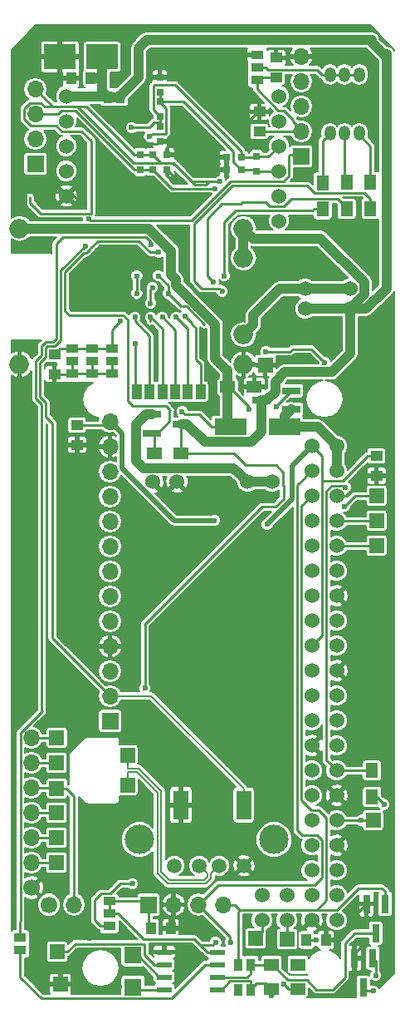
<source format=gbl>
%TF.GenerationSoftware,KiCad,Pcbnew,4.0.4-stable*%
%TF.CreationDate,2017-01-31T10:43:41+02:00*%
%TF.ProjectId,back_prototype,6261636B5F70726F746F747970652E6B,rev?*%
%TF.FileFunction,Copper,L2,Bot,Signal*%
%FSLAX46Y46*%
G04 Gerber Fmt 4.6, Leading zero omitted, Abs format (unit mm)*
G04 Created by KiCad (PCBNEW 4.0.4-stable) date 01/31/17 10:43:41*
%MOMM*%
%LPD*%
G01*
G04 APERTURE LIST*
%ADD10C,0.100000*%
%ADD11C,1.500000*%
%ADD12C,3.000000*%
%ADD13R,1.700000X1.700000*%
%ADD14O,1.700000X1.700000*%
%ADD15R,1.000000X1.500000*%
%ADD16C,1.524000*%
%ADD17R,1.300000X1.500000*%
%ADD18R,0.750000X0.800000*%
%ADD19R,0.800000X0.750000*%
%ADD20R,1.270000X0.970000*%
%ADD21R,1.500000X1.500000*%
%ADD22R,1.000000X1.250000*%
%ADD23R,1.250000X1.000000*%
%ADD24C,1.700000*%
%ADD25R,3.300000X1.700000*%
%ADD26R,0.970000X1.270000*%
%ADD27R,1.900000X0.800000*%
%ADD28R,1.500000X1.300000*%
%ADD29O,2.000000X2.000000*%
%ADD30R,1.524000X3.000000*%
%ADD31R,0.800000X1.900000*%
%ADD32R,1.550000X0.600000*%
%ADD33R,1.800000X1.750000*%
%ADD34R,3.200000X2.500000*%
%ADD35O,1.200000X1.524000*%
%ADD36C,0.600000*%
%ADD37C,0.250000*%
%ADD38C,0.500000*%
%ADD39C,1.000000*%
%ADD40C,0.200000*%
G04 APERTURE END LIST*
D10*
D11*
X65735200Y-126034800D03*
X63195200Y-126034800D03*
X61165200Y-126034800D03*
X58625200Y-126034800D03*
D12*
X68785200Y-123364800D03*
X55065200Y-123364800D03*
D13*
X52070000Y-111302800D03*
D14*
X52070000Y-108762800D03*
X52070000Y-106222800D03*
X52070000Y-103682800D03*
X52070000Y-101142800D03*
X52070000Y-98602800D03*
X52070000Y-96062800D03*
X52070000Y-93522800D03*
X52070000Y-90982800D03*
X52070000Y-88442800D03*
X52070000Y-85902800D03*
X52070000Y-83362800D03*
X52070000Y-80822800D03*
D15*
X54800000Y-77800000D03*
D16*
X71983600Y-69342000D03*
X71983600Y-67310000D03*
X76555600Y-67310000D03*
X76555600Y-69342000D03*
D17*
X78638400Y-56460400D03*
X78638400Y-59160400D03*
D18*
X55168800Y-53656800D03*
X55168800Y-55156800D03*
D19*
X56400000Y-55168800D03*
X57900000Y-55168800D03*
D10*
G36*
X58200000Y-78550000D02*
X58200000Y-77050000D01*
X59200000Y-77050000D01*
X59200000Y-78550000D01*
X58200000Y-78550000D01*
X58200000Y-78550000D01*
G37*
D15*
X56100000Y-77800000D03*
X57400000Y-77800000D03*
X60000000Y-77800000D03*
D20*
X48183800Y-75965246D03*
X48183800Y-74695246D03*
X48183800Y-73425246D03*
X50215800Y-75965246D03*
X50215800Y-74695246D03*
X50215800Y-73425246D03*
X52247800Y-73425246D03*
X52247800Y-74695246D03*
X52247800Y-75965246D03*
D21*
X67900000Y-75100000D03*
D22*
X50100000Y-45900000D03*
X48100000Y-45900000D03*
D23*
X67300000Y-51300000D03*
X67300000Y-49300000D03*
D22*
X72100000Y-133600000D03*
X74100000Y-133600000D03*
D23*
X48700000Y-81200000D03*
X48700000Y-83200000D03*
X69000000Y-45800000D03*
X69000000Y-43800000D03*
X46400000Y-74000000D03*
X46400000Y-76000000D03*
D24*
X44069000Y-128270000D03*
D14*
X44069000Y-125730000D03*
X44069000Y-123190000D03*
X44069000Y-120650000D03*
X44069000Y-118110000D03*
X44069000Y-115570000D03*
X44069000Y-113030000D03*
D21*
X79248000Y-90932000D03*
X79248000Y-93472000D03*
D13*
X44450000Y-54610000D03*
D14*
X44450000Y-52070000D03*
X44450000Y-49530000D03*
X44450000Y-46990000D03*
D19*
X63969200Y-53949600D03*
X65469200Y-53949600D03*
D18*
X67005200Y-53860000D03*
X67005200Y-55360000D03*
D19*
X65469200Y-55219600D03*
X63969200Y-55219600D03*
X57900000Y-53644800D03*
X56400000Y-53644800D03*
D18*
X57150000Y-52312000D03*
X57150000Y-50812000D03*
X57150000Y-49772000D03*
X57150000Y-48272000D03*
X57150000Y-47282800D03*
X57150000Y-45782800D03*
D22*
X56251600Y-132384800D03*
X58251600Y-132384800D03*
D23*
X79248000Y-84344000D03*
X79248000Y-86344000D03*
D25*
X69856800Y-81381600D03*
X64356800Y-81381600D03*
D26*
X53136800Y-47802800D03*
X51856800Y-47802800D03*
D20*
X67056000Y-46024800D03*
X67056000Y-44754800D03*
X67056000Y-43484800D03*
D13*
X71577200Y-53830000D03*
D14*
X71577200Y-51290000D03*
X71577200Y-48750000D03*
X71577200Y-46210000D03*
X71577200Y-43670000D03*
D27*
X70537200Y-77688400D03*
X70537200Y-79588400D03*
X67537200Y-78638400D03*
D28*
X64080400Y-77317600D03*
X66780400Y-77317600D03*
D17*
X76200000Y-56460400D03*
X76200000Y-59160400D03*
X73761600Y-56511200D03*
X73761600Y-59211200D03*
D21*
X70129400Y-133502400D03*
X66903600Y-133451600D03*
X79248000Y-88392000D03*
X78900000Y-121400000D03*
X46609000Y-115570000D03*
X46609000Y-120650000D03*
X46609000Y-123190000D03*
X46609000Y-125730000D03*
X47000000Y-138100000D03*
X53848000Y-114808000D03*
X53848000Y-117856000D03*
X46634400Y-113030000D03*
D13*
X56000000Y-130000000D03*
D14*
X58540000Y-130000000D03*
X61080000Y-130000000D03*
X63620000Y-130000000D03*
D24*
X45840000Y-130000000D03*
D14*
X48380000Y-130000000D03*
D21*
X46634400Y-118160800D03*
D16*
X72644000Y-83312000D03*
X75184000Y-83312000D03*
X72644000Y-85852000D03*
X75184000Y-85852000D03*
X72644000Y-88392000D03*
X75184000Y-88392000D03*
X72644000Y-90932000D03*
X75184000Y-90932000D03*
X72644000Y-93472000D03*
X75184000Y-93472000D03*
X72644000Y-96012000D03*
X75184000Y-96012000D03*
X72644000Y-98552000D03*
X75184000Y-98552000D03*
X72644000Y-101092000D03*
X75184000Y-101092000D03*
X72644000Y-103632000D03*
X75184000Y-103632000D03*
X72644000Y-106172000D03*
X75184000Y-106172000D03*
X72644000Y-108712000D03*
X75184000Y-108712000D03*
X72644000Y-111252000D03*
X75184000Y-111252000D03*
X72644000Y-113792000D03*
X75184000Y-113792000D03*
X72644000Y-116332000D03*
X75184000Y-116332000D03*
X72644000Y-118872000D03*
X75184000Y-118872000D03*
X72644000Y-121412000D03*
X75184000Y-121412000D03*
X72644000Y-123952000D03*
X75184000Y-123952000D03*
X72644000Y-126492000D03*
X75184000Y-126492000D03*
X72644000Y-129032000D03*
X75184000Y-129032000D03*
X72644000Y-131572000D03*
X75184000Y-131572000D03*
X70104000Y-129032000D03*
X70104000Y-131572000D03*
X67564000Y-129032000D03*
X67564000Y-131572000D03*
X47599600Y-47701200D03*
X47599600Y-50241200D03*
X47599600Y-52781200D03*
X47599600Y-55321200D03*
X47599600Y-57861200D03*
X69299600Y-47701200D03*
X69299600Y-50241200D03*
X69299600Y-52781200D03*
X69299600Y-55321200D03*
X69299600Y-57861200D03*
X69299600Y-60401200D03*
D29*
X42824400Y-61180800D03*
X42824400Y-74980800D03*
X65684400Y-61180800D03*
X65684400Y-64180800D03*
X65684400Y-71980800D03*
X65684400Y-74980800D03*
D27*
X56361200Y-82026800D03*
X56361200Y-80126800D03*
X59361200Y-81076800D03*
D28*
X56562000Y-84023200D03*
X59262000Y-84023200D03*
D16*
X58890800Y-86969600D03*
X56390800Y-86969600D03*
X68590800Y-86969600D03*
X66090800Y-86969600D03*
D30*
X59290800Y-119869600D03*
X65690800Y-119869600D03*
D20*
X42900000Y-134640000D03*
X42900000Y-133360000D03*
X52000000Y-129630000D03*
X52000000Y-130900000D03*
X52000000Y-132170000D03*
D26*
X66426000Y-136118600D03*
X65146000Y-136118600D03*
X66451400Y-138684000D03*
X65171400Y-138684000D03*
D31*
X78221800Y-129919600D03*
X80121800Y-129919600D03*
X79171800Y-132919600D03*
X76977200Y-135456800D03*
X78877200Y-135456800D03*
X77927200Y-138456800D03*
D28*
X71250800Y-136118600D03*
X68550800Y-136118600D03*
X68500000Y-138582400D03*
X71200000Y-138582400D03*
D32*
X57592000Y-138633200D03*
X57592000Y-137363200D03*
X57592000Y-136093200D03*
X57592000Y-134823200D03*
X62992000Y-134823200D03*
X62992000Y-136093200D03*
X62992000Y-137363200D03*
X62992000Y-138633200D03*
D33*
X54406800Y-138378000D03*
X54406800Y-135128000D03*
D34*
X51250000Y-43700000D03*
X46950000Y-43700000D03*
D17*
X78800000Y-119050000D03*
X78800000Y-116350000D03*
D21*
X46700000Y-134800000D03*
D15*
X61300000Y-77800000D03*
D35*
X74500000Y-51500000D03*
X76000000Y-51500000D03*
X77500000Y-51500000D03*
X74500000Y-45500000D03*
X77500000Y-45500000D03*
X76000000Y-45500000D03*
D36*
X56400000Y-67200000D03*
X56200000Y-68800000D03*
X54800000Y-67800000D03*
X54800000Y-66000000D03*
X57000000Y-66000000D03*
X58000000Y-67800000D03*
X69800000Y-138100000D03*
X62700000Y-90900000D03*
X68100000Y-91300000D03*
X73100000Y-133600000D03*
X80000000Y-119800000D03*
X71250800Y-136118600D03*
X62839600Y-133832600D03*
X53136800Y-70612000D03*
X52247800Y-73425246D03*
X76800000Y-131300000D03*
X80500000Y-128000000D03*
X80750000Y-68750000D03*
X80750000Y-70000000D03*
X80750000Y-73250000D03*
X80750000Y-75000000D03*
X80750000Y-77250000D03*
X80750000Y-79000000D03*
X80750000Y-81250000D03*
X80750000Y-83750000D03*
X80750000Y-86000000D03*
X80750000Y-88250000D03*
X80750000Y-90500000D03*
X80750000Y-93000000D03*
X80750000Y-95250000D03*
X80750000Y-97500000D03*
X80750000Y-100000000D03*
X80750000Y-102500000D03*
X80750000Y-105000000D03*
X80750000Y-107750000D03*
X80750000Y-110250000D03*
X80750000Y-112500000D03*
X80750000Y-114750000D03*
X80750000Y-117000000D03*
X80750000Y-119000000D03*
X80750000Y-121000000D03*
X80750000Y-123000000D03*
X80750000Y-125000000D03*
X80750000Y-127000000D03*
X63500000Y-89300000D03*
X61600000Y-87800000D03*
X61500000Y-89600000D03*
X63500000Y-92100000D03*
X61800000Y-92300000D03*
X60100000Y-92100000D03*
X61700000Y-93900000D03*
X64100000Y-95400000D03*
X65200000Y-94200000D03*
X66800000Y-93100000D03*
X66700000Y-95500000D03*
X65900000Y-97100000D03*
X67700000Y-99600000D03*
X68100000Y-97500000D03*
X67900000Y-94200000D03*
X69800000Y-92300000D03*
X69600000Y-94400000D03*
X69500000Y-97400000D03*
X69300000Y-100200000D03*
X53700000Y-90200000D03*
X56900000Y-93200000D03*
X59300000Y-96000000D03*
X61000000Y-97500000D03*
X61800000Y-98300000D03*
X65200000Y-101700000D03*
X68000000Y-104600000D03*
X69600000Y-106300000D03*
X58000000Y-108000000D03*
X60800000Y-109000000D03*
X62700000Y-111000000D03*
X64400000Y-113000000D03*
X66700000Y-115300000D03*
X68900000Y-117300000D03*
X69000000Y-114000000D03*
X68800000Y-112500000D03*
X67600000Y-112500000D03*
X65700000Y-109400000D03*
X63900000Y-109100000D03*
X63800000Y-107600000D03*
X61800000Y-107100000D03*
X61900000Y-105600000D03*
X59900000Y-105800000D03*
X60100000Y-104800000D03*
X58500000Y-105100000D03*
X58800000Y-103300000D03*
X56600000Y-105500000D03*
X57000000Y-103500000D03*
X57300000Y-101500000D03*
X74200000Y-61000000D03*
X76400000Y-60800000D03*
X77500000Y-61200000D03*
X78400000Y-62000000D03*
X78400000Y-60600000D03*
X79100000Y-61100000D03*
X79100000Y-62300000D03*
X79100000Y-63400000D03*
X78000000Y-63000000D03*
X77500000Y-64300000D03*
X77000000Y-63600000D03*
X56900000Y-111300000D03*
X55500000Y-111700000D03*
X55800000Y-110600000D03*
X54300000Y-111300000D03*
X54600000Y-112600000D03*
X56500000Y-112600000D03*
X57800000Y-112400000D03*
X59100000Y-113700000D03*
X56900000Y-113700000D03*
X55600000Y-113500000D03*
X55600000Y-115100000D03*
X56900000Y-115400000D03*
X58300000Y-115400000D03*
X59400000Y-115000000D03*
X61000000Y-115200000D03*
X62400000Y-116300000D03*
X61100000Y-116300000D03*
X59700000Y-116300000D03*
X57600000Y-116700000D03*
X59900000Y-66000000D03*
X59600000Y-63400000D03*
X59300000Y-62600000D03*
X58500000Y-62000000D03*
X59600000Y-61700000D03*
X58800000Y-61200000D03*
X57700000Y-61200000D03*
X70500000Y-74500000D03*
X72200000Y-74500000D03*
X71400000Y-74500000D03*
X71000000Y-72500000D03*
X78100000Y-77000000D03*
X79000000Y-76200000D03*
X79600000Y-75100000D03*
X80000000Y-73600000D03*
X79000000Y-73400000D03*
X78800000Y-74600000D03*
X78300000Y-75500000D03*
X77600000Y-76200000D03*
X77000000Y-75300000D03*
X77900000Y-74300000D03*
X78000000Y-73300000D03*
X75100000Y-73500000D03*
X75300000Y-72500000D03*
X74200000Y-72700000D03*
X68600000Y-70200000D03*
X67900000Y-71200000D03*
X67500000Y-72300000D03*
X68800000Y-72000000D03*
X69300000Y-71500000D03*
X69300000Y-70600000D03*
X69200000Y-69200000D03*
X66100000Y-67300000D03*
X66000000Y-66000000D03*
X64900000Y-66300000D03*
X65100000Y-67600000D03*
X64900000Y-68700000D03*
X65400000Y-69500000D03*
X66300000Y-68400000D03*
X67200000Y-67300000D03*
X67200000Y-66000000D03*
X67300000Y-64900000D03*
X67400000Y-63500000D03*
X68300000Y-63500000D03*
X68400000Y-64700000D03*
X68400000Y-66000000D03*
X69300000Y-65900000D03*
X69200000Y-64700000D03*
X69200000Y-63600000D03*
X72186800Y-63876000D03*
X59900000Y-134800000D03*
X77900000Y-134000000D03*
X50000000Y-133400000D03*
X53000000Y-138300000D03*
X51900000Y-138800000D03*
X49700000Y-138800000D03*
X48600000Y-137900000D03*
X48600000Y-136500000D03*
X48700000Y-134700000D03*
X45800000Y-132400000D03*
X44800000Y-131800000D03*
X44900000Y-133300000D03*
X44900000Y-135700000D03*
X45300000Y-137600000D03*
X61900000Y-51700000D03*
X61100000Y-51000000D03*
X60600000Y-52200000D03*
X59600000Y-51000000D03*
X60100000Y-49800000D03*
X58600000Y-49200000D03*
X58800000Y-50300000D03*
X55700000Y-52600000D03*
X54600000Y-52600000D03*
X51500000Y-49100000D03*
X52800000Y-49400000D03*
X53800000Y-49600000D03*
X54600000Y-48000000D03*
X54800000Y-49600000D03*
X55700000Y-49600000D03*
X55500000Y-47200000D03*
X59100000Y-45300000D03*
X57000000Y-43600000D03*
X59400000Y-43600000D03*
X61400000Y-44600000D03*
X61000000Y-47000000D03*
X62800000Y-47900000D03*
X62900000Y-45900000D03*
X62500000Y-43700000D03*
X64500000Y-43700000D03*
X64400000Y-45800000D03*
X65300000Y-47400000D03*
X63000000Y-49500000D03*
X65400000Y-51300000D03*
X66000000Y-52400000D03*
X48500000Y-86700000D03*
X48500000Y-89500000D03*
X48500000Y-92700000D03*
X48400000Y-95900000D03*
X48400000Y-99400000D03*
X48400000Y-102900000D03*
X48500000Y-84600000D03*
X46900000Y-109200000D03*
X49900000Y-111900000D03*
X49800000Y-108100000D03*
X46800000Y-105800000D03*
X57000000Y-41000000D03*
X59000000Y-41000000D03*
X60500000Y-41000000D03*
X62500000Y-41000000D03*
X64500000Y-41000000D03*
X66500000Y-41000000D03*
X68500000Y-41000000D03*
X70500000Y-41000000D03*
X72500000Y-41000000D03*
X74500000Y-41000000D03*
X76500000Y-41000000D03*
X78500000Y-41000000D03*
X55000000Y-41000000D03*
X53000000Y-41000000D03*
X51000000Y-41000000D03*
X49000000Y-41000000D03*
X47000000Y-41000000D03*
X45000000Y-41000000D03*
X42500000Y-43500000D03*
X42500000Y-45500000D03*
X42500000Y-47500000D03*
X42500000Y-49500000D03*
X42500000Y-51500000D03*
X42500000Y-53500000D03*
X42500000Y-55500000D03*
X42500000Y-57500000D03*
X42500000Y-59500000D03*
X59500000Y-58000000D03*
X49500000Y-59000000D03*
X49500000Y-57500000D03*
X49500000Y-56000000D03*
X49500000Y-54500000D03*
X49500000Y-53000000D03*
X51000000Y-53000000D03*
X51000000Y-54500000D03*
X51000000Y-56000000D03*
X51000000Y-57500000D03*
X51000000Y-59000000D03*
X52500000Y-59000000D03*
X52500000Y-57500000D03*
X52500000Y-56000000D03*
X52500000Y-54500000D03*
X54000000Y-56000000D03*
X54000000Y-57500000D03*
X54000000Y-59000000D03*
X55500000Y-59000000D03*
X55500000Y-57500000D03*
X57000000Y-57500000D03*
X57000000Y-59000000D03*
X58500000Y-59000000D03*
X58500000Y-58000000D03*
X53000000Y-66000000D03*
X53000000Y-67500000D03*
X53000000Y-69000000D03*
X52000000Y-69000000D03*
X52000000Y-67500000D03*
X51500000Y-66000000D03*
X51000000Y-67000000D03*
X51000000Y-68000000D03*
X49250000Y-66000000D03*
X49250000Y-67500000D03*
X49300000Y-68900000D03*
X42500000Y-78500000D03*
X42500000Y-80500000D03*
X42500000Y-83000000D03*
X42500000Y-85500000D03*
X42500000Y-88000000D03*
X42500000Y-90500000D03*
X42500000Y-93000000D03*
X42500000Y-95000000D03*
X42500000Y-97000000D03*
X42500000Y-99000000D03*
X42500000Y-101000000D03*
X42500000Y-103000000D03*
X42500000Y-105000000D03*
X42500000Y-107000000D03*
X42500000Y-109000000D03*
X42500000Y-111200000D03*
X42400000Y-77200000D03*
X49600000Y-120500000D03*
X49600000Y-122100000D03*
X49700000Y-123800000D03*
X49500000Y-125400000D03*
X49500000Y-126700000D03*
X51300000Y-126800000D03*
X51300000Y-125400000D03*
X51400000Y-123900000D03*
X51300000Y-122200000D03*
X51500000Y-120600000D03*
X52800000Y-120600000D03*
X52800000Y-122200000D03*
X52800000Y-123800000D03*
X53100000Y-125300000D03*
X53100000Y-127100000D03*
X52100000Y-128000000D03*
X50700000Y-128100000D03*
X49400000Y-128000000D03*
X61900000Y-119600000D03*
X62300000Y-118500000D03*
X61100000Y-118400000D03*
X61000000Y-119900000D03*
X61500000Y-121300000D03*
X62400000Y-120400000D03*
X63400000Y-119300000D03*
X64000000Y-117900000D03*
X62900000Y-117200000D03*
X61700000Y-117200000D03*
X60400000Y-117200000D03*
X59100000Y-117200000D03*
X58300000Y-52400000D03*
X59400000Y-54100000D03*
X45500000Y-59000000D03*
X43500000Y-59000000D03*
X43500000Y-57500000D03*
X43500000Y-56500000D03*
X44500000Y-56500000D03*
X44500000Y-57500000D03*
X45500000Y-56500000D03*
X45500000Y-57500000D03*
X54765912Y-63100000D03*
X53600000Y-63100000D03*
X52400000Y-63100000D03*
X51200000Y-63100000D03*
X62600000Y-75800000D03*
X65400000Y-77200000D03*
X43800000Y-63400000D03*
X75200000Y-61200000D03*
X76800000Y-62000000D03*
X52200000Y-66400000D03*
X58724800Y-56032400D03*
X48183800Y-75965246D03*
X48247300Y-74631746D03*
X50279300Y-74631746D03*
X52311300Y-74631746D03*
X79171800Y-137210800D03*
X65171400Y-138684000D03*
X64338200Y-133807200D03*
X56235600Y-62839600D03*
X54254400Y-50901600D03*
X56083200Y-51816000D03*
X63296800Y-56388000D03*
X62788800Y-57099200D03*
X45900000Y-61300000D03*
X59400000Y-79800000D03*
X69011800Y-79324200D03*
X66217800Y-79603600D03*
X55626000Y-107950000D03*
X80264000Y-56000000D03*
X54356000Y-127863600D03*
X65690800Y-119869600D03*
X49530000Y-62941200D03*
X49885600Y-60220800D03*
X68500000Y-139259000D03*
X78900000Y-138800000D03*
X75996800Y-89458800D03*
X77673200Y-121412000D03*
X63500000Y-67564000D03*
X62585600Y-66649600D03*
X63703200Y-65989200D03*
X76066011Y-87500000D03*
X73964800Y-74828400D03*
X67970400Y-73710800D03*
X54600000Y-72919946D03*
X54600000Y-70200000D03*
X56200000Y-70200000D03*
X57400000Y-70200000D03*
X58800000Y-70200000D03*
X57048400Y-63601600D03*
X59700000Y-70100000D03*
D37*
X61700008Y-70949006D02*
X59852012Y-69101010D01*
X59852012Y-69101010D02*
X59301010Y-69101010D01*
X58000000Y-67800000D02*
X59301010Y-69101010D01*
X56200000Y-68800000D02*
X56200000Y-67400000D01*
X56200000Y-67400000D02*
X56400000Y-67200000D01*
X54800000Y-66000000D02*
X54800000Y-67800000D01*
X58000000Y-67800000D02*
X58000000Y-67000000D01*
X58000000Y-67000000D02*
X57000000Y-66000000D01*
X70727201Y-50119239D02*
X70727201Y-50254801D01*
X71200000Y-138582400D02*
X70282400Y-138582400D01*
X70282400Y-138582400D02*
X69800000Y-138100000D01*
D38*
X62700000Y-90900000D02*
X58601438Y-90900000D01*
X58601438Y-90900000D02*
X53320001Y-85618563D01*
X53320001Y-85618563D02*
X53320001Y-82072801D01*
X53320001Y-82072801D02*
X52919999Y-81672799D01*
X52919999Y-81672799D02*
X52070000Y-80822800D01*
X72644000Y-83312000D02*
X70661981Y-85294019D01*
X70661981Y-85294019D02*
X70661981Y-88738019D01*
X70661981Y-88738019D02*
X68100000Y-91300000D01*
D37*
X73691001Y-84359001D02*
X73691001Y-86800000D01*
X73691001Y-86800000D02*
X73691001Y-102584999D01*
X75826008Y-86889001D02*
X73780002Y-86889001D01*
X79248000Y-84344000D02*
X78371009Y-84344000D01*
X78371009Y-84344000D02*
X75826008Y-86889001D01*
X73780002Y-86889001D02*
X73691001Y-86800000D01*
X67300000Y-51300000D02*
X71567200Y-51300000D01*
X71567200Y-51300000D02*
X71577200Y-51290000D01*
X52000000Y-129630000D02*
X52000000Y-130900000D01*
X73100000Y-133600000D02*
X72100000Y-133600000D01*
X46400000Y-74000000D02*
X46974754Y-73425246D01*
X46974754Y-73425246D02*
X48183800Y-73425246D01*
X78800000Y-119050000D02*
X79250000Y-119050000D01*
X79250000Y-119050000D02*
X80000000Y-119800000D01*
X55485000Y-133500000D02*
X60643800Y-133500000D01*
X60643800Y-133500000D02*
X60925600Y-133781800D01*
X52000000Y-130900000D02*
X52885000Y-130900000D01*
X52885000Y-130900000D02*
X55485000Y-133500000D01*
X52000000Y-129630000D02*
X55630000Y-129630000D01*
X55630000Y-129630000D02*
X56000000Y-130000000D01*
X48700000Y-81200000D02*
X51692800Y-81200000D01*
X51692800Y-81200000D02*
X52070000Y-80822800D01*
X69000000Y-45800000D02*
X67280800Y-45800000D01*
X67280800Y-45800000D02*
X67056000Y-46024800D01*
X61281200Y-134137400D02*
X61967000Y-134823200D01*
X60925600Y-133781800D02*
X61281200Y-134137400D01*
X62534800Y-134137400D02*
X62839600Y-133832600D01*
X61281200Y-134137400D02*
X62534800Y-134137400D01*
X61967000Y-134823200D02*
X62992000Y-134823200D01*
X56251600Y-132509800D02*
X56251600Y-132384800D01*
X52451000Y-71297800D02*
X52451000Y-71323200D01*
X52451000Y-71323200D02*
X52247800Y-71526400D01*
X52247800Y-71526400D02*
X52247800Y-73425246D01*
X53136800Y-70612000D02*
X52451000Y-71297800D01*
X67056000Y-46024800D02*
X67056000Y-47007162D01*
X67056000Y-47007162D02*
X69243037Y-49194199D01*
X69243037Y-49194199D02*
X69802161Y-49194199D01*
X69802161Y-49194199D02*
X70727201Y-50119239D01*
X70727201Y-50254801D02*
X71577200Y-51104800D01*
X72644000Y-83312000D02*
X73691001Y-84359001D01*
X73691001Y-102584999D02*
X73405999Y-102870001D01*
X73405999Y-102870001D02*
X72644000Y-103632000D01*
X56000000Y-130000000D02*
X56000000Y-132133200D01*
X56000000Y-132133200D02*
X56251600Y-132384800D01*
X52311300Y-73361746D02*
X50279300Y-73361746D01*
X50279300Y-73361746D02*
X48247300Y-73361746D01*
X78180400Y-129919600D02*
X76800000Y-131300000D01*
X80750000Y-73250000D02*
X80750000Y-70000000D01*
X80750000Y-77250000D02*
X80750000Y-75000000D01*
X80750000Y-81250000D02*
X80750000Y-79000000D01*
X80750000Y-86000000D02*
X80750000Y-83750000D01*
X80750000Y-90500000D02*
X80750000Y-88250000D01*
X80750000Y-95250000D02*
X80750000Y-93000000D01*
X80750000Y-100000000D02*
X80750000Y-97500000D01*
X80750000Y-105000000D02*
X80750000Y-102500000D01*
X80750000Y-110250000D02*
X80750000Y-107750000D01*
X80750000Y-114750000D02*
X80750000Y-112500000D01*
X80750000Y-119000000D02*
X80750000Y-117000000D01*
X80750000Y-123000000D02*
X80750000Y-121000000D01*
X80750000Y-127000000D02*
X80750000Y-125000000D01*
X78221800Y-129919600D02*
X78180400Y-129919600D01*
X61500000Y-89600000D02*
X61500000Y-87900000D01*
X61500000Y-87900000D02*
X61600000Y-87800000D01*
X61800000Y-92300000D02*
X63300000Y-92300000D01*
X63300000Y-92300000D02*
X63500000Y-92100000D01*
X61700000Y-93900000D02*
X61700000Y-93700000D01*
X61700000Y-93700000D02*
X60100000Y-92100000D01*
X66800000Y-93100000D02*
X66300000Y-93100000D01*
X66300000Y-93100000D02*
X65200000Y-94200000D01*
X65900000Y-97100000D02*
X65900000Y-96300000D01*
X65900000Y-96300000D02*
X66700000Y-95500000D01*
X68100000Y-97500000D02*
X68100000Y-99200000D01*
X68100000Y-99200000D02*
X67700000Y-99600000D01*
X69800000Y-92300000D02*
X67900000Y-94200000D01*
X69500000Y-97400000D02*
X69500000Y-94500000D01*
X69500000Y-94500000D02*
X69600000Y-94400000D01*
X61800000Y-98300000D02*
X67400000Y-98300000D01*
X67400000Y-98300000D02*
X69300000Y-100200000D01*
X59300000Y-96000000D02*
X56900000Y-93600000D01*
X56900000Y-93600000D02*
X56900000Y-93200000D01*
X61800000Y-98300000D02*
X61000000Y-97500000D01*
X68000000Y-104600000D02*
X65200000Y-101800000D01*
X65200000Y-101800000D02*
X65200000Y-101700000D01*
X61900000Y-105600000D02*
X68900000Y-105600000D01*
X68900000Y-105600000D02*
X69600000Y-106300000D01*
X62700000Y-111000000D02*
X60800000Y-109100000D01*
X60800000Y-109100000D02*
X60800000Y-109000000D01*
X66700000Y-115300000D02*
X64400000Y-113000000D01*
X69000000Y-114000000D02*
X69000000Y-117200000D01*
X69000000Y-117200000D02*
X68900000Y-117300000D01*
X67600000Y-112500000D02*
X68800000Y-112500000D01*
X63900000Y-109100000D02*
X65400000Y-109100000D01*
X65400000Y-109100000D02*
X65700000Y-109400000D01*
X61800000Y-107100000D02*
X63300000Y-107100000D01*
X63300000Y-107100000D02*
X63800000Y-107600000D01*
X59900000Y-105800000D02*
X61700000Y-105800000D01*
X61700000Y-105800000D02*
X61900000Y-105600000D01*
X58500000Y-105100000D02*
X59800000Y-105100000D01*
X59800000Y-105100000D02*
X60100000Y-104800000D01*
X56600000Y-105500000D02*
X58800000Y-103300000D01*
X57300000Y-101500000D02*
X57300000Y-103200000D01*
X57300000Y-103200000D02*
X57000000Y-103500000D01*
X77500000Y-61200000D02*
X76800000Y-61200000D01*
X76800000Y-61200000D02*
X76400000Y-60800000D01*
X78400000Y-60600000D02*
X78400000Y-62000000D01*
X79100000Y-62300000D02*
X79100000Y-61100000D01*
X78000000Y-63000000D02*
X78700000Y-63000000D01*
X78700000Y-63000000D02*
X79100000Y-63400000D01*
X77000000Y-63600000D02*
X77000000Y-63800000D01*
X77000000Y-63800000D02*
X77500000Y-64300000D01*
X55500000Y-111700000D02*
X56500000Y-111700000D01*
X56500000Y-111700000D02*
X56900000Y-111300000D01*
X54300000Y-111300000D02*
X55100000Y-111300000D01*
X55100000Y-111300000D02*
X55800000Y-110600000D01*
X56500000Y-112600000D02*
X54600000Y-112600000D01*
X59100000Y-113700000D02*
X57800000Y-112400000D01*
X55600000Y-113500000D02*
X56700000Y-113500000D01*
X56700000Y-113500000D02*
X56900000Y-113700000D01*
X56900000Y-115400000D02*
X55900000Y-115400000D01*
X55900000Y-115400000D02*
X55600000Y-115100000D01*
X59400000Y-115000000D02*
X58700000Y-115000000D01*
X58700000Y-115000000D02*
X58300000Y-115400000D01*
X62400000Y-116300000D02*
X62100000Y-116300000D01*
X62100000Y-116300000D02*
X61000000Y-115200000D01*
X59700000Y-116300000D02*
X61100000Y-116300000D01*
X59100000Y-117200000D02*
X58100000Y-117200000D01*
X58100000Y-117200000D02*
X57600000Y-116700000D01*
X59300000Y-62600000D02*
X59300000Y-63100000D01*
X59300000Y-63100000D02*
X59600000Y-63400000D01*
X59600000Y-61700000D02*
X58800000Y-61700000D01*
X58800000Y-61700000D02*
X58500000Y-62000000D01*
X57700000Y-61200000D02*
X58800000Y-61200000D01*
X71400000Y-74500000D02*
X72244011Y-74500000D01*
X72244011Y-74500000D02*
X72344011Y-74600000D01*
X68800000Y-72000000D02*
X70500000Y-72000000D01*
X70500000Y-72000000D02*
X71000000Y-72500000D01*
X79600000Y-75100000D02*
X79600000Y-75600000D01*
X79600000Y-75600000D02*
X79000000Y-76200000D01*
X79000000Y-73400000D02*
X79800000Y-73400000D01*
X79800000Y-73400000D02*
X80000000Y-73600000D01*
X78300000Y-75500000D02*
X78300000Y-75100000D01*
X78300000Y-75100000D02*
X78800000Y-74600000D01*
X77000000Y-75300000D02*
X77000000Y-75600000D01*
X77000000Y-75600000D02*
X77600000Y-76200000D01*
X78000000Y-73300000D02*
X78000000Y-74200000D01*
X78000000Y-74200000D02*
X77900000Y-74300000D01*
X75300000Y-72500000D02*
X75300000Y-73300000D01*
X75300000Y-73300000D02*
X75100000Y-73500000D01*
X69300000Y-71500000D02*
X73000000Y-71500000D01*
X73000000Y-71500000D02*
X74200000Y-72700000D01*
X67500000Y-72300000D02*
X67500000Y-71600000D01*
X67500000Y-71600000D02*
X67900000Y-71200000D01*
X69300000Y-71500000D02*
X68800000Y-72000000D01*
X69200000Y-69200000D02*
X69200000Y-70500000D01*
X69200000Y-70500000D02*
X69300000Y-70600000D01*
X66000000Y-66000000D02*
X66000000Y-67200000D01*
X66000000Y-67200000D02*
X66100000Y-67300000D01*
X65100000Y-67600000D02*
X65100000Y-66500000D01*
X65100000Y-66500000D02*
X64900000Y-66300000D01*
X65400000Y-69500000D02*
X65400000Y-69200000D01*
X65400000Y-69200000D02*
X64900000Y-68700000D01*
X67200000Y-67300000D02*
X67200000Y-67500000D01*
X67200000Y-67500000D02*
X66300000Y-68400000D01*
X67300000Y-64900000D02*
X67300000Y-65900000D01*
X67300000Y-65900000D02*
X67200000Y-66000000D01*
X68300000Y-63500000D02*
X67400000Y-63500000D01*
X68400000Y-66000000D02*
X68400000Y-64700000D01*
X69200000Y-64700000D02*
X69200000Y-65800000D01*
X69200000Y-65800000D02*
X69300000Y-65900000D01*
X72186800Y-63876000D02*
X69476000Y-63876000D01*
X69476000Y-63876000D02*
X69200000Y-63600000D01*
X57592000Y-134823200D02*
X59876800Y-134823200D01*
X59876800Y-134823200D02*
X59900000Y-134800000D01*
X76977200Y-135456800D02*
X76977200Y-134922800D01*
X76977200Y-134922800D02*
X77900000Y-134000000D01*
X46400000Y-76000000D02*
X48149046Y-76000000D01*
X48149046Y-76000000D02*
X48183800Y-75965246D01*
X58540000Y-130000000D02*
X58540000Y-132096400D01*
X58540000Y-132096400D02*
X58251600Y-132384800D01*
X50000000Y-133400000D02*
X50000000Y-128600000D01*
X50000000Y-128600000D02*
X49400000Y-128000000D01*
X51900000Y-138800000D02*
X52500000Y-138800000D01*
X52500000Y-138800000D02*
X53000000Y-138300000D01*
X48600000Y-137900000D02*
X48800000Y-137900000D01*
X48800000Y-137900000D02*
X49700000Y-138800000D01*
X48700000Y-134700000D02*
X48700000Y-136400000D01*
X48700000Y-136400000D02*
X48600000Y-136500000D01*
X44900000Y-135700000D02*
X44900000Y-133300000D01*
X47000000Y-138100000D02*
X45800000Y-138100000D01*
X45800000Y-138100000D02*
X45300000Y-137600000D01*
X61100000Y-51000000D02*
X61200000Y-51000000D01*
X61200000Y-51000000D02*
X61900000Y-51700000D01*
X59600000Y-51000000D02*
X59600000Y-51200000D01*
X59600000Y-51200000D02*
X60600000Y-52200000D01*
X58600000Y-49200000D02*
X59500000Y-49200000D01*
X59500000Y-49200000D02*
X60100000Y-49800000D01*
X58300000Y-52400000D02*
X58300000Y-50800000D01*
X58300000Y-50800000D02*
X58800000Y-50300000D01*
X55700000Y-52600000D02*
X56862000Y-52600000D01*
X56862000Y-52600000D02*
X57150000Y-52312000D01*
X51500000Y-49700000D02*
X54400000Y-52600000D01*
X54400000Y-52600000D02*
X54600000Y-52600000D01*
X51500000Y-49100000D02*
X51500000Y-49700000D01*
X52800000Y-49400000D02*
X51800000Y-49400000D01*
X51800000Y-49400000D02*
X51500000Y-49100000D01*
X54600000Y-48000000D02*
X54600000Y-48800000D01*
X54600000Y-48800000D02*
X53800000Y-49600000D01*
X55700000Y-49600000D02*
X54800000Y-49600000D01*
X55900000Y-44700000D02*
X55900000Y-46800000D01*
X55900000Y-46800000D02*
X55500000Y-47200000D01*
X57000000Y-43600000D02*
X55900000Y-44700000D01*
X57000000Y-43600000D02*
X56100000Y-44500000D01*
X56100000Y-44500000D02*
X56100000Y-44700000D01*
X56100000Y-44700000D02*
X57900000Y-44700000D01*
X57900000Y-44700000D02*
X58500000Y-45300000D01*
X58500000Y-45300000D02*
X59100000Y-45300000D01*
X59400000Y-43600000D02*
X57000000Y-43600000D01*
X61000000Y-47000000D02*
X61400000Y-46600000D01*
X61400000Y-46600000D02*
X61400000Y-44600000D01*
X62900000Y-45900000D02*
X62900000Y-47800000D01*
X62900000Y-47800000D02*
X62800000Y-47900000D01*
X64500000Y-43700000D02*
X62500000Y-43700000D01*
X65300000Y-47400000D02*
X65300000Y-46700000D01*
X65300000Y-46700000D02*
X64400000Y-45800000D01*
X65400000Y-51300000D02*
X63600000Y-49500000D01*
X63600000Y-49500000D02*
X63000000Y-49500000D01*
X67300000Y-49300000D02*
X67175000Y-49300000D01*
X67175000Y-49300000D02*
X66000000Y-50475000D01*
X66000000Y-50475000D02*
X66000000Y-52400000D01*
X48500000Y-89500000D02*
X48500000Y-92700000D01*
X48400000Y-95900000D02*
X48400000Y-99400000D01*
X48700000Y-84400000D02*
X48700000Y-83200000D01*
X48700000Y-84400000D02*
X48500000Y-84600000D01*
X48500000Y-84600000D02*
X48500000Y-86700000D01*
X49900000Y-108200000D02*
X49900000Y-111900000D01*
X49800000Y-108100000D02*
X49900000Y-108200000D01*
X46800000Y-104500000D02*
X46800000Y-105800000D01*
X47599600Y-57861200D02*
X47238400Y-57500000D01*
X47238400Y-57500000D02*
X42500000Y-57500000D01*
X55000000Y-41000000D02*
X57000000Y-41000000D01*
X59000000Y-41000000D02*
X60500000Y-41000000D01*
X62500000Y-41000000D02*
X64500000Y-41000000D01*
X66500000Y-41000000D02*
X68500000Y-41000000D01*
X70500000Y-41000000D02*
X72500000Y-41000000D01*
X74500000Y-41000000D02*
X76500000Y-41000000D01*
X51000000Y-41000000D02*
X53000000Y-41000000D01*
X47000000Y-41000000D02*
X49000000Y-41000000D01*
X42500000Y-43500000D02*
X45000000Y-41000000D01*
X42500000Y-47500000D02*
X42500000Y-45500000D01*
X42500000Y-51500000D02*
X42500000Y-49500000D01*
X42500000Y-55500000D02*
X42500000Y-53500000D01*
X42500000Y-59500000D02*
X42500000Y-57500000D01*
X49500000Y-57500000D02*
X49500000Y-56000000D01*
X49500000Y-54500000D02*
X49500000Y-53000000D01*
X51000000Y-53000000D02*
X51000000Y-54500000D01*
X51000000Y-56000000D02*
X51000000Y-57500000D01*
X51000000Y-59000000D02*
X52500000Y-59000000D01*
X52500000Y-57500000D02*
X52500000Y-56000000D01*
X52500000Y-54500000D02*
X54000000Y-56000000D01*
X54000000Y-57500000D02*
X54000000Y-59000000D01*
X55500000Y-59000000D02*
X55500000Y-57500000D01*
X57000000Y-57500000D02*
X57000000Y-59000000D01*
X58500000Y-59000000D02*
X58500000Y-58000000D01*
X49500000Y-59000000D02*
X48000000Y-57500000D01*
X75184000Y-88392000D02*
X76108000Y-88392000D01*
X78156000Y-86344000D02*
X79248000Y-86344000D01*
X76108000Y-88392000D02*
X78156000Y-86344000D01*
X51000000Y-68000000D02*
X50500000Y-68000000D01*
X52600000Y-66400000D02*
X53000000Y-66000000D01*
X53000000Y-67500000D02*
X53000000Y-69000000D01*
X52000000Y-69000000D02*
X52000000Y-67500000D01*
X51500000Y-66000000D02*
X51000000Y-66500000D01*
X51000000Y-66500000D02*
X51000000Y-67000000D01*
X52200000Y-66400000D02*
X52600000Y-66400000D01*
X49250000Y-67500000D02*
X49250000Y-66000000D01*
X50500000Y-68000000D02*
X49500000Y-69000000D01*
X42500000Y-78500000D02*
X42500000Y-77000000D01*
X42500000Y-83000000D02*
X42500000Y-80500000D01*
X42500000Y-88000000D02*
X42500000Y-85500000D01*
X42500000Y-93000000D02*
X42500000Y-90500000D01*
X42500000Y-97000000D02*
X42500000Y-95000000D01*
X42500000Y-101000000D02*
X42500000Y-99000000D01*
X42500000Y-105000000D02*
X42500000Y-103000000D01*
X42500000Y-109000000D02*
X42500000Y-107000000D01*
X43700000Y-110000000D02*
X42500000Y-111200000D01*
X43700000Y-78500000D02*
X43700000Y-110000000D01*
X42400000Y-77200000D02*
X43700000Y-78500000D01*
X49600000Y-122100000D02*
X49600000Y-120500000D01*
X49700000Y-125200000D02*
X49700000Y-123800000D01*
X49500000Y-125400000D02*
X49700000Y-125200000D01*
X51200000Y-126700000D02*
X49500000Y-126700000D01*
X51300000Y-126800000D02*
X51200000Y-126700000D01*
X51300000Y-124000000D02*
X51300000Y-125400000D01*
X51400000Y-123900000D02*
X51300000Y-124000000D01*
X51300000Y-120800000D02*
X51300000Y-122200000D01*
X51500000Y-120600000D02*
X51300000Y-120800000D01*
X52800000Y-122200000D02*
X52800000Y-120600000D01*
X52800000Y-125000000D02*
X52800000Y-123800000D01*
X53100000Y-125300000D02*
X52800000Y-125000000D01*
X53000000Y-127100000D02*
X53100000Y-127100000D01*
X52100000Y-128000000D02*
X53000000Y-127100000D01*
X49500000Y-128100000D02*
X50700000Y-128100000D01*
X49400000Y-128000000D02*
X49500000Y-128100000D01*
X59290800Y-119869600D02*
X59290800Y-117390800D01*
X61200000Y-118500000D02*
X62300000Y-118500000D01*
X61100000Y-118400000D02*
X61200000Y-118500000D01*
X61000000Y-120800000D02*
X61000000Y-119900000D01*
X61500000Y-121300000D02*
X61000000Y-120800000D01*
X62400000Y-120300000D02*
X62400000Y-120400000D01*
X63400000Y-119300000D02*
X62400000Y-120300000D01*
X63600000Y-117900000D02*
X64000000Y-117900000D01*
X62900000Y-117200000D02*
X63600000Y-117900000D01*
X60400000Y-117200000D02*
X61700000Y-117200000D01*
X59290800Y-117390800D02*
X59100000Y-117200000D01*
X57900000Y-53644800D02*
X58944800Y-53644800D01*
X58300000Y-52400000D02*
X58200000Y-52500000D01*
X58944800Y-53644800D02*
X59400000Y-54100000D01*
X47599600Y-57861200D02*
X46460800Y-59000000D01*
X46460800Y-59000000D02*
X45500000Y-59000000D01*
X43500000Y-59000000D02*
X43500000Y-57500000D01*
X43500000Y-56500000D02*
X44500000Y-56500000D01*
X44500000Y-57500000D02*
X45500000Y-56500000D01*
X45500000Y-57500000D02*
X48000000Y-57500000D01*
X52400000Y-63008200D02*
X53600000Y-63008200D01*
X52200000Y-66400000D02*
X52200000Y-64008200D01*
X52200000Y-64008200D02*
X51200000Y-63008200D01*
X66780400Y-77317600D02*
X65517600Y-77317600D01*
X65517600Y-77317600D02*
X65400000Y-77200000D01*
X57900000Y-55168800D02*
X57900000Y-55207600D01*
X57900000Y-55207600D02*
X58724800Y-56032400D01*
X52311300Y-75901746D02*
X50279300Y-75901746D01*
X48247300Y-75901746D02*
X50279300Y-75901746D01*
X52311300Y-74631746D02*
X52311300Y-75901746D01*
X48247300Y-74631746D02*
X48247300Y-75901746D01*
X50279300Y-74631746D02*
X50279300Y-75901746D01*
D39*
X69856800Y-81381600D02*
X69856800Y-80268800D01*
X69856800Y-80268800D02*
X70537200Y-79588400D01*
X75184000Y-83312000D02*
X75184000Y-85852000D01*
X69856800Y-81381600D02*
X73253600Y-81381600D01*
X73253600Y-81381600D02*
X75184000Y-83312000D01*
X69856800Y-81381600D02*
X69856800Y-81295600D01*
D37*
X44069000Y-115570000D02*
X46609000Y-115570000D01*
X46634400Y-118160800D02*
X47634400Y-118160800D01*
X47634400Y-118160800D02*
X48380000Y-118906400D01*
X48380000Y-118906400D02*
X48380000Y-128797919D01*
X48380000Y-128797919D02*
X48380000Y-130000000D01*
X44069000Y-118110000D02*
X46583600Y-118110000D01*
X46583600Y-118110000D02*
X46634400Y-118160800D01*
X79171800Y-137210800D02*
X79171800Y-135751400D01*
X79171800Y-135751400D02*
X78877200Y-135456800D01*
X64312800Y-133232800D02*
X64312800Y-133781800D01*
X64312800Y-133781800D02*
X64338200Y-133807200D01*
X61080000Y-130000000D02*
X64312800Y-133232800D01*
X72644000Y-85852000D02*
X71186991Y-87309009D01*
X71186991Y-87309009D02*
X71186991Y-122393391D01*
X73691001Y-127222999D02*
X72929001Y-127984999D01*
X71186991Y-122393391D02*
X71698599Y-122904999D01*
X73691001Y-123449439D02*
X73691001Y-127222999D01*
X71698599Y-122904999D02*
X73146561Y-122904999D01*
X72929001Y-127984999D02*
X63095001Y-127984999D01*
X73146561Y-122904999D02*
X73691001Y-123449439D01*
X61929999Y-129150001D02*
X61080000Y-130000000D01*
X63095001Y-127984999D02*
X61929999Y-129150001D01*
X73146561Y-130524999D02*
X75225763Y-130524999D01*
X75225763Y-130524999D02*
X77419200Y-128331562D01*
X77419200Y-128331562D02*
X79817562Y-128331562D01*
X80121800Y-128635800D02*
X80121800Y-129919600D01*
X79817562Y-128331562D02*
X80121800Y-128635800D01*
X65347080Y-130524999D02*
X65146000Y-130726079D01*
X65146000Y-130726079D02*
X65146000Y-136118600D01*
X72644000Y-88392000D02*
X71596999Y-89439001D01*
X71596999Y-89439001D02*
X71596999Y-119374561D01*
X71596999Y-119374561D02*
X72587437Y-120364999D01*
X74136999Y-121177799D02*
X74136999Y-129534561D01*
X72587437Y-120364999D02*
X73324199Y-120364999D01*
X65347080Y-130524999D02*
X64822081Y-130000000D01*
X73324199Y-120364999D02*
X74136999Y-121177799D01*
X64822081Y-130000000D02*
X63620000Y-130000000D01*
X74136999Y-129534561D02*
X73146561Y-130524999D01*
X73146561Y-130524999D02*
X65347080Y-130524999D01*
X44069000Y-125730000D02*
X45271081Y-125730000D01*
X45271081Y-125730000D02*
X46609000Y-125730000D01*
X44069000Y-123190000D02*
X45271081Y-123190000D01*
X45271081Y-123190000D02*
X46609000Y-123190000D01*
X44069000Y-120650000D02*
X45271081Y-120650000D01*
X45271081Y-120650000D02*
X46609000Y-120650000D01*
X56235600Y-62839600D02*
X56235600Y-62534800D01*
X45099989Y-79100000D02*
X45099989Y-110280791D01*
X56235600Y-62534800D02*
X55727600Y-62026800D01*
X45119198Y-110300000D02*
X42933999Y-112485199D01*
X55727600Y-62026800D02*
X47294800Y-62026800D01*
X47294800Y-62026800D02*
X46583600Y-62738000D01*
X46583600Y-62738000D02*
X46583600Y-72404143D01*
X46583600Y-72404143D02*
X46287753Y-72699990D01*
X44500000Y-74700000D02*
X44500000Y-78500011D01*
X45099989Y-74100011D02*
X44500000Y-74700000D01*
X45099989Y-110280791D02*
X45119198Y-110300000D01*
X46287753Y-72699990D02*
X45514309Y-72699990D01*
X45514309Y-72699990D02*
X45099989Y-73114310D01*
X45099989Y-73114310D02*
X45099989Y-74100011D01*
X44500000Y-78500011D02*
X45099989Y-79100000D01*
X42933999Y-131678199D02*
X42900000Y-131712198D01*
X42933999Y-112485199D02*
X42933999Y-131678199D01*
X42900000Y-131712198D02*
X42900000Y-133360000D01*
X57150000Y-49772000D02*
X57150000Y-50342800D01*
X57150000Y-50342800D02*
X57150000Y-50812000D01*
X54254400Y-50901600D02*
X56045400Y-50901600D01*
X56045400Y-50901600D02*
X56604200Y-50342800D01*
X56604200Y-50342800D02*
X57150000Y-50342800D01*
X57150000Y-49772000D02*
X57150000Y-49747000D01*
X57150000Y-49747000D02*
X56489999Y-49086999D01*
X56489999Y-49086999D02*
X56489999Y-46654799D01*
X58742399Y-46597799D02*
X65469200Y-53324600D01*
X65469200Y-53324600D02*
X65469200Y-53949600D01*
X56489999Y-46654799D02*
X56546999Y-46597799D01*
X56546999Y-46597799D02*
X58742399Y-46597799D01*
X69299600Y-52781200D02*
X68220800Y-53860000D01*
X68220800Y-53860000D02*
X67005200Y-53860000D01*
X65469200Y-53949600D02*
X66915600Y-53949600D01*
X66915600Y-53949600D02*
X67005200Y-53860000D01*
X57150000Y-50837000D02*
X57150000Y-50812000D01*
X56083200Y-51816000D02*
X56383199Y-51516001D01*
X56383199Y-51516001D02*
X57734001Y-51516001D01*
X57734001Y-51516001D02*
X57810001Y-51440001D01*
X57810001Y-51440001D02*
X57810001Y-48957001D01*
X57810001Y-48957001D02*
X57150000Y-48297000D01*
X57150000Y-48297000D02*
X57150000Y-48272000D01*
X57150000Y-48272000D02*
X57150000Y-47282800D01*
X65469200Y-55219600D02*
X65444200Y-55219600D01*
X65444200Y-55219600D02*
X64654201Y-54429601D01*
X64654201Y-54429601D02*
X64654201Y-53346599D01*
X64654201Y-53346599D02*
X59579602Y-48272000D01*
X57775000Y-48272000D02*
X57150000Y-48272000D01*
X59579602Y-48272000D02*
X57775000Y-48272000D01*
X67005200Y-55360000D02*
X69260800Y-55360000D01*
X69260800Y-55360000D02*
X69299600Y-55321200D01*
X65469200Y-55219600D02*
X66864800Y-55219600D01*
X66864800Y-55219600D02*
X67005200Y-55360000D01*
X57150000Y-48247000D02*
X57150000Y-48272000D01*
X60389202Y-56388000D02*
X58483001Y-54481799D01*
X44996801Y-59645799D02*
X43900010Y-58549008D01*
X43909999Y-48404999D02*
X43324999Y-48989999D01*
X63296800Y-56388000D02*
X60389202Y-56388000D01*
X58483001Y-54481799D02*
X54434498Y-54481799D01*
X54434498Y-54481799D02*
X48746888Y-48794189D01*
X47101839Y-51278201D02*
X49175841Y-51278201D01*
X48746888Y-48794189D02*
X45379191Y-48794189D01*
X49175841Y-51278201D02*
X50161601Y-52263961D01*
X45379191Y-48794189D02*
X44990001Y-48404999D01*
X46562599Y-50738961D02*
X47101839Y-51278201D01*
X44990001Y-48404999D02*
X43909999Y-48404999D01*
X50161601Y-52263961D02*
X50161601Y-59645799D01*
X43324999Y-48989999D02*
X43324999Y-50070001D01*
X43324999Y-50070001D02*
X43993959Y-50738961D01*
X50161601Y-59645799D02*
X44996801Y-59645799D01*
X43993959Y-50738961D02*
X46562599Y-50738961D01*
X43900010Y-58549008D02*
X43900010Y-57950992D01*
X61874400Y-56689190D02*
X62175590Y-56388000D01*
X62175590Y-56388000D02*
X62634198Y-56388000D01*
X62634198Y-56388000D02*
X63296800Y-56388000D01*
X60708392Y-56689190D02*
X61874400Y-56689190D01*
X56400000Y-53644800D02*
X56425000Y-53644800D01*
X58528001Y-54508799D02*
X60708392Y-56689190D01*
X56425000Y-53644800D02*
X57288999Y-54508799D01*
X57288999Y-54508799D02*
X58528001Y-54508799D01*
X44450000Y-46990000D02*
X46208201Y-48748201D01*
X46208201Y-48748201D02*
X49635201Y-48748201D01*
X49635201Y-48748201D02*
X54543800Y-53656800D01*
X54543800Y-53656800D02*
X55168800Y-53656800D01*
X55168800Y-53656800D02*
X56388000Y-53656800D01*
X56388000Y-53656800D02*
X56400000Y-53644800D01*
X69096400Y-58064400D02*
X69299600Y-57861200D01*
X50675201Y-51288201D02*
X50745800Y-51358800D01*
X50745800Y-51358800D02*
X54543800Y-55156800D01*
X44450000Y-49530000D02*
X46761238Y-49530000D01*
X46761238Y-49530000D02*
X47097039Y-49194199D01*
X47097039Y-49194199D02*
X48581199Y-49194199D01*
X48581199Y-49194199D02*
X50745800Y-51358800D01*
X56400000Y-55168800D02*
X56425000Y-55168800D01*
X56425000Y-55168800D02*
X58355400Y-57099200D01*
X58355400Y-57099200D02*
X58542398Y-57099200D01*
X58542398Y-57099200D02*
X62788800Y-57099200D01*
X54543800Y-55156800D02*
X55168800Y-55156800D01*
X55168800Y-55156800D02*
X56388000Y-55156800D01*
X56388000Y-55156800D02*
X56400000Y-55168800D01*
D39*
X60756800Y-68909770D02*
X58775010Y-66927977D01*
X58775010Y-66927977D02*
X58775010Y-66344210D01*
X58775010Y-66344210D02*
X58318400Y-65887600D01*
X62800000Y-70952970D02*
X62800000Y-74387200D01*
X62800000Y-74387200D02*
X64080400Y-75667600D01*
X60756800Y-68909770D02*
X62800000Y-70952970D01*
D37*
X45900000Y-61300000D02*
X45900000Y-61180800D01*
X45900000Y-61180800D02*
X45900000Y-61300000D01*
X45900000Y-61300000D02*
X45900000Y-61180800D01*
X59400000Y-79800000D02*
X59699999Y-80099999D01*
X59699999Y-80099999D02*
X61175199Y-80099999D01*
X61175199Y-80099999D02*
X62456800Y-81381600D01*
X62456800Y-81381600D02*
X64356800Y-81381600D01*
X69011800Y-79324200D02*
X69011800Y-79213800D01*
X69011800Y-79213800D02*
X70537200Y-77688400D01*
X64080400Y-77317600D02*
X64180400Y-77317600D01*
X64180400Y-77317600D02*
X66217800Y-79355000D01*
X66217800Y-79355000D02*
X66217800Y-79603600D01*
D39*
X64080400Y-77317600D02*
X64080400Y-81105200D01*
X64080400Y-81105200D02*
X64356800Y-81381600D01*
X64024399Y-75611599D02*
X64080400Y-75667600D01*
X64080400Y-75667600D02*
X64080400Y-77317600D01*
X65156800Y-81381600D02*
X64356800Y-81381600D01*
X42824400Y-61180800D02*
X45900000Y-61180800D01*
X45900000Y-61180800D02*
X55997602Y-61180800D01*
X55997602Y-61180800D02*
X58318400Y-63501598D01*
X58318400Y-63501598D02*
X58318400Y-65887600D01*
D37*
X69800000Y-88700000D02*
X68990400Y-89509600D01*
X69000000Y-85250000D02*
X69750000Y-86000000D01*
X69800000Y-88700000D02*
X69800000Y-87400000D01*
X69800000Y-87400000D02*
X69750000Y-87350000D01*
X69750000Y-87350000D02*
X69750000Y-86000000D01*
X59262000Y-84023200D02*
X64728202Y-84023200D01*
X64728202Y-84023200D02*
X65938400Y-85233398D01*
X65938400Y-85233398D02*
X68404160Y-85233398D01*
X68404160Y-85233398D02*
X68420762Y-85250000D01*
X67600362Y-89509600D02*
X55600000Y-101509962D01*
X68420762Y-85250000D02*
X69000000Y-85250000D01*
X68990400Y-89509600D02*
X67600362Y-89509600D01*
X55600000Y-101509962D02*
X55626000Y-101535962D01*
X55626000Y-101535962D02*
X55626000Y-107950000D01*
D39*
X50100000Y-45900000D02*
X51150000Y-45900000D01*
X51150000Y-45900000D02*
X51250000Y-45800000D01*
X51250000Y-43700000D02*
X51250000Y-45800000D01*
X51250000Y-45800000D02*
X51250000Y-47196000D01*
X51250000Y-47196000D02*
X51856800Y-47802800D01*
X54965600Y-42824400D02*
X55790000Y-42000000D01*
X53136800Y-47652800D02*
X54965600Y-45824000D01*
X54965600Y-42824400D02*
X54965600Y-45824000D01*
X78750000Y-42250000D02*
X80264000Y-43764000D01*
X55790000Y-42000000D02*
X78750000Y-42000000D01*
X80264000Y-56000000D02*
X80264000Y-43764000D01*
X80264000Y-43764000D02*
X80264000Y-43434000D01*
X80264000Y-67259200D02*
X80264000Y-56000000D01*
D37*
X59262000Y-84023200D02*
X59262000Y-81176000D01*
X59262000Y-81176000D02*
X59361200Y-81076800D01*
D39*
X67537200Y-78638400D02*
X67537200Y-81889202D01*
X67537200Y-81889202D02*
X66534801Y-82891601D01*
X66534801Y-82891601D02*
X61726001Y-82891601D01*
X61726001Y-82891601D02*
X59911200Y-81076800D01*
X59911200Y-81076800D02*
X59361200Y-81076800D01*
X76555600Y-69342000D02*
X76555600Y-73914000D01*
X76555600Y-73914000D02*
X74681199Y-75788401D01*
X74681199Y-75788401D02*
X69899197Y-75788401D01*
X69899197Y-75788401D02*
X68927199Y-76760399D01*
X68927199Y-76760399D02*
X68927199Y-77758803D01*
X68927199Y-77758803D02*
X68047602Y-78638400D01*
X68047602Y-78638400D02*
X67537200Y-78638400D01*
X47599600Y-47701200D02*
X51755200Y-47701200D01*
X51755200Y-47701200D02*
X51856800Y-47802800D01*
X76555600Y-69342000D02*
X78181200Y-69342000D01*
X78181200Y-69342000D02*
X80264000Y-67259200D01*
X53136800Y-47652800D02*
X53136800Y-47802800D01*
X71983600Y-69342000D02*
X76555600Y-69342000D01*
X65684400Y-61180800D02*
X66684399Y-62180799D01*
X77977601Y-66627439D02*
X77977601Y-67919999D01*
X66684399Y-62180799D02*
X73530961Y-62180799D01*
X77977601Y-67919999D02*
X77317599Y-68580001D01*
X73530961Y-62180799D02*
X77977601Y-66627439D01*
X77317599Y-68580001D02*
X76555600Y-69342000D01*
X65684400Y-61180800D02*
X65684400Y-64180800D01*
X51856800Y-47802800D02*
X53136800Y-47802800D01*
D37*
X42900000Y-134640000D02*
X42900000Y-137400000D01*
X42900000Y-137400000D02*
X45038001Y-139538001D01*
X61772800Y-136093200D02*
X62992000Y-136093200D01*
X45038001Y-139538001D02*
X58327999Y-139538001D01*
X58327999Y-139538001D02*
X61772800Y-136093200D01*
D39*
X71983600Y-67310000D02*
X76555600Y-67310000D01*
X66684399Y-70018401D02*
X69392800Y-67310000D01*
X69392800Y-67310000D02*
X71983600Y-67310000D01*
X65684400Y-71980800D02*
X66684399Y-70980801D01*
X66684399Y-70980801D02*
X66684399Y-70018401D01*
D37*
X49530000Y-62941200D02*
X46993610Y-65477590D01*
X45499999Y-73279999D02*
X45499999Y-74265700D01*
X46993610Y-65477590D02*
X46993610Y-72559831D01*
X46993610Y-72559831D02*
X46453441Y-73100000D01*
X45499997Y-78934310D02*
X45499997Y-80319187D01*
X46453441Y-73100000D02*
X45679998Y-73100000D01*
X46180810Y-81000000D02*
X46180810Y-102873610D01*
X45679998Y-73100000D02*
X45499999Y-73279999D01*
X45499999Y-74265700D02*
X44900010Y-74865688D01*
X44900010Y-74865688D02*
X44900010Y-78334323D01*
X44900010Y-78334323D02*
X45499997Y-78934310D01*
X45499997Y-80319187D02*
X46180810Y-81000000D01*
X46180810Y-102873610D02*
X52070000Y-108762800D01*
X50500000Y-129514998D02*
X50500000Y-131555000D01*
X51115000Y-132170000D02*
X52000000Y-132170000D01*
X50500000Y-131555000D02*
X51115000Y-132170000D01*
X54356000Y-127863600D02*
X53087402Y-127863600D01*
X53087402Y-127863600D02*
X52081003Y-128869999D01*
X52081003Y-128869999D02*
X51144999Y-128869999D01*
X51144999Y-128869999D02*
X50500000Y-129514998D01*
X53706198Y-127863600D02*
X54356000Y-127863600D01*
D40*
X65690800Y-119869600D02*
X65690800Y-118169600D01*
X65690800Y-118169600D02*
X56284000Y-108762800D01*
X56284000Y-108762800D02*
X53272081Y-108762800D01*
X53272081Y-108762800D02*
X52070000Y-108762800D01*
D37*
X60299600Y-60350400D02*
X50015200Y-60350400D01*
X71577200Y-53644800D02*
X70477200Y-53644800D01*
X70477200Y-53644800D02*
X70346601Y-53775399D01*
X64383399Y-56368201D02*
X60401200Y-60350400D01*
X70346601Y-53775399D02*
X70346601Y-55823761D01*
X70346601Y-55823761D02*
X69802161Y-56368201D01*
X60401200Y-60350400D02*
X60299600Y-60350400D01*
X69802161Y-56368201D02*
X64383399Y-56368201D01*
X50015200Y-60350400D02*
X49885600Y-60220800D01*
X79171800Y-132919600D02*
X77023200Y-132919600D01*
X77023200Y-132919600D02*
X76022200Y-133920600D01*
X68550800Y-136118600D02*
X68650800Y-136118600D01*
X68650800Y-136118600D02*
X70189599Y-137657399D01*
X72125399Y-137657399D02*
X73101200Y-138633200D01*
X70189599Y-137657399D02*
X72125399Y-137657399D01*
X73101200Y-138633200D02*
X74777600Y-138633200D01*
X74777600Y-138633200D02*
X76022200Y-137388600D01*
X76022200Y-137388600D02*
X76022200Y-133920600D01*
X66426000Y-136118600D02*
X68550800Y-136118600D01*
X62992000Y-137363200D02*
X66066400Y-137363200D01*
X66066400Y-137363200D02*
X66426000Y-137003600D01*
X66426000Y-137003600D02*
X66426000Y-136118600D01*
X68500000Y-138582400D02*
X68500000Y-139259000D01*
X66451400Y-138684000D02*
X66451400Y-138548600D01*
X66451400Y-138548600D02*
X67000000Y-138000000D01*
X67000000Y-138000000D02*
X67917600Y-138000000D01*
X67917600Y-138000000D02*
X68500000Y-138582400D01*
X78900000Y-138800000D02*
X78270400Y-138800000D01*
X78270400Y-138800000D02*
X77927200Y-138456800D01*
X62992000Y-138633200D02*
X63467000Y-138633200D01*
X63467000Y-138633200D02*
X64326201Y-137773999D01*
X64326201Y-137773999D02*
X66426399Y-137773999D01*
X66426399Y-137773999D02*
X66451400Y-137799000D01*
X66451400Y-137799000D02*
X66451400Y-138684000D01*
X79248000Y-88392000D02*
X77063600Y-88392000D01*
X77063600Y-88392000D02*
X75996800Y-89458800D01*
X76261630Y-121412000D02*
X77673200Y-121412000D01*
X77673200Y-121412000D02*
X78435200Y-121412000D01*
X75184000Y-121412000D02*
X76261630Y-121412000D01*
D40*
X61856093Y-127860400D02*
X62380199Y-127336294D01*
X62380199Y-127336294D02*
X62380199Y-126849801D01*
X62380199Y-126849801D02*
X63195200Y-126034800D01*
X57930758Y-127860400D02*
X61856093Y-127860400D01*
X56899200Y-126828842D02*
X57930758Y-127860400D01*
X56899200Y-118599242D02*
X56899200Y-126828842D01*
X54831958Y-116532000D02*
X56899200Y-118599242D01*
X53848000Y-117856000D02*
X53848000Y-116532000D01*
X53848000Y-116532000D02*
X54831958Y-116532000D01*
X61690409Y-127460400D02*
X61980201Y-127170608D01*
X61980201Y-127170608D02*
X61980201Y-126849801D01*
X61980201Y-126849801D02*
X61165200Y-126034800D01*
X58096442Y-127460400D02*
X61690409Y-127460400D01*
X57299200Y-126663158D02*
X58096442Y-127460400D01*
X57299200Y-118433558D02*
X57299200Y-126663158D01*
X54997642Y-116132000D02*
X57299200Y-118433558D01*
X53848000Y-114808000D02*
X53848000Y-116132000D01*
X53848000Y-116132000D02*
X54997642Y-116132000D01*
D37*
X63500000Y-67564000D02*
X63200001Y-67264001D01*
X78024201Y-57546201D02*
X78638400Y-58160400D01*
X63200001Y-67264001D02*
X61422001Y-67264001D01*
X61422001Y-67264001D02*
X60655200Y-66497200D01*
X60655200Y-66497200D02*
X60655200Y-60676241D01*
X60655200Y-60676241D02*
X64517241Y-56814199D01*
X64517241Y-56814199D02*
X72155799Y-56814199D01*
X72155799Y-56814199D02*
X72887801Y-57546201D01*
X72887801Y-57546201D02*
X78024201Y-57546201D01*
X78638400Y-58160400D02*
X78638400Y-59160400D01*
X62585600Y-66649600D02*
X61976000Y-66040000D01*
X61976000Y-66040000D02*
X61976000Y-60147200D01*
X61976000Y-60147200D02*
X63473799Y-58649401D01*
X63473799Y-58649401D02*
X65406401Y-58649401D01*
X65406401Y-58649401D02*
X65581392Y-58474410D01*
X65581392Y-58474410D02*
X67923210Y-58474410D01*
X70544362Y-58166000D02*
X75305600Y-58166000D01*
X75305600Y-58166000D02*
X76200000Y-59060400D01*
X67923210Y-58474410D02*
X68357001Y-58908201D01*
X68357001Y-58908201D02*
X69802161Y-58908201D01*
X69802161Y-58908201D02*
X70544362Y-58166000D01*
X76200000Y-59060400D02*
X76200000Y-59160400D01*
X73761600Y-59211200D02*
X72861600Y-59211200D01*
X72861600Y-59211200D02*
X72718601Y-59354199D01*
X72718601Y-59354199D02*
X64902601Y-59354199D01*
X64902601Y-59354199D02*
X63703200Y-60553600D01*
X63703200Y-60553600D02*
X63703200Y-65989200D01*
X75184000Y-90932000D02*
X76261630Y-90932000D01*
X76261630Y-90932000D02*
X79248000Y-90932000D01*
X75184000Y-93472000D02*
X76261630Y-93472000D01*
X76261630Y-93472000D02*
X79248000Y-93472000D01*
X75954999Y-87354999D02*
X76066011Y-87466011D01*
X76066011Y-87466011D02*
X76066011Y-87500000D01*
X74136999Y-88100000D02*
X74136999Y-115284999D01*
X74136999Y-88100000D02*
X74136999Y-87904239D01*
X74136999Y-87904239D02*
X74686239Y-87354999D01*
X74686239Y-87354999D02*
X75954999Y-87354999D01*
X54600000Y-72919946D02*
X54600000Y-77600000D01*
X54600000Y-77600000D02*
X54800000Y-77800000D01*
X75184000Y-116332000D02*
X78782000Y-116332000D01*
X78782000Y-116332000D02*
X78800000Y-116350000D01*
X70696199Y-73439399D02*
X72575799Y-73439399D01*
X72575799Y-73439399D02*
X73964800Y-74828400D01*
X70424798Y-73710800D02*
X70696199Y-73439399D01*
X67970400Y-73710800D02*
X70424798Y-73710800D01*
X74422001Y-115570001D02*
X75184000Y-116332000D01*
X74136999Y-115284999D02*
X74422001Y-115570001D01*
X67564000Y-131572000D02*
X67564000Y-132791200D01*
X67564000Y-132791200D02*
X66903600Y-133451600D01*
X67157600Y-131978400D02*
X67564000Y-131572000D01*
X57592000Y-138633200D02*
X54662000Y-138633200D01*
X54662000Y-138633200D02*
X54406800Y-138378000D01*
X54406800Y-135128000D02*
X54881800Y-135128000D01*
X54881800Y-135128000D02*
X57117000Y-137363200D01*
X57117000Y-137363200D02*
X57592000Y-137363200D01*
X44069000Y-113030000D02*
X45271081Y-113030000D01*
X45271081Y-113030000D02*
X46634400Y-113030000D01*
X54600000Y-70200000D02*
X54600000Y-70624264D01*
X54600000Y-70624264D02*
X56100000Y-72124264D01*
X56100000Y-72124264D02*
X56100000Y-76800000D01*
X56100000Y-76800000D02*
X56100000Y-77800000D01*
X56200000Y-70200000D02*
X57400000Y-71400000D01*
X57400000Y-71400000D02*
X57400000Y-77800000D01*
X56200000Y-70200000D02*
X56200000Y-70624264D01*
X57400000Y-70200000D02*
X58700000Y-71500000D01*
X58700000Y-71500000D02*
X58700000Y-77800000D01*
X58800000Y-70200000D02*
X60000000Y-71400000D01*
X60000000Y-71400000D02*
X60000000Y-77800000D01*
X70104000Y-131572000D02*
X70104000Y-133477000D01*
X70104000Y-133477000D02*
X70129400Y-133502400D01*
X76000000Y-45500000D02*
X77500000Y-45500000D01*
X74500000Y-45500000D02*
X76000000Y-45500000D01*
X67056000Y-44754800D02*
X67941000Y-44754800D01*
X67941000Y-44754800D02*
X68211199Y-45024999D01*
X68211199Y-45024999D02*
X73174999Y-45024999D01*
X73174999Y-45024999D02*
X73650000Y-45500000D01*
X73650000Y-45500000D02*
X74500000Y-45500000D01*
X56361200Y-82026800D02*
X56911200Y-82026800D01*
X49669802Y-63652400D02*
X50105001Y-63217201D01*
X56911200Y-82026800D02*
X58136199Y-80801801D01*
X53848000Y-70472198D02*
X53412801Y-70036999D01*
X54348000Y-79248000D02*
X53848000Y-78748000D01*
X58136199Y-80801801D02*
X58136199Y-79758002D01*
X58136199Y-79758002D02*
X58191400Y-79702801D01*
X50105001Y-63178999D02*
X50850800Y-62433200D01*
X53848000Y-78748000D02*
X53848000Y-70472198D01*
X58191400Y-79702801D02*
X57736599Y-79248000D01*
X56146598Y-63601600D02*
X57048400Y-63601600D01*
X57736599Y-79248000D02*
X54348000Y-79248000D01*
X53412801Y-70036999D02*
X47938999Y-70036999D01*
X50105001Y-63217201D02*
X50105001Y-63178999D01*
X47938999Y-70036999D02*
X47447200Y-69545200D01*
X47447200Y-69545200D02*
X47447200Y-65589698D01*
X47447200Y-65589698D02*
X49384498Y-63652400D01*
X49384498Y-63652400D02*
X49669802Y-63652400D01*
X50850800Y-62433200D02*
X54978198Y-62433200D01*
X54978198Y-62433200D02*
X56146598Y-63601600D01*
X56562000Y-84023200D02*
X56562000Y-82227600D01*
X56562000Y-82227600D02*
X56361200Y-82026800D01*
D39*
X56361200Y-80126800D02*
X55723198Y-80126800D01*
X55723198Y-80126800D02*
X54751199Y-81098799D01*
X54751199Y-81098799D02*
X54751199Y-84800401D01*
X54751199Y-84800401D02*
X55498397Y-85547599D01*
X55498397Y-85547599D02*
X64668799Y-85547599D01*
X64668799Y-85547599D02*
X65328801Y-86207601D01*
X65328801Y-86207601D02*
X66090800Y-86969600D01*
X66090800Y-86969600D02*
X68590800Y-86969600D01*
D37*
X78638400Y-56460400D02*
X78638400Y-52800400D01*
X78638400Y-52800400D02*
X77500000Y-51662000D01*
X77500000Y-51662000D02*
X77500000Y-51500000D01*
X76000000Y-51500000D02*
X76000000Y-56260400D01*
X76000000Y-56260400D02*
X76200000Y-56460400D01*
X73761600Y-56511200D02*
X73761600Y-52238400D01*
X73761600Y-52238400D02*
X74500000Y-51500000D01*
X57592000Y-136093200D02*
X56567000Y-136093200D01*
X56567000Y-136093200D02*
X55581801Y-135108001D01*
X55581801Y-135108001D02*
X55581801Y-134032999D01*
X55581801Y-134032999D02*
X55526801Y-133977999D01*
X55526801Y-133977999D02*
X48522001Y-133977999D01*
X47700000Y-134800000D02*
X46700000Y-134800000D01*
X48522001Y-133977999D02*
X47700000Y-134800000D01*
X60800000Y-74500000D02*
X61300000Y-75000000D01*
X61300000Y-75000000D02*
X61300000Y-77800000D01*
X60800000Y-71300000D02*
X60800000Y-74500000D01*
X60400010Y-70900010D02*
X60800000Y-71300000D01*
X59700000Y-70100000D02*
X60400010Y-70800010D01*
X60400010Y-70800010D02*
X60400010Y-70900010D01*
D40*
G36*
X78414944Y-133869600D02*
X78439349Y-133999302D01*
X78516003Y-134118425D01*
X78562132Y-134149944D01*
X78477200Y-134149944D01*
X78347498Y-134174349D01*
X78228375Y-134251003D01*
X78148459Y-134367963D01*
X78120344Y-134506800D01*
X78120344Y-136406800D01*
X78144749Y-136536502D01*
X78221403Y-136655625D01*
X78338363Y-136735541D01*
X78477200Y-136763656D01*
X78696800Y-136763656D01*
X78696800Y-136766534D01*
X78621078Y-136842124D01*
X78521913Y-137080940D01*
X78521795Y-137216157D01*
X78466037Y-137178059D01*
X78327200Y-137149944D01*
X77527200Y-137149944D01*
X77397498Y-137174349D01*
X77278375Y-137251003D01*
X77198459Y-137367963D01*
X77170344Y-137506800D01*
X77170344Y-139406800D01*
X77182800Y-139473000D01*
X72209209Y-139473000D01*
X72278741Y-139371237D01*
X72306856Y-139232400D01*
X72306856Y-138510608D01*
X72765324Y-138969076D01*
X72919425Y-139072043D01*
X73101200Y-139108200D01*
X74777600Y-139108200D01*
X74959375Y-139072043D01*
X75113476Y-138969076D01*
X76358076Y-137724476D01*
X76461043Y-137570375D01*
X76497200Y-137388600D01*
X76497200Y-136806620D01*
X76497635Y-136806800D01*
X76723200Y-136806800D01*
X76823200Y-136706800D01*
X76823200Y-135610800D01*
X77131200Y-135610800D01*
X77131200Y-136706800D01*
X77231200Y-136806800D01*
X77456765Y-136806800D01*
X77603782Y-136745904D01*
X77716304Y-136633382D01*
X77777200Y-136486365D01*
X77777200Y-135710800D01*
X77677200Y-135610800D01*
X77131200Y-135610800D01*
X76823200Y-135610800D01*
X76803200Y-135610800D01*
X76803200Y-135302800D01*
X76823200Y-135302800D01*
X76823200Y-134206800D01*
X77131200Y-134206800D01*
X77131200Y-135302800D01*
X77677200Y-135302800D01*
X77777200Y-135202800D01*
X77777200Y-134427235D01*
X77716304Y-134280218D01*
X77603782Y-134167696D01*
X77456765Y-134106800D01*
X77231200Y-134106800D01*
X77131200Y-134206800D01*
X76823200Y-134206800D01*
X76723200Y-134106800D01*
X76507752Y-134106800D01*
X77219952Y-133394600D01*
X78414944Y-133394600D01*
X78414944Y-133869600D01*
X78414944Y-133869600D01*
G37*
X78414944Y-133869600D02*
X78439349Y-133999302D01*
X78516003Y-134118425D01*
X78562132Y-134149944D01*
X78477200Y-134149944D01*
X78347498Y-134174349D01*
X78228375Y-134251003D01*
X78148459Y-134367963D01*
X78120344Y-134506800D01*
X78120344Y-136406800D01*
X78144749Y-136536502D01*
X78221403Y-136655625D01*
X78338363Y-136735541D01*
X78477200Y-136763656D01*
X78696800Y-136763656D01*
X78696800Y-136766534D01*
X78621078Y-136842124D01*
X78521913Y-137080940D01*
X78521795Y-137216157D01*
X78466037Y-137178059D01*
X78327200Y-137149944D01*
X77527200Y-137149944D01*
X77397498Y-137174349D01*
X77278375Y-137251003D01*
X77198459Y-137367963D01*
X77170344Y-137506800D01*
X77170344Y-139406800D01*
X77182800Y-139473000D01*
X72209209Y-139473000D01*
X72278741Y-139371237D01*
X72306856Y-139232400D01*
X72306856Y-138510608D01*
X72765324Y-138969076D01*
X72919425Y-139072043D01*
X73101200Y-139108200D01*
X74777600Y-139108200D01*
X74959375Y-139072043D01*
X75113476Y-138969076D01*
X76358076Y-137724476D01*
X76461043Y-137570375D01*
X76497200Y-137388600D01*
X76497200Y-136806620D01*
X76497635Y-136806800D01*
X76723200Y-136806800D01*
X76823200Y-136706800D01*
X76823200Y-135610800D01*
X77131200Y-135610800D01*
X77131200Y-136706800D01*
X77231200Y-136806800D01*
X77456765Y-136806800D01*
X77603782Y-136745904D01*
X77716304Y-136633382D01*
X77777200Y-136486365D01*
X77777200Y-135710800D01*
X77677200Y-135610800D01*
X77131200Y-135610800D01*
X76823200Y-135610800D01*
X76803200Y-135610800D01*
X76803200Y-135302800D01*
X76823200Y-135302800D01*
X76823200Y-134206800D01*
X77131200Y-134206800D01*
X77131200Y-135302800D01*
X77677200Y-135302800D01*
X77777200Y-135202800D01*
X77777200Y-134427235D01*
X77716304Y-134280218D01*
X77603782Y-134167696D01*
X77456765Y-134106800D01*
X77231200Y-134106800D01*
X77131200Y-134206800D01*
X76823200Y-134206800D01*
X76723200Y-134106800D01*
X76507752Y-134106800D01*
X77219952Y-133394600D01*
X78414944Y-133394600D01*
X78414944Y-133869600D01*
G36*
X45705810Y-81196752D02*
X45705810Y-102873610D01*
X45741967Y-103055385D01*
X45844934Y-103209486D01*
X50938314Y-108302865D01*
X50937836Y-108303580D01*
X50846491Y-108762800D01*
X50937836Y-109222020D01*
X51197963Y-109611328D01*
X51587271Y-109871455D01*
X52046491Y-109962800D01*
X52093509Y-109962800D01*
X52552729Y-109871455D01*
X52942037Y-109611328D01*
X53202164Y-109222020D01*
X53203998Y-109212800D01*
X56097604Y-109212800D01*
X64902497Y-118017693D01*
X64799098Y-118037149D01*
X64679975Y-118113803D01*
X64600059Y-118230763D01*
X64571944Y-118369600D01*
X64571944Y-121369600D01*
X64596349Y-121499302D01*
X64673003Y-121618425D01*
X64789963Y-121698341D01*
X64928800Y-121726456D01*
X66452800Y-121726456D01*
X66582502Y-121702051D01*
X66701625Y-121625397D01*
X66781541Y-121508437D01*
X66809656Y-121369600D01*
X66809656Y-118369600D01*
X66785251Y-118239898D01*
X66708597Y-118120775D01*
X66591637Y-118040859D01*
X66452800Y-118012744D01*
X66109600Y-118012744D01*
X66106546Y-117997392D01*
X66008998Y-117851402D01*
X56602198Y-108444602D01*
X56518749Y-108388843D01*
X56456208Y-108347054D01*
X56284000Y-108312800D01*
X56179162Y-108312800D01*
X56275887Y-108079860D01*
X56276112Y-107821274D01*
X56177364Y-107582286D01*
X56101000Y-107505788D01*
X56101000Y-101680714D01*
X67797114Y-89984600D01*
X68566872Y-89984600D01*
X67852513Y-90698959D01*
X67732286Y-90748636D01*
X67549278Y-90931324D01*
X67450113Y-91170140D01*
X67449888Y-91428726D01*
X67548636Y-91667714D01*
X67731324Y-91850722D01*
X67970140Y-91949887D01*
X68228726Y-91950112D01*
X68467714Y-91851364D01*
X68650722Y-91668676D01*
X68701046Y-91547482D01*
X70711991Y-89536537D01*
X70711991Y-122393391D01*
X70748148Y-122575166D01*
X70851115Y-122729267D01*
X71362723Y-123240875D01*
X71516824Y-123343842D01*
X71679073Y-123376115D01*
X71532194Y-123729839D01*
X71531808Y-124172220D01*
X71700743Y-124581074D01*
X72013280Y-124894158D01*
X72421839Y-125063806D01*
X72864220Y-125064192D01*
X73216001Y-124918839D01*
X73216001Y-125525460D01*
X72866161Y-125380194D01*
X72423780Y-125379808D01*
X72014926Y-125548743D01*
X71701842Y-125861280D01*
X71532194Y-126269839D01*
X71531808Y-126712220D01*
X71700743Y-127121074D01*
X72013280Y-127434158D01*
X72195926Y-127509999D01*
X63095006Y-127509999D01*
X63095001Y-127509998D01*
X62943385Y-127540157D01*
X62913226Y-127546156D01*
X62759125Y-127649123D01*
X62759123Y-127649126D01*
X61594123Y-128814125D01*
X61539935Y-128868313D01*
X61539220Y-128867836D01*
X61080000Y-128776491D01*
X60620780Y-128867836D01*
X60231472Y-129127963D01*
X59971345Y-129517271D01*
X59880000Y-129976491D01*
X59880000Y-130023509D01*
X59971345Y-130482729D01*
X60231472Y-130872037D01*
X60620780Y-131132164D01*
X61080000Y-131223509D01*
X61539220Y-131132164D01*
X61539935Y-131131686D01*
X63817151Y-133408902D01*
X63787478Y-133438524D01*
X63688313Y-133677340D01*
X63688088Y-133935926D01*
X63784783Y-134169945D01*
X63767000Y-134166344D01*
X63404827Y-134166344D01*
X63489487Y-133962460D01*
X63489712Y-133703874D01*
X63390964Y-133464886D01*
X63208276Y-133281878D01*
X62969460Y-133182713D01*
X62710874Y-133182488D01*
X62471886Y-133281236D01*
X62288878Y-133463924D01*
X62206464Y-133662400D01*
X61477951Y-133662400D01*
X61261476Y-133445924D01*
X61261473Y-133445922D01*
X60979676Y-133164124D01*
X60825575Y-133061157D01*
X60643800Y-133025000D01*
X59151600Y-133025000D01*
X59151600Y-132638800D01*
X59051600Y-132538800D01*
X58405600Y-132538800D01*
X58405600Y-132558800D01*
X58097600Y-132558800D01*
X58097600Y-132538800D01*
X57451600Y-132538800D01*
X57351600Y-132638800D01*
X57351600Y-133025000D01*
X57105378Y-133025000D01*
X57108456Y-133009800D01*
X57108456Y-131759800D01*
X57093485Y-131680235D01*
X57351600Y-131680235D01*
X57351600Y-132130800D01*
X57451600Y-132230800D01*
X58097600Y-132230800D01*
X58097600Y-131459800D01*
X58405600Y-131459800D01*
X58405600Y-132230800D01*
X59051600Y-132230800D01*
X59151600Y-132130800D01*
X59151600Y-131680235D01*
X59090704Y-131533218D01*
X58978182Y-131420696D01*
X58831165Y-131359800D01*
X58505600Y-131359800D01*
X58405600Y-131459800D01*
X58097600Y-131459800D01*
X57997600Y-131359800D01*
X57672035Y-131359800D01*
X57525018Y-131420696D01*
X57412496Y-131533218D01*
X57351600Y-131680235D01*
X57093485Y-131680235D01*
X57084051Y-131630098D01*
X57007397Y-131510975D01*
X56890437Y-131431059D01*
X56751600Y-131402944D01*
X56475000Y-131402944D01*
X56475000Y-131206856D01*
X56850000Y-131206856D01*
X56979702Y-131182451D01*
X57098825Y-131105797D01*
X57178741Y-130988837D01*
X57206856Y-130850000D01*
X57206856Y-130346160D01*
X57338872Y-130346160D01*
X57562772Y-130779462D01*
X57935446Y-131094098D01*
X58193843Y-131201114D01*
X58386000Y-131139642D01*
X58386000Y-130154000D01*
X58694000Y-130154000D01*
X58694000Y-131139642D01*
X58886157Y-131201114D01*
X59144554Y-131094098D01*
X59517228Y-130779462D01*
X59741128Y-130346160D01*
X59680491Y-130154000D01*
X58694000Y-130154000D01*
X58386000Y-130154000D01*
X57399509Y-130154000D01*
X57338872Y-130346160D01*
X57206856Y-130346160D01*
X57206856Y-129653840D01*
X57338872Y-129653840D01*
X57399509Y-129846000D01*
X58386000Y-129846000D01*
X58386000Y-128860358D01*
X58694000Y-128860358D01*
X58694000Y-129846000D01*
X59680491Y-129846000D01*
X59741128Y-129653840D01*
X59517228Y-129220538D01*
X59144554Y-128905902D01*
X58886157Y-128798886D01*
X58694000Y-128860358D01*
X58386000Y-128860358D01*
X58193843Y-128798886D01*
X57935446Y-128905902D01*
X57562772Y-129220538D01*
X57338872Y-129653840D01*
X57206856Y-129653840D01*
X57206856Y-129150000D01*
X57182451Y-129020298D01*
X57105797Y-128901175D01*
X56988837Y-128821259D01*
X56850000Y-128793144D01*
X55150000Y-128793144D01*
X55020298Y-128817549D01*
X54901175Y-128894203D01*
X54821259Y-129011163D01*
X54793144Y-129150000D01*
X54793144Y-129155000D01*
X52991856Y-129155000D01*
X52991856Y-129145000D01*
X52967451Y-129015298D01*
X52890797Y-128896175D01*
X52793238Y-128829516D01*
X53284154Y-128338600D01*
X53911734Y-128338600D01*
X53987324Y-128414322D01*
X54226140Y-128513487D01*
X54484726Y-128513712D01*
X54723714Y-128414964D01*
X54906722Y-128232276D01*
X55005887Y-127993460D01*
X55006112Y-127734874D01*
X54907364Y-127495886D01*
X54724676Y-127312878D01*
X54485860Y-127213713D01*
X54227274Y-127213488D01*
X53988286Y-127312236D01*
X53911788Y-127388600D01*
X53087402Y-127388600D01*
X52905627Y-127424757D01*
X52751526Y-127527724D01*
X51884251Y-128394999D01*
X51144999Y-128394999D01*
X50963224Y-128431156D01*
X50809123Y-128534123D01*
X50809121Y-128534126D01*
X50164124Y-129179122D01*
X50061157Y-129333223D01*
X50025000Y-129514998D01*
X50025000Y-131555000D01*
X50061157Y-131736775D01*
X50164124Y-131890876D01*
X50779122Y-132505873D01*
X50779124Y-132505876D01*
X50895632Y-132583724D01*
X50933225Y-132608843D01*
X51008144Y-132623745D01*
X51008144Y-132655000D01*
X51032549Y-132784702D01*
X51109203Y-132903825D01*
X51226163Y-132983741D01*
X51365000Y-133011856D01*
X52635000Y-133011856D01*
X52764702Y-132987451D01*
X52883825Y-132910797D01*
X52963741Y-132793837D01*
X52991856Y-132655000D01*
X52991856Y-131685000D01*
X52990375Y-131677127D01*
X54816247Y-133502999D01*
X48522001Y-133502999D01*
X48340226Y-133539156D01*
X48211115Y-133625425D01*
X48186125Y-133642123D01*
X47802326Y-134025922D01*
X47782451Y-133920298D01*
X47705797Y-133801175D01*
X47588837Y-133721259D01*
X47450000Y-133693144D01*
X45950000Y-133693144D01*
X45820298Y-133717549D01*
X45701175Y-133794203D01*
X45621259Y-133911163D01*
X45593144Y-134050000D01*
X45593144Y-135550000D01*
X45617549Y-135679702D01*
X45694203Y-135798825D01*
X45811163Y-135878741D01*
X45950000Y-135906856D01*
X47450000Y-135906856D01*
X47579702Y-135882451D01*
X47698825Y-135805797D01*
X47778741Y-135688837D01*
X47806856Y-135550000D01*
X47806856Y-135253745D01*
X47881775Y-135238843D01*
X48035876Y-135135876D01*
X48718753Y-134452999D01*
X53149944Y-134452999D01*
X53149944Y-136003000D01*
X53174349Y-136132702D01*
X53251003Y-136251825D01*
X53367963Y-136331741D01*
X53506800Y-136359856D01*
X55306800Y-136359856D01*
X55420508Y-136338460D01*
X56460144Y-137378096D01*
X56460144Y-137663200D01*
X56484549Y-137792902D01*
X56561203Y-137912025D01*
X56678163Y-137991941D01*
X56705109Y-137997398D01*
X56687298Y-138000749D01*
X56568175Y-138077403D01*
X56512968Y-138158200D01*
X55663656Y-138158200D01*
X55663656Y-137503000D01*
X55639251Y-137373298D01*
X55562597Y-137254175D01*
X55445637Y-137174259D01*
X55306800Y-137146144D01*
X53506800Y-137146144D01*
X53377098Y-137170549D01*
X53257975Y-137247203D01*
X53178059Y-137364163D01*
X53149944Y-137503000D01*
X53149944Y-139063001D01*
X48094729Y-139063001D01*
X48150000Y-138929565D01*
X48150000Y-138354000D01*
X48050000Y-138254000D01*
X47154000Y-138254000D01*
X47154000Y-138274000D01*
X46846000Y-138274000D01*
X46846000Y-138254000D01*
X45950000Y-138254000D01*
X45850000Y-138354000D01*
X45850000Y-138929565D01*
X45905271Y-139063001D01*
X45234753Y-139063001D01*
X43442187Y-137270435D01*
X45850000Y-137270435D01*
X45850000Y-137846000D01*
X45950000Y-137946000D01*
X46846000Y-137946000D01*
X46846000Y-137050000D01*
X47154000Y-137050000D01*
X47154000Y-137946000D01*
X48050000Y-137946000D01*
X48150000Y-137846000D01*
X48150000Y-137270435D01*
X48089104Y-137123418D01*
X47976582Y-137010896D01*
X47829565Y-136950000D01*
X47254000Y-136950000D01*
X47154000Y-137050000D01*
X46846000Y-137050000D01*
X46746000Y-136950000D01*
X46170435Y-136950000D01*
X46023418Y-137010896D01*
X45910896Y-137123418D01*
X45850000Y-137270435D01*
X43442187Y-137270435D01*
X43375000Y-137203248D01*
X43375000Y-136450000D01*
X49175000Y-136450000D01*
X49321532Y-137186666D01*
X49738819Y-137811181D01*
X50363334Y-138228468D01*
X51100000Y-138375000D01*
X51836666Y-138228468D01*
X52461181Y-137811181D01*
X52878468Y-137186666D01*
X53025000Y-136450000D01*
X52878468Y-135713334D01*
X52461181Y-135088819D01*
X51836666Y-134671532D01*
X51100000Y-134525000D01*
X50363334Y-134671532D01*
X49738819Y-135088819D01*
X49321532Y-135713334D01*
X49175000Y-136450000D01*
X43375000Y-136450000D01*
X43375000Y-135481856D01*
X43535000Y-135481856D01*
X43664702Y-135457451D01*
X43783825Y-135380797D01*
X43863741Y-135263837D01*
X43891856Y-135125000D01*
X43891856Y-134155000D01*
X43867451Y-134025298D01*
X43851912Y-134001150D01*
X43863741Y-133983837D01*
X43891856Y-133845000D01*
X43891856Y-132875000D01*
X43867451Y-132745298D01*
X43790797Y-132626175D01*
X43673837Y-132546259D01*
X43535000Y-132518144D01*
X43375000Y-132518144D01*
X43375000Y-131849125D01*
X43392768Y-131759800D01*
X43409000Y-131678199D01*
X43408999Y-131678194D01*
X43408999Y-130237647D01*
X44639793Y-130237647D01*
X44822097Y-130678857D01*
X45159367Y-131016717D01*
X45600258Y-131199791D01*
X46077647Y-131200207D01*
X46518857Y-131017903D01*
X46856717Y-130680633D01*
X47039791Y-130239742D01*
X47040207Y-129762353D01*
X46857903Y-129321143D01*
X46520633Y-128983283D01*
X46079742Y-128800209D01*
X45602353Y-128799793D01*
X45161143Y-128982097D01*
X44823283Y-129319367D01*
X44640209Y-129760258D01*
X44639793Y-130237647D01*
X43408999Y-130237647D01*
X43408999Y-129305973D01*
X43449951Y-129384047D01*
X43923401Y-129536145D01*
X44419017Y-129495485D01*
X44688049Y-129384047D01*
X44783425Y-129202214D01*
X44069000Y-128487789D01*
X44054858Y-128501931D01*
X43837069Y-128284142D01*
X43851211Y-128270000D01*
X44286789Y-128270000D01*
X45001214Y-128984425D01*
X45183047Y-128889049D01*
X45335145Y-128415599D01*
X45294485Y-127919983D01*
X45183047Y-127650951D01*
X45001214Y-127555575D01*
X44286789Y-128270000D01*
X43851211Y-128270000D01*
X43837069Y-128255858D01*
X44054858Y-128038069D01*
X44069000Y-128052211D01*
X44783425Y-127337786D01*
X44688049Y-127155953D01*
X44214599Y-127003855D01*
X43718983Y-127044515D01*
X43449951Y-127155953D01*
X43408999Y-127234027D01*
X43408999Y-126720206D01*
X43586271Y-126838655D01*
X44045491Y-126930000D01*
X44092509Y-126930000D01*
X44551729Y-126838655D01*
X44941037Y-126578528D01*
X45190620Y-126205000D01*
X45502144Y-126205000D01*
X45502144Y-126480000D01*
X45526549Y-126609702D01*
X45603203Y-126728825D01*
X45720163Y-126808741D01*
X45859000Y-126836856D01*
X47359000Y-126836856D01*
X47488702Y-126812451D01*
X47607825Y-126735797D01*
X47687741Y-126618837D01*
X47715856Y-126480000D01*
X47715856Y-124980000D01*
X47691451Y-124850298D01*
X47614797Y-124731175D01*
X47497837Y-124651259D01*
X47359000Y-124623144D01*
X45859000Y-124623144D01*
X45729298Y-124647549D01*
X45610175Y-124724203D01*
X45530259Y-124841163D01*
X45502144Y-124980000D01*
X45502144Y-125255000D01*
X45190620Y-125255000D01*
X44941037Y-124881472D01*
X44551729Y-124621345D01*
X44092509Y-124530000D01*
X44045491Y-124530000D01*
X43586271Y-124621345D01*
X43408999Y-124739794D01*
X43408999Y-124180206D01*
X43586271Y-124298655D01*
X44045491Y-124390000D01*
X44092509Y-124390000D01*
X44551729Y-124298655D01*
X44941037Y-124038528D01*
X45190620Y-123665000D01*
X45502144Y-123665000D01*
X45502144Y-123940000D01*
X45526549Y-124069702D01*
X45603203Y-124188825D01*
X45720163Y-124268741D01*
X45859000Y-124296856D01*
X47359000Y-124296856D01*
X47488702Y-124272451D01*
X47607825Y-124195797D01*
X47687741Y-124078837D01*
X47715856Y-123940000D01*
X47715856Y-122440000D01*
X47691451Y-122310298D01*
X47614797Y-122191175D01*
X47497837Y-122111259D01*
X47359000Y-122083144D01*
X45859000Y-122083144D01*
X45729298Y-122107549D01*
X45610175Y-122184203D01*
X45530259Y-122301163D01*
X45502144Y-122440000D01*
X45502144Y-122715000D01*
X45190620Y-122715000D01*
X44941037Y-122341472D01*
X44551729Y-122081345D01*
X44092509Y-121990000D01*
X44045491Y-121990000D01*
X43586271Y-122081345D01*
X43408999Y-122199794D01*
X43408999Y-121640206D01*
X43586271Y-121758655D01*
X44045491Y-121850000D01*
X44092509Y-121850000D01*
X44551729Y-121758655D01*
X44941037Y-121498528D01*
X45190620Y-121125000D01*
X45502144Y-121125000D01*
X45502144Y-121400000D01*
X45526549Y-121529702D01*
X45603203Y-121648825D01*
X45720163Y-121728741D01*
X45859000Y-121756856D01*
X47359000Y-121756856D01*
X47488702Y-121732451D01*
X47607825Y-121655797D01*
X47687741Y-121538837D01*
X47715856Y-121400000D01*
X47715856Y-119900000D01*
X47691451Y-119770298D01*
X47614797Y-119651175D01*
X47497837Y-119571259D01*
X47359000Y-119543144D01*
X45859000Y-119543144D01*
X45729298Y-119567549D01*
X45610175Y-119644203D01*
X45530259Y-119761163D01*
X45502144Y-119900000D01*
X45502144Y-120175000D01*
X45190620Y-120175000D01*
X44941037Y-119801472D01*
X44551729Y-119541345D01*
X44092509Y-119450000D01*
X44045491Y-119450000D01*
X43586271Y-119541345D01*
X43408999Y-119659794D01*
X43408999Y-119100206D01*
X43586271Y-119218655D01*
X44045491Y-119310000D01*
X44092509Y-119310000D01*
X44551729Y-119218655D01*
X44941037Y-118958528D01*
X45190620Y-118585000D01*
X45527544Y-118585000D01*
X45527544Y-118910800D01*
X45551949Y-119040502D01*
X45628603Y-119159625D01*
X45745563Y-119239541D01*
X45884400Y-119267656D01*
X47384400Y-119267656D01*
X47514102Y-119243251D01*
X47633225Y-119166597D01*
X47713141Y-119049637D01*
X47736438Y-118934590D01*
X47905000Y-119103151D01*
X47905000Y-128878380D01*
X47531472Y-129127963D01*
X47271345Y-129517271D01*
X47180000Y-129976491D01*
X47180000Y-130023509D01*
X47271345Y-130482729D01*
X47531472Y-130872037D01*
X47920780Y-131132164D01*
X48380000Y-131223509D01*
X48839220Y-131132164D01*
X49228528Y-130872037D01*
X49488655Y-130482729D01*
X49580000Y-130023509D01*
X49580000Y-129976491D01*
X49488655Y-129517271D01*
X49228528Y-129127963D01*
X48855000Y-128878380D01*
X48855000Y-119022275D01*
X49488616Y-119634770D01*
X49555372Y-119677757D01*
X49621360Y-119721849D01*
X49624954Y-119722564D01*
X49628037Y-119724549D01*
X49706155Y-119738716D01*
X49784000Y-119754200D01*
X52628800Y-119754200D01*
X52791440Y-119721849D01*
X52929320Y-119629720D01*
X53021449Y-119491840D01*
X53053800Y-119329200D01*
X53053800Y-118953905D01*
X53098000Y-118962856D01*
X54598000Y-118962856D01*
X54727702Y-118938451D01*
X54846825Y-118861797D01*
X54926741Y-118744837D01*
X54954856Y-118606000D01*
X54954856Y-117291294D01*
X56449200Y-118785638D01*
X56449200Y-122132636D01*
X56114509Y-121797361D01*
X55434802Y-121515121D01*
X54698827Y-121514479D01*
X54018628Y-121795532D01*
X53497761Y-122315491D01*
X53215521Y-122995198D01*
X53214879Y-123731173D01*
X53495932Y-124411372D01*
X54015891Y-124932239D01*
X54695598Y-125214479D01*
X55431573Y-125215121D01*
X56111772Y-124934068D01*
X56449200Y-124597228D01*
X56449200Y-126828842D01*
X56483454Y-127001050D01*
X56526651Y-127065698D01*
X56581002Y-127147040D01*
X57612560Y-128178598D01*
X57758550Y-128276146D01*
X57930758Y-128310400D01*
X61856093Y-128310400D01*
X62028301Y-128276146D01*
X62174291Y-128178598D01*
X62698397Y-127654492D01*
X62701984Y-127649123D01*
X62795945Y-127508502D01*
X62830199Y-127336294D01*
X62830199Y-127074300D01*
X62975437Y-127134608D01*
X63413044Y-127134990D01*
X63817486Y-126967878D01*
X63891263Y-126894229D01*
X65093560Y-126894229D01*
X65176563Y-127065698D01*
X65613594Y-127201006D01*
X66069139Y-127158771D01*
X66293837Y-127065698D01*
X66376840Y-126894229D01*
X65735200Y-126252589D01*
X65093560Y-126894229D01*
X63891263Y-126894229D01*
X64127191Y-126658713D01*
X64295008Y-126254563D01*
X64295305Y-125913194D01*
X64568994Y-125913194D01*
X64611229Y-126368739D01*
X64704302Y-126593437D01*
X64875771Y-126676440D01*
X65517411Y-126034800D01*
X65952989Y-126034800D01*
X66594629Y-126676440D01*
X66766098Y-126593437D01*
X66901406Y-126156406D01*
X66859171Y-125700861D01*
X66766098Y-125476163D01*
X66594629Y-125393160D01*
X65952989Y-126034800D01*
X65517411Y-126034800D01*
X64875771Y-125393160D01*
X64704302Y-125476163D01*
X64568994Y-125913194D01*
X64295305Y-125913194D01*
X64295390Y-125816956D01*
X64128278Y-125412514D01*
X63891549Y-125175371D01*
X65093560Y-125175371D01*
X65735200Y-125817011D01*
X66376840Y-125175371D01*
X66293837Y-125003902D01*
X65856806Y-124868594D01*
X65401261Y-124910829D01*
X65176563Y-125003902D01*
X65093560Y-125175371D01*
X63891549Y-125175371D01*
X63819113Y-125102809D01*
X63414963Y-124934992D01*
X62977356Y-124934610D01*
X62572914Y-125101722D01*
X62263209Y-125410887D01*
X62180203Y-125610788D01*
X62098278Y-125412514D01*
X61789113Y-125102809D01*
X61384963Y-124934992D01*
X60947356Y-124934610D01*
X60542914Y-125101722D01*
X60233209Y-125410887D01*
X60065392Y-125815037D01*
X60065010Y-126252644D01*
X60232122Y-126657086D01*
X60541287Y-126966791D01*
X60646310Y-127010400D01*
X59144575Y-127010400D01*
X59247486Y-126967878D01*
X59557191Y-126658713D01*
X59725008Y-126254563D01*
X59725390Y-125816956D01*
X59558278Y-125412514D01*
X59249113Y-125102809D01*
X58844963Y-124934992D01*
X58407356Y-124934610D01*
X58002914Y-125101722D01*
X57749200Y-125354994D01*
X57749200Y-123731173D01*
X66934879Y-123731173D01*
X67215932Y-124411372D01*
X67735891Y-124932239D01*
X68415598Y-125214479D01*
X69151573Y-125215121D01*
X69831772Y-124934068D01*
X70352639Y-124414109D01*
X70634879Y-123734402D01*
X70635521Y-122998427D01*
X70354468Y-122318228D01*
X69834509Y-121797361D01*
X69154802Y-121515121D01*
X68418827Y-121514479D01*
X67738628Y-121795532D01*
X67217761Y-122315491D01*
X66935521Y-122995198D01*
X66934879Y-123731173D01*
X57749200Y-123731173D01*
X57749200Y-120123600D01*
X58128800Y-120123600D01*
X58128800Y-121449165D01*
X58189696Y-121596182D01*
X58302218Y-121708704D01*
X58449235Y-121769600D01*
X59036800Y-121769600D01*
X59136800Y-121669600D01*
X59136800Y-120023600D01*
X59444800Y-120023600D01*
X59444800Y-121669600D01*
X59544800Y-121769600D01*
X60132365Y-121769600D01*
X60279382Y-121708704D01*
X60391904Y-121596182D01*
X60452800Y-121449165D01*
X60452800Y-120123600D01*
X60352800Y-120023600D01*
X59444800Y-120023600D01*
X59136800Y-120023600D01*
X58228800Y-120023600D01*
X58128800Y-120123600D01*
X57749200Y-120123600D01*
X57749200Y-118433558D01*
X57731103Y-118342575D01*
X57720653Y-118290035D01*
X58128800Y-118290035D01*
X58128800Y-119615600D01*
X58228800Y-119715600D01*
X59136800Y-119715600D01*
X59136800Y-118069600D01*
X59444800Y-118069600D01*
X59444800Y-119715600D01*
X60352800Y-119715600D01*
X60452800Y-119615600D01*
X60452800Y-118290035D01*
X60391904Y-118143018D01*
X60279382Y-118030496D01*
X60132365Y-117969600D01*
X59544800Y-117969600D01*
X59444800Y-118069600D01*
X59136800Y-118069600D01*
X59036800Y-117969600D01*
X58449235Y-117969600D01*
X58302218Y-118030496D01*
X58189696Y-118143018D01*
X58128800Y-118290035D01*
X57720653Y-118290035D01*
X57714947Y-118261351D01*
X57617398Y-118115360D01*
X55315840Y-115813802D01*
X55305398Y-115806825D01*
X55169850Y-115716254D01*
X54997642Y-115682000D01*
X54929746Y-115682000D01*
X54954856Y-115558000D01*
X54954856Y-114058000D01*
X54930451Y-113928298D01*
X54853797Y-113809175D01*
X54736837Y-113729259D01*
X54598000Y-113701144D01*
X53098000Y-113701144D01*
X53053800Y-113709461D01*
X53053800Y-113334800D01*
X53021449Y-113172160D01*
X52929320Y-113034280D01*
X52791440Y-112942151D01*
X52628800Y-112909800D01*
X49784000Y-112909800D01*
X49706155Y-112925284D01*
X49628037Y-112939451D01*
X49624954Y-112941436D01*
X49621360Y-112942151D01*
X49555372Y-112986243D01*
X49488616Y-113029230D01*
X47964616Y-114502430D01*
X47962528Y-114505444D01*
X47959480Y-114507480D01*
X47915388Y-114573468D01*
X47870164Y-114638728D01*
X47869388Y-114642312D01*
X47867351Y-114645360D01*
X47851858Y-114723250D01*
X47835062Y-114800798D01*
X47835716Y-114804402D01*
X47835000Y-114808000D01*
X47835000Y-117734535D01*
X47816175Y-117721957D01*
X47741256Y-117707055D01*
X47741256Y-117410800D01*
X47716851Y-117281098D01*
X47640197Y-117161975D01*
X47523237Y-117082059D01*
X47384400Y-117053944D01*
X45884400Y-117053944D01*
X45754698Y-117078349D01*
X45635575Y-117155003D01*
X45555659Y-117271963D01*
X45527544Y-117410800D01*
X45527544Y-117635000D01*
X45190620Y-117635000D01*
X44941037Y-117261472D01*
X44551729Y-117001345D01*
X44092509Y-116910000D01*
X44045491Y-116910000D01*
X43586271Y-117001345D01*
X43408999Y-117119794D01*
X43408999Y-116560206D01*
X43586271Y-116678655D01*
X44045491Y-116770000D01*
X44092509Y-116770000D01*
X44551729Y-116678655D01*
X44941037Y-116418528D01*
X45190620Y-116045000D01*
X45502144Y-116045000D01*
X45502144Y-116320000D01*
X45526549Y-116449702D01*
X45603203Y-116568825D01*
X45720163Y-116648741D01*
X45859000Y-116676856D01*
X47359000Y-116676856D01*
X47488702Y-116652451D01*
X47607825Y-116575797D01*
X47687741Y-116458837D01*
X47715856Y-116320000D01*
X47715856Y-114820000D01*
X47691451Y-114690298D01*
X47614797Y-114571175D01*
X47497837Y-114491259D01*
X47359000Y-114463144D01*
X45859000Y-114463144D01*
X45729298Y-114487549D01*
X45610175Y-114564203D01*
X45530259Y-114681163D01*
X45502144Y-114820000D01*
X45502144Y-115095000D01*
X45190620Y-115095000D01*
X44941037Y-114721472D01*
X44551729Y-114461345D01*
X44092509Y-114370000D01*
X44045491Y-114370000D01*
X43586271Y-114461345D01*
X43408999Y-114579794D01*
X43408999Y-114020206D01*
X43586271Y-114138655D01*
X44045491Y-114230000D01*
X44092509Y-114230000D01*
X44551729Y-114138655D01*
X44941037Y-113878528D01*
X45190620Y-113505000D01*
X45527544Y-113505000D01*
X45527544Y-113780000D01*
X45551949Y-113909702D01*
X45628603Y-114028825D01*
X45745563Y-114108741D01*
X45884400Y-114136856D01*
X47384400Y-114136856D01*
X47514102Y-114112451D01*
X47633225Y-114035797D01*
X47713141Y-113918837D01*
X47741256Y-113780000D01*
X47741256Y-112280000D01*
X47716851Y-112150298D01*
X47640197Y-112031175D01*
X47523237Y-111951259D01*
X47384400Y-111923144D01*
X45884400Y-111923144D01*
X45754698Y-111947549D01*
X45635575Y-112024203D01*
X45555659Y-112141163D01*
X45527544Y-112280000D01*
X45527544Y-112555000D01*
X45190620Y-112555000D01*
X44941037Y-112181472D01*
X44551729Y-111921345D01*
X44233004Y-111857946D01*
X45455074Y-110635876D01*
X45558041Y-110481775D01*
X45561862Y-110462566D01*
X45563804Y-110452800D01*
X50863144Y-110452800D01*
X50863144Y-112152800D01*
X50887549Y-112282502D01*
X50964203Y-112401625D01*
X51081163Y-112481541D01*
X51220000Y-112509656D01*
X52920000Y-112509656D01*
X53049702Y-112485251D01*
X53168825Y-112408597D01*
X53248741Y-112291637D01*
X53276856Y-112152800D01*
X53276856Y-110452800D01*
X53252451Y-110323098D01*
X53175797Y-110203975D01*
X53058837Y-110124059D01*
X52920000Y-110095944D01*
X51220000Y-110095944D01*
X51090298Y-110120349D01*
X50971175Y-110197003D01*
X50891259Y-110313963D01*
X50863144Y-110452800D01*
X45563804Y-110452800D01*
X45594199Y-110300000D01*
X45574989Y-110203427D01*
X45574989Y-81065931D01*
X45705810Y-81196752D01*
X45705810Y-81196752D01*
G37*
X45705810Y-81196752D02*
X45705810Y-102873610D01*
X45741967Y-103055385D01*
X45844934Y-103209486D01*
X50938314Y-108302865D01*
X50937836Y-108303580D01*
X50846491Y-108762800D01*
X50937836Y-109222020D01*
X51197963Y-109611328D01*
X51587271Y-109871455D01*
X52046491Y-109962800D01*
X52093509Y-109962800D01*
X52552729Y-109871455D01*
X52942037Y-109611328D01*
X53202164Y-109222020D01*
X53203998Y-109212800D01*
X56097604Y-109212800D01*
X64902497Y-118017693D01*
X64799098Y-118037149D01*
X64679975Y-118113803D01*
X64600059Y-118230763D01*
X64571944Y-118369600D01*
X64571944Y-121369600D01*
X64596349Y-121499302D01*
X64673003Y-121618425D01*
X64789963Y-121698341D01*
X64928800Y-121726456D01*
X66452800Y-121726456D01*
X66582502Y-121702051D01*
X66701625Y-121625397D01*
X66781541Y-121508437D01*
X66809656Y-121369600D01*
X66809656Y-118369600D01*
X66785251Y-118239898D01*
X66708597Y-118120775D01*
X66591637Y-118040859D01*
X66452800Y-118012744D01*
X66109600Y-118012744D01*
X66106546Y-117997392D01*
X66008998Y-117851402D01*
X56602198Y-108444602D01*
X56518749Y-108388843D01*
X56456208Y-108347054D01*
X56284000Y-108312800D01*
X56179162Y-108312800D01*
X56275887Y-108079860D01*
X56276112Y-107821274D01*
X56177364Y-107582286D01*
X56101000Y-107505788D01*
X56101000Y-101680714D01*
X67797114Y-89984600D01*
X68566872Y-89984600D01*
X67852513Y-90698959D01*
X67732286Y-90748636D01*
X67549278Y-90931324D01*
X67450113Y-91170140D01*
X67449888Y-91428726D01*
X67548636Y-91667714D01*
X67731324Y-91850722D01*
X67970140Y-91949887D01*
X68228726Y-91950112D01*
X68467714Y-91851364D01*
X68650722Y-91668676D01*
X68701046Y-91547482D01*
X70711991Y-89536537D01*
X70711991Y-122393391D01*
X70748148Y-122575166D01*
X70851115Y-122729267D01*
X71362723Y-123240875D01*
X71516824Y-123343842D01*
X71679073Y-123376115D01*
X71532194Y-123729839D01*
X71531808Y-124172220D01*
X71700743Y-124581074D01*
X72013280Y-124894158D01*
X72421839Y-125063806D01*
X72864220Y-125064192D01*
X73216001Y-124918839D01*
X73216001Y-125525460D01*
X72866161Y-125380194D01*
X72423780Y-125379808D01*
X72014926Y-125548743D01*
X71701842Y-125861280D01*
X71532194Y-126269839D01*
X71531808Y-126712220D01*
X71700743Y-127121074D01*
X72013280Y-127434158D01*
X72195926Y-127509999D01*
X63095006Y-127509999D01*
X63095001Y-127509998D01*
X62943385Y-127540157D01*
X62913226Y-127546156D01*
X62759125Y-127649123D01*
X62759123Y-127649126D01*
X61594123Y-128814125D01*
X61539935Y-128868313D01*
X61539220Y-128867836D01*
X61080000Y-128776491D01*
X60620780Y-128867836D01*
X60231472Y-129127963D01*
X59971345Y-129517271D01*
X59880000Y-129976491D01*
X59880000Y-130023509D01*
X59971345Y-130482729D01*
X60231472Y-130872037D01*
X60620780Y-131132164D01*
X61080000Y-131223509D01*
X61539220Y-131132164D01*
X61539935Y-131131686D01*
X63817151Y-133408902D01*
X63787478Y-133438524D01*
X63688313Y-133677340D01*
X63688088Y-133935926D01*
X63784783Y-134169945D01*
X63767000Y-134166344D01*
X63404827Y-134166344D01*
X63489487Y-133962460D01*
X63489712Y-133703874D01*
X63390964Y-133464886D01*
X63208276Y-133281878D01*
X62969460Y-133182713D01*
X62710874Y-133182488D01*
X62471886Y-133281236D01*
X62288878Y-133463924D01*
X62206464Y-133662400D01*
X61477951Y-133662400D01*
X61261476Y-133445924D01*
X61261473Y-133445922D01*
X60979676Y-133164124D01*
X60825575Y-133061157D01*
X60643800Y-133025000D01*
X59151600Y-133025000D01*
X59151600Y-132638800D01*
X59051600Y-132538800D01*
X58405600Y-132538800D01*
X58405600Y-132558800D01*
X58097600Y-132558800D01*
X58097600Y-132538800D01*
X57451600Y-132538800D01*
X57351600Y-132638800D01*
X57351600Y-133025000D01*
X57105378Y-133025000D01*
X57108456Y-133009800D01*
X57108456Y-131759800D01*
X57093485Y-131680235D01*
X57351600Y-131680235D01*
X57351600Y-132130800D01*
X57451600Y-132230800D01*
X58097600Y-132230800D01*
X58097600Y-131459800D01*
X58405600Y-131459800D01*
X58405600Y-132230800D01*
X59051600Y-132230800D01*
X59151600Y-132130800D01*
X59151600Y-131680235D01*
X59090704Y-131533218D01*
X58978182Y-131420696D01*
X58831165Y-131359800D01*
X58505600Y-131359800D01*
X58405600Y-131459800D01*
X58097600Y-131459800D01*
X57997600Y-131359800D01*
X57672035Y-131359800D01*
X57525018Y-131420696D01*
X57412496Y-131533218D01*
X57351600Y-131680235D01*
X57093485Y-131680235D01*
X57084051Y-131630098D01*
X57007397Y-131510975D01*
X56890437Y-131431059D01*
X56751600Y-131402944D01*
X56475000Y-131402944D01*
X56475000Y-131206856D01*
X56850000Y-131206856D01*
X56979702Y-131182451D01*
X57098825Y-131105797D01*
X57178741Y-130988837D01*
X57206856Y-130850000D01*
X57206856Y-130346160D01*
X57338872Y-130346160D01*
X57562772Y-130779462D01*
X57935446Y-131094098D01*
X58193843Y-131201114D01*
X58386000Y-131139642D01*
X58386000Y-130154000D01*
X58694000Y-130154000D01*
X58694000Y-131139642D01*
X58886157Y-131201114D01*
X59144554Y-131094098D01*
X59517228Y-130779462D01*
X59741128Y-130346160D01*
X59680491Y-130154000D01*
X58694000Y-130154000D01*
X58386000Y-130154000D01*
X57399509Y-130154000D01*
X57338872Y-130346160D01*
X57206856Y-130346160D01*
X57206856Y-129653840D01*
X57338872Y-129653840D01*
X57399509Y-129846000D01*
X58386000Y-129846000D01*
X58386000Y-128860358D01*
X58694000Y-128860358D01*
X58694000Y-129846000D01*
X59680491Y-129846000D01*
X59741128Y-129653840D01*
X59517228Y-129220538D01*
X59144554Y-128905902D01*
X58886157Y-128798886D01*
X58694000Y-128860358D01*
X58386000Y-128860358D01*
X58193843Y-128798886D01*
X57935446Y-128905902D01*
X57562772Y-129220538D01*
X57338872Y-129653840D01*
X57206856Y-129653840D01*
X57206856Y-129150000D01*
X57182451Y-129020298D01*
X57105797Y-128901175D01*
X56988837Y-128821259D01*
X56850000Y-128793144D01*
X55150000Y-128793144D01*
X55020298Y-128817549D01*
X54901175Y-128894203D01*
X54821259Y-129011163D01*
X54793144Y-129150000D01*
X54793144Y-129155000D01*
X52991856Y-129155000D01*
X52991856Y-129145000D01*
X52967451Y-129015298D01*
X52890797Y-128896175D01*
X52793238Y-128829516D01*
X53284154Y-128338600D01*
X53911734Y-128338600D01*
X53987324Y-128414322D01*
X54226140Y-128513487D01*
X54484726Y-128513712D01*
X54723714Y-128414964D01*
X54906722Y-128232276D01*
X55005887Y-127993460D01*
X55006112Y-127734874D01*
X54907364Y-127495886D01*
X54724676Y-127312878D01*
X54485860Y-127213713D01*
X54227274Y-127213488D01*
X53988286Y-127312236D01*
X53911788Y-127388600D01*
X53087402Y-127388600D01*
X52905627Y-127424757D01*
X52751526Y-127527724D01*
X51884251Y-128394999D01*
X51144999Y-128394999D01*
X50963224Y-128431156D01*
X50809123Y-128534123D01*
X50809121Y-128534126D01*
X50164124Y-129179122D01*
X50061157Y-129333223D01*
X50025000Y-129514998D01*
X50025000Y-131555000D01*
X50061157Y-131736775D01*
X50164124Y-131890876D01*
X50779122Y-132505873D01*
X50779124Y-132505876D01*
X50895632Y-132583724D01*
X50933225Y-132608843D01*
X51008144Y-132623745D01*
X51008144Y-132655000D01*
X51032549Y-132784702D01*
X51109203Y-132903825D01*
X51226163Y-132983741D01*
X51365000Y-133011856D01*
X52635000Y-133011856D01*
X52764702Y-132987451D01*
X52883825Y-132910797D01*
X52963741Y-132793837D01*
X52991856Y-132655000D01*
X52991856Y-131685000D01*
X52990375Y-131677127D01*
X54816247Y-133502999D01*
X48522001Y-133502999D01*
X48340226Y-133539156D01*
X48211115Y-133625425D01*
X48186125Y-133642123D01*
X47802326Y-134025922D01*
X47782451Y-133920298D01*
X47705797Y-133801175D01*
X47588837Y-133721259D01*
X47450000Y-133693144D01*
X45950000Y-133693144D01*
X45820298Y-133717549D01*
X45701175Y-133794203D01*
X45621259Y-133911163D01*
X45593144Y-134050000D01*
X45593144Y-135550000D01*
X45617549Y-135679702D01*
X45694203Y-135798825D01*
X45811163Y-135878741D01*
X45950000Y-135906856D01*
X47450000Y-135906856D01*
X47579702Y-135882451D01*
X47698825Y-135805797D01*
X47778741Y-135688837D01*
X47806856Y-135550000D01*
X47806856Y-135253745D01*
X47881775Y-135238843D01*
X48035876Y-135135876D01*
X48718753Y-134452999D01*
X53149944Y-134452999D01*
X53149944Y-136003000D01*
X53174349Y-136132702D01*
X53251003Y-136251825D01*
X53367963Y-136331741D01*
X53506800Y-136359856D01*
X55306800Y-136359856D01*
X55420508Y-136338460D01*
X56460144Y-137378096D01*
X56460144Y-137663200D01*
X56484549Y-137792902D01*
X56561203Y-137912025D01*
X56678163Y-137991941D01*
X56705109Y-137997398D01*
X56687298Y-138000749D01*
X56568175Y-138077403D01*
X56512968Y-138158200D01*
X55663656Y-138158200D01*
X55663656Y-137503000D01*
X55639251Y-137373298D01*
X55562597Y-137254175D01*
X55445637Y-137174259D01*
X55306800Y-137146144D01*
X53506800Y-137146144D01*
X53377098Y-137170549D01*
X53257975Y-137247203D01*
X53178059Y-137364163D01*
X53149944Y-137503000D01*
X53149944Y-139063001D01*
X48094729Y-139063001D01*
X48150000Y-138929565D01*
X48150000Y-138354000D01*
X48050000Y-138254000D01*
X47154000Y-138254000D01*
X47154000Y-138274000D01*
X46846000Y-138274000D01*
X46846000Y-138254000D01*
X45950000Y-138254000D01*
X45850000Y-138354000D01*
X45850000Y-138929565D01*
X45905271Y-139063001D01*
X45234753Y-139063001D01*
X43442187Y-137270435D01*
X45850000Y-137270435D01*
X45850000Y-137846000D01*
X45950000Y-137946000D01*
X46846000Y-137946000D01*
X46846000Y-137050000D01*
X47154000Y-137050000D01*
X47154000Y-137946000D01*
X48050000Y-137946000D01*
X48150000Y-137846000D01*
X48150000Y-137270435D01*
X48089104Y-137123418D01*
X47976582Y-137010896D01*
X47829565Y-136950000D01*
X47254000Y-136950000D01*
X47154000Y-137050000D01*
X46846000Y-137050000D01*
X46746000Y-136950000D01*
X46170435Y-136950000D01*
X46023418Y-137010896D01*
X45910896Y-137123418D01*
X45850000Y-137270435D01*
X43442187Y-137270435D01*
X43375000Y-137203248D01*
X43375000Y-136450000D01*
X49175000Y-136450000D01*
X49321532Y-137186666D01*
X49738819Y-137811181D01*
X50363334Y-138228468D01*
X51100000Y-138375000D01*
X51836666Y-138228468D01*
X52461181Y-137811181D01*
X52878468Y-137186666D01*
X53025000Y-136450000D01*
X52878468Y-135713334D01*
X52461181Y-135088819D01*
X51836666Y-134671532D01*
X51100000Y-134525000D01*
X50363334Y-134671532D01*
X49738819Y-135088819D01*
X49321532Y-135713334D01*
X49175000Y-136450000D01*
X43375000Y-136450000D01*
X43375000Y-135481856D01*
X43535000Y-135481856D01*
X43664702Y-135457451D01*
X43783825Y-135380797D01*
X43863741Y-135263837D01*
X43891856Y-135125000D01*
X43891856Y-134155000D01*
X43867451Y-134025298D01*
X43851912Y-134001150D01*
X43863741Y-133983837D01*
X43891856Y-133845000D01*
X43891856Y-132875000D01*
X43867451Y-132745298D01*
X43790797Y-132626175D01*
X43673837Y-132546259D01*
X43535000Y-132518144D01*
X43375000Y-132518144D01*
X43375000Y-131849125D01*
X43392768Y-131759800D01*
X43409000Y-131678199D01*
X43408999Y-131678194D01*
X43408999Y-130237647D01*
X44639793Y-130237647D01*
X44822097Y-130678857D01*
X45159367Y-131016717D01*
X45600258Y-131199791D01*
X46077647Y-131200207D01*
X46518857Y-131017903D01*
X46856717Y-130680633D01*
X47039791Y-130239742D01*
X47040207Y-129762353D01*
X46857903Y-129321143D01*
X46520633Y-128983283D01*
X46079742Y-128800209D01*
X45602353Y-128799793D01*
X45161143Y-128982097D01*
X44823283Y-129319367D01*
X44640209Y-129760258D01*
X44639793Y-130237647D01*
X43408999Y-130237647D01*
X43408999Y-129305973D01*
X43449951Y-129384047D01*
X43923401Y-129536145D01*
X44419017Y-129495485D01*
X44688049Y-129384047D01*
X44783425Y-129202214D01*
X44069000Y-128487789D01*
X44054858Y-128501931D01*
X43837069Y-128284142D01*
X43851211Y-128270000D01*
X44286789Y-128270000D01*
X45001214Y-128984425D01*
X45183047Y-128889049D01*
X45335145Y-128415599D01*
X45294485Y-127919983D01*
X45183047Y-127650951D01*
X45001214Y-127555575D01*
X44286789Y-128270000D01*
X43851211Y-128270000D01*
X43837069Y-128255858D01*
X44054858Y-128038069D01*
X44069000Y-128052211D01*
X44783425Y-127337786D01*
X44688049Y-127155953D01*
X44214599Y-127003855D01*
X43718983Y-127044515D01*
X43449951Y-127155953D01*
X43408999Y-127234027D01*
X43408999Y-126720206D01*
X43586271Y-126838655D01*
X44045491Y-126930000D01*
X44092509Y-126930000D01*
X44551729Y-126838655D01*
X44941037Y-126578528D01*
X45190620Y-126205000D01*
X45502144Y-126205000D01*
X45502144Y-126480000D01*
X45526549Y-126609702D01*
X45603203Y-126728825D01*
X45720163Y-126808741D01*
X45859000Y-126836856D01*
X47359000Y-126836856D01*
X47488702Y-126812451D01*
X47607825Y-126735797D01*
X47687741Y-126618837D01*
X47715856Y-126480000D01*
X47715856Y-124980000D01*
X47691451Y-124850298D01*
X47614797Y-124731175D01*
X47497837Y-124651259D01*
X47359000Y-124623144D01*
X45859000Y-124623144D01*
X45729298Y-124647549D01*
X45610175Y-124724203D01*
X45530259Y-124841163D01*
X45502144Y-124980000D01*
X45502144Y-125255000D01*
X45190620Y-125255000D01*
X44941037Y-124881472D01*
X44551729Y-124621345D01*
X44092509Y-124530000D01*
X44045491Y-124530000D01*
X43586271Y-124621345D01*
X43408999Y-124739794D01*
X43408999Y-124180206D01*
X43586271Y-124298655D01*
X44045491Y-124390000D01*
X44092509Y-124390000D01*
X44551729Y-124298655D01*
X44941037Y-124038528D01*
X45190620Y-123665000D01*
X45502144Y-123665000D01*
X45502144Y-123940000D01*
X45526549Y-124069702D01*
X45603203Y-124188825D01*
X45720163Y-124268741D01*
X45859000Y-124296856D01*
X47359000Y-124296856D01*
X47488702Y-124272451D01*
X47607825Y-124195797D01*
X47687741Y-124078837D01*
X47715856Y-123940000D01*
X47715856Y-122440000D01*
X47691451Y-122310298D01*
X47614797Y-122191175D01*
X47497837Y-122111259D01*
X47359000Y-122083144D01*
X45859000Y-122083144D01*
X45729298Y-122107549D01*
X45610175Y-122184203D01*
X45530259Y-122301163D01*
X45502144Y-122440000D01*
X45502144Y-122715000D01*
X45190620Y-122715000D01*
X44941037Y-122341472D01*
X44551729Y-122081345D01*
X44092509Y-121990000D01*
X44045491Y-121990000D01*
X43586271Y-122081345D01*
X43408999Y-122199794D01*
X43408999Y-121640206D01*
X43586271Y-121758655D01*
X44045491Y-121850000D01*
X44092509Y-121850000D01*
X44551729Y-121758655D01*
X44941037Y-121498528D01*
X45190620Y-121125000D01*
X45502144Y-121125000D01*
X45502144Y-121400000D01*
X45526549Y-121529702D01*
X45603203Y-121648825D01*
X45720163Y-121728741D01*
X45859000Y-121756856D01*
X47359000Y-121756856D01*
X47488702Y-121732451D01*
X47607825Y-121655797D01*
X47687741Y-121538837D01*
X47715856Y-121400000D01*
X47715856Y-119900000D01*
X47691451Y-119770298D01*
X47614797Y-119651175D01*
X47497837Y-119571259D01*
X47359000Y-119543144D01*
X45859000Y-119543144D01*
X45729298Y-119567549D01*
X45610175Y-119644203D01*
X45530259Y-119761163D01*
X45502144Y-119900000D01*
X45502144Y-120175000D01*
X45190620Y-120175000D01*
X44941037Y-119801472D01*
X44551729Y-119541345D01*
X44092509Y-119450000D01*
X44045491Y-119450000D01*
X43586271Y-119541345D01*
X43408999Y-119659794D01*
X43408999Y-119100206D01*
X43586271Y-119218655D01*
X44045491Y-119310000D01*
X44092509Y-119310000D01*
X44551729Y-119218655D01*
X44941037Y-118958528D01*
X45190620Y-118585000D01*
X45527544Y-118585000D01*
X45527544Y-118910800D01*
X45551949Y-119040502D01*
X45628603Y-119159625D01*
X45745563Y-119239541D01*
X45884400Y-119267656D01*
X47384400Y-119267656D01*
X47514102Y-119243251D01*
X47633225Y-119166597D01*
X47713141Y-119049637D01*
X47736438Y-118934590D01*
X47905000Y-119103151D01*
X47905000Y-128878380D01*
X47531472Y-129127963D01*
X47271345Y-129517271D01*
X47180000Y-129976491D01*
X47180000Y-130023509D01*
X47271345Y-130482729D01*
X47531472Y-130872037D01*
X47920780Y-131132164D01*
X48380000Y-131223509D01*
X48839220Y-131132164D01*
X49228528Y-130872037D01*
X49488655Y-130482729D01*
X49580000Y-130023509D01*
X49580000Y-129976491D01*
X49488655Y-129517271D01*
X49228528Y-129127963D01*
X48855000Y-128878380D01*
X48855000Y-119022275D01*
X49488616Y-119634770D01*
X49555372Y-119677757D01*
X49621360Y-119721849D01*
X49624954Y-119722564D01*
X49628037Y-119724549D01*
X49706155Y-119738716D01*
X49784000Y-119754200D01*
X52628800Y-119754200D01*
X52791440Y-119721849D01*
X52929320Y-119629720D01*
X53021449Y-119491840D01*
X53053800Y-119329200D01*
X53053800Y-118953905D01*
X53098000Y-118962856D01*
X54598000Y-118962856D01*
X54727702Y-118938451D01*
X54846825Y-118861797D01*
X54926741Y-118744837D01*
X54954856Y-118606000D01*
X54954856Y-117291294D01*
X56449200Y-118785638D01*
X56449200Y-122132636D01*
X56114509Y-121797361D01*
X55434802Y-121515121D01*
X54698827Y-121514479D01*
X54018628Y-121795532D01*
X53497761Y-122315491D01*
X53215521Y-122995198D01*
X53214879Y-123731173D01*
X53495932Y-124411372D01*
X54015891Y-124932239D01*
X54695598Y-125214479D01*
X55431573Y-125215121D01*
X56111772Y-124934068D01*
X56449200Y-124597228D01*
X56449200Y-126828842D01*
X56483454Y-127001050D01*
X56526651Y-127065698D01*
X56581002Y-127147040D01*
X57612560Y-128178598D01*
X57758550Y-128276146D01*
X57930758Y-128310400D01*
X61856093Y-128310400D01*
X62028301Y-128276146D01*
X62174291Y-128178598D01*
X62698397Y-127654492D01*
X62701984Y-127649123D01*
X62795945Y-127508502D01*
X62830199Y-127336294D01*
X62830199Y-127074300D01*
X62975437Y-127134608D01*
X63413044Y-127134990D01*
X63817486Y-126967878D01*
X63891263Y-126894229D01*
X65093560Y-126894229D01*
X65176563Y-127065698D01*
X65613594Y-127201006D01*
X66069139Y-127158771D01*
X66293837Y-127065698D01*
X66376840Y-126894229D01*
X65735200Y-126252589D01*
X65093560Y-126894229D01*
X63891263Y-126894229D01*
X64127191Y-126658713D01*
X64295008Y-126254563D01*
X64295305Y-125913194D01*
X64568994Y-125913194D01*
X64611229Y-126368739D01*
X64704302Y-126593437D01*
X64875771Y-126676440D01*
X65517411Y-126034800D01*
X65952989Y-126034800D01*
X66594629Y-126676440D01*
X66766098Y-126593437D01*
X66901406Y-126156406D01*
X66859171Y-125700861D01*
X66766098Y-125476163D01*
X66594629Y-125393160D01*
X65952989Y-126034800D01*
X65517411Y-126034800D01*
X64875771Y-125393160D01*
X64704302Y-125476163D01*
X64568994Y-125913194D01*
X64295305Y-125913194D01*
X64295390Y-125816956D01*
X64128278Y-125412514D01*
X63891549Y-125175371D01*
X65093560Y-125175371D01*
X65735200Y-125817011D01*
X66376840Y-125175371D01*
X66293837Y-125003902D01*
X65856806Y-124868594D01*
X65401261Y-124910829D01*
X65176563Y-125003902D01*
X65093560Y-125175371D01*
X63891549Y-125175371D01*
X63819113Y-125102809D01*
X63414963Y-124934992D01*
X62977356Y-124934610D01*
X62572914Y-125101722D01*
X62263209Y-125410887D01*
X62180203Y-125610788D01*
X62098278Y-125412514D01*
X61789113Y-125102809D01*
X61384963Y-124934992D01*
X60947356Y-124934610D01*
X60542914Y-125101722D01*
X60233209Y-125410887D01*
X60065392Y-125815037D01*
X60065010Y-126252644D01*
X60232122Y-126657086D01*
X60541287Y-126966791D01*
X60646310Y-127010400D01*
X59144575Y-127010400D01*
X59247486Y-126967878D01*
X59557191Y-126658713D01*
X59725008Y-126254563D01*
X59725390Y-125816956D01*
X59558278Y-125412514D01*
X59249113Y-125102809D01*
X58844963Y-124934992D01*
X58407356Y-124934610D01*
X58002914Y-125101722D01*
X57749200Y-125354994D01*
X57749200Y-123731173D01*
X66934879Y-123731173D01*
X67215932Y-124411372D01*
X67735891Y-124932239D01*
X68415598Y-125214479D01*
X69151573Y-125215121D01*
X69831772Y-124934068D01*
X70352639Y-124414109D01*
X70634879Y-123734402D01*
X70635521Y-122998427D01*
X70354468Y-122318228D01*
X69834509Y-121797361D01*
X69154802Y-121515121D01*
X68418827Y-121514479D01*
X67738628Y-121795532D01*
X67217761Y-122315491D01*
X66935521Y-122995198D01*
X66934879Y-123731173D01*
X57749200Y-123731173D01*
X57749200Y-120123600D01*
X58128800Y-120123600D01*
X58128800Y-121449165D01*
X58189696Y-121596182D01*
X58302218Y-121708704D01*
X58449235Y-121769600D01*
X59036800Y-121769600D01*
X59136800Y-121669600D01*
X59136800Y-120023600D01*
X59444800Y-120023600D01*
X59444800Y-121669600D01*
X59544800Y-121769600D01*
X60132365Y-121769600D01*
X60279382Y-121708704D01*
X60391904Y-121596182D01*
X60452800Y-121449165D01*
X60452800Y-120123600D01*
X60352800Y-120023600D01*
X59444800Y-120023600D01*
X59136800Y-120023600D01*
X58228800Y-120023600D01*
X58128800Y-120123600D01*
X57749200Y-120123600D01*
X57749200Y-118433558D01*
X57731103Y-118342575D01*
X57720653Y-118290035D01*
X58128800Y-118290035D01*
X58128800Y-119615600D01*
X58228800Y-119715600D01*
X59136800Y-119715600D01*
X59136800Y-118069600D01*
X59444800Y-118069600D01*
X59444800Y-119715600D01*
X60352800Y-119715600D01*
X60452800Y-119615600D01*
X60452800Y-118290035D01*
X60391904Y-118143018D01*
X60279382Y-118030496D01*
X60132365Y-117969600D01*
X59544800Y-117969600D01*
X59444800Y-118069600D01*
X59136800Y-118069600D01*
X59036800Y-117969600D01*
X58449235Y-117969600D01*
X58302218Y-118030496D01*
X58189696Y-118143018D01*
X58128800Y-118290035D01*
X57720653Y-118290035D01*
X57714947Y-118261351D01*
X57617398Y-118115360D01*
X55315840Y-115813802D01*
X55305398Y-115806825D01*
X55169850Y-115716254D01*
X54997642Y-115682000D01*
X54929746Y-115682000D01*
X54954856Y-115558000D01*
X54954856Y-114058000D01*
X54930451Y-113928298D01*
X54853797Y-113809175D01*
X54736837Y-113729259D01*
X54598000Y-113701144D01*
X53098000Y-113701144D01*
X53053800Y-113709461D01*
X53053800Y-113334800D01*
X53021449Y-113172160D01*
X52929320Y-113034280D01*
X52791440Y-112942151D01*
X52628800Y-112909800D01*
X49784000Y-112909800D01*
X49706155Y-112925284D01*
X49628037Y-112939451D01*
X49624954Y-112941436D01*
X49621360Y-112942151D01*
X49555372Y-112986243D01*
X49488616Y-113029230D01*
X47964616Y-114502430D01*
X47962528Y-114505444D01*
X47959480Y-114507480D01*
X47915388Y-114573468D01*
X47870164Y-114638728D01*
X47869388Y-114642312D01*
X47867351Y-114645360D01*
X47851858Y-114723250D01*
X47835062Y-114800798D01*
X47835716Y-114804402D01*
X47835000Y-114808000D01*
X47835000Y-117734535D01*
X47816175Y-117721957D01*
X47741256Y-117707055D01*
X47741256Y-117410800D01*
X47716851Y-117281098D01*
X47640197Y-117161975D01*
X47523237Y-117082059D01*
X47384400Y-117053944D01*
X45884400Y-117053944D01*
X45754698Y-117078349D01*
X45635575Y-117155003D01*
X45555659Y-117271963D01*
X45527544Y-117410800D01*
X45527544Y-117635000D01*
X45190620Y-117635000D01*
X44941037Y-117261472D01*
X44551729Y-117001345D01*
X44092509Y-116910000D01*
X44045491Y-116910000D01*
X43586271Y-117001345D01*
X43408999Y-117119794D01*
X43408999Y-116560206D01*
X43586271Y-116678655D01*
X44045491Y-116770000D01*
X44092509Y-116770000D01*
X44551729Y-116678655D01*
X44941037Y-116418528D01*
X45190620Y-116045000D01*
X45502144Y-116045000D01*
X45502144Y-116320000D01*
X45526549Y-116449702D01*
X45603203Y-116568825D01*
X45720163Y-116648741D01*
X45859000Y-116676856D01*
X47359000Y-116676856D01*
X47488702Y-116652451D01*
X47607825Y-116575797D01*
X47687741Y-116458837D01*
X47715856Y-116320000D01*
X47715856Y-114820000D01*
X47691451Y-114690298D01*
X47614797Y-114571175D01*
X47497837Y-114491259D01*
X47359000Y-114463144D01*
X45859000Y-114463144D01*
X45729298Y-114487549D01*
X45610175Y-114564203D01*
X45530259Y-114681163D01*
X45502144Y-114820000D01*
X45502144Y-115095000D01*
X45190620Y-115095000D01*
X44941037Y-114721472D01*
X44551729Y-114461345D01*
X44092509Y-114370000D01*
X44045491Y-114370000D01*
X43586271Y-114461345D01*
X43408999Y-114579794D01*
X43408999Y-114020206D01*
X43586271Y-114138655D01*
X44045491Y-114230000D01*
X44092509Y-114230000D01*
X44551729Y-114138655D01*
X44941037Y-113878528D01*
X45190620Y-113505000D01*
X45527544Y-113505000D01*
X45527544Y-113780000D01*
X45551949Y-113909702D01*
X45628603Y-114028825D01*
X45745563Y-114108741D01*
X45884400Y-114136856D01*
X47384400Y-114136856D01*
X47514102Y-114112451D01*
X47633225Y-114035797D01*
X47713141Y-113918837D01*
X47741256Y-113780000D01*
X47741256Y-112280000D01*
X47716851Y-112150298D01*
X47640197Y-112031175D01*
X47523237Y-111951259D01*
X47384400Y-111923144D01*
X45884400Y-111923144D01*
X45754698Y-111947549D01*
X45635575Y-112024203D01*
X45555659Y-112141163D01*
X45527544Y-112280000D01*
X45527544Y-112555000D01*
X45190620Y-112555000D01*
X44941037Y-112181472D01*
X44551729Y-111921345D01*
X44233004Y-111857946D01*
X45455074Y-110635876D01*
X45558041Y-110481775D01*
X45561862Y-110462566D01*
X45563804Y-110452800D01*
X50863144Y-110452800D01*
X50863144Y-112152800D01*
X50887549Y-112282502D01*
X50964203Y-112401625D01*
X51081163Y-112481541D01*
X51220000Y-112509656D01*
X52920000Y-112509656D01*
X53049702Y-112485251D01*
X53168825Y-112408597D01*
X53248741Y-112291637D01*
X53276856Y-112152800D01*
X53276856Y-110452800D01*
X53252451Y-110323098D01*
X53175797Y-110203975D01*
X53058837Y-110124059D01*
X52920000Y-110095944D01*
X51220000Y-110095944D01*
X51090298Y-110120349D01*
X50971175Y-110197003D01*
X50891259Y-110313963D01*
X50863144Y-110452800D01*
X45563804Y-110452800D01*
X45594199Y-110300000D01*
X45574989Y-110203427D01*
X45574989Y-81065931D01*
X45705810Y-81196752D01*
G36*
X81053000Y-136991578D02*
X79498416Y-138546162D01*
X79451364Y-138432286D01*
X79268676Y-138249278D01*
X79029860Y-138150113D01*
X78771274Y-138149888D01*
X78684056Y-138185926D01*
X78684056Y-137642245D01*
X78803124Y-137761522D01*
X79041940Y-137860687D01*
X79300526Y-137860912D01*
X79539514Y-137762164D01*
X79722522Y-137579476D01*
X79821687Y-137340660D01*
X79821912Y-137082074D01*
X79723164Y-136843086D01*
X79646800Y-136766588D01*
X79646800Y-135751400D01*
X79634056Y-135687331D01*
X79634056Y-134506800D01*
X79609651Y-134377098D01*
X79532997Y-134257975D01*
X79486868Y-134226456D01*
X79571800Y-134226456D01*
X79701502Y-134202051D01*
X79820625Y-134125397D01*
X79900541Y-134008437D01*
X79928656Y-133869600D01*
X79928656Y-131969600D01*
X79904251Y-131839898D01*
X79827597Y-131720775D01*
X79710637Y-131640859D01*
X79571800Y-131612744D01*
X78771800Y-131612744D01*
X78642098Y-131637149D01*
X78522975Y-131713803D01*
X78443059Y-131830763D01*
X78414944Y-131969600D01*
X78414944Y-132444600D01*
X77023205Y-132444600D01*
X77023200Y-132444599D01*
X76871584Y-132474758D01*
X76841425Y-132480757D01*
X76712991Y-132566574D01*
X76687324Y-132583724D01*
X75686324Y-133584724D01*
X75583357Y-133738825D01*
X75547200Y-133920600D01*
X75547200Y-135464496D01*
X75296181Y-135088819D01*
X74671666Y-134671532D01*
X74437734Y-134625000D01*
X74679565Y-134625000D01*
X74826582Y-134564104D01*
X74939104Y-134451582D01*
X75000000Y-134304565D01*
X75000000Y-133854000D01*
X74900000Y-133754000D01*
X74254000Y-133754000D01*
X74254000Y-133774000D01*
X73946000Y-133774000D01*
X73946000Y-133754000D01*
X73926000Y-133754000D01*
X73926000Y-133446000D01*
X73946000Y-133446000D01*
X73946000Y-132675000D01*
X74254000Y-132675000D01*
X74254000Y-133446000D01*
X74900000Y-133446000D01*
X75000000Y-133346000D01*
X75000000Y-132895435D01*
X74939104Y-132748418D01*
X74826582Y-132635896D01*
X74679565Y-132575000D01*
X74354000Y-132575000D01*
X74254000Y-132675000D01*
X73946000Y-132675000D01*
X73846000Y-132575000D01*
X73520435Y-132575000D01*
X73373418Y-132635896D01*
X73260896Y-132748418D01*
X73200000Y-132895435D01*
X73200000Y-132950087D01*
X72971274Y-132949888D01*
X72953512Y-132957227D01*
X72932451Y-132845298D01*
X72855797Y-132726175D01*
X72847169Y-132720280D01*
X72979870Y-132708159D01*
X73209890Y-132612882D01*
X73294381Y-132440170D01*
X72644000Y-131789789D01*
X71993619Y-132440170D01*
X72078110Y-132612882D01*
X72095024Y-132618144D01*
X71600000Y-132618144D01*
X71470298Y-132642549D01*
X71351175Y-132719203D01*
X71271259Y-132836163D01*
X71243144Y-132975000D01*
X71243144Y-134225000D01*
X71267549Y-134354702D01*
X71344203Y-134473825D01*
X71461163Y-134553741D01*
X71600000Y-134581856D01*
X72600000Y-134581856D01*
X72729702Y-134557451D01*
X72848825Y-134480797D01*
X72928741Y-134363837D01*
X72953238Y-134242868D01*
X72970140Y-134249887D01*
X73200000Y-134250087D01*
X73200000Y-134304565D01*
X73260896Y-134451582D01*
X73373418Y-134564104D01*
X73491831Y-134613152D01*
X73198334Y-134671532D01*
X72573819Y-135088819D01*
X72349395Y-135424694D01*
X72333251Y-135338898D01*
X72256597Y-135219775D01*
X72139637Y-135139859D01*
X72000800Y-135111744D01*
X70500800Y-135111744D01*
X70371098Y-135136149D01*
X70251975Y-135212803D01*
X70172059Y-135329763D01*
X70143944Y-135468600D01*
X70143944Y-136768600D01*
X70168349Y-136898302D01*
X70245003Y-137017425D01*
X70361963Y-137097341D01*
X70500800Y-137125456D01*
X72000800Y-137125456D01*
X72130502Y-137101051D01*
X72138481Y-137095917D01*
X72156532Y-137186666D01*
X72158016Y-137188887D01*
X72125399Y-137182399D01*
X70386350Y-137182399D01*
X69657656Y-136453704D01*
X69657656Y-135468600D01*
X69633251Y-135338898D01*
X69556597Y-135219775D01*
X69439637Y-135139859D01*
X69300800Y-135111744D01*
X67800800Y-135111744D01*
X67671098Y-135136149D01*
X67551975Y-135212803D01*
X67472059Y-135329763D01*
X67443944Y-135468600D01*
X67443944Y-135643600D01*
X67267856Y-135643600D01*
X67267856Y-135483600D01*
X67243451Y-135353898D01*
X67166797Y-135234775D01*
X67049837Y-135154859D01*
X66911000Y-135126744D01*
X65941000Y-135126744D01*
X65811298Y-135151149D01*
X65787150Y-135166688D01*
X65769837Y-135154859D01*
X65631000Y-135126744D01*
X65621000Y-135126744D01*
X65621000Y-130999999D01*
X66597460Y-130999999D01*
X66452194Y-131349839D01*
X66451808Y-131792220D01*
X66620743Y-132201074D01*
X66764162Y-132344744D01*
X66153600Y-132344744D01*
X66023898Y-132369149D01*
X65904775Y-132445803D01*
X65824859Y-132562763D01*
X65796744Y-132701600D01*
X65796744Y-134201600D01*
X65821149Y-134331302D01*
X65897803Y-134450425D01*
X66014763Y-134530341D01*
X66153600Y-134558456D01*
X67653600Y-134558456D01*
X67783302Y-134534051D01*
X67902425Y-134457397D01*
X67982341Y-134340437D01*
X68010456Y-134201600D01*
X68010456Y-132934702D01*
X68017970Y-132896925D01*
X68039001Y-132791200D01*
X68039000Y-132791195D01*
X68039000Y-132578919D01*
X68193074Y-132515257D01*
X68506158Y-132202720D01*
X68675806Y-131794161D01*
X68676192Y-131351780D01*
X68530839Y-130999999D01*
X69137460Y-130999999D01*
X68992194Y-131349839D01*
X68991808Y-131792220D01*
X69160743Y-132201074D01*
X69358752Y-132399429D01*
X69249698Y-132419949D01*
X69130575Y-132496603D01*
X69050659Y-132613563D01*
X69022544Y-132752400D01*
X69022544Y-134252400D01*
X69046949Y-134382102D01*
X69123603Y-134501225D01*
X69240563Y-134581141D01*
X69379400Y-134609256D01*
X70879400Y-134609256D01*
X71009102Y-134584851D01*
X71128225Y-134508197D01*
X71208141Y-134391237D01*
X71236256Y-134252400D01*
X71236256Y-132752400D01*
X71211851Y-132622698D01*
X71135197Y-132503575D01*
X71018237Y-132423659D01*
X70879400Y-132395544D01*
X70852997Y-132395544D01*
X71046158Y-132202720D01*
X71215806Y-131794161D01*
X71216192Y-131351780D01*
X71070839Y-130999999D01*
X71615610Y-130999999D01*
X71603118Y-131006110D01*
X71465793Y-131447514D01*
X71507841Y-131907870D01*
X71603118Y-132137890D01*
X71775830Y-132222381D01*
X72426211Y-131572000D01*
X72412069Y-131557858D01*
X72629858Y-131340069D01*
X72644000Y-131354211D01*
X72658142Y-131340069D01*
X72875931Y-131557858D01*
X72861789Y-131572000D01*
X73512170Y-132222381D01*
X73684882Y-132137890D01*
X73822207Y-131696486D01*
X73780159Y-131236130D01*
X73684882Y-131006110D01*
X73672390Y-130999999D01*
X74217460Y-130999999D01*
X74072194Y-131349839D01*
X74071808Y-131792220D01*
X74240743Y-132201074D01*
X74553280Y-132514158D01*
X74961839Y-132683806D01*
X75404220Y-132684192D01*
X75813074Y-132515257D01*
X76126158Y-132202720D01*
X76295806Y-131794161D01*
X76296192Y-131351780D01*
X76127257Y-130942926D01*
X75814720Y-130629842D01*
X75799141Y-130623373D01*
X76248913Y-130173600D01*
X77421800Y-130173600D01*
X77421800Y-130949165D01*
X77482696Y-131096182D01*
X77595218Y-131208704D01*
X77742235Y-131269600D01*
X77967800Y-131269600D01*
X78067800Y-131169600D01*
X78067800Y-130073600D01*
X78375800Y-130073600D01*
X78375800Y-131169600D01*
X78475800Y-131269600D01*
X78701365Y-131269600D01*
X78848382Y-131208704D01*
X78960904Y-131096182D01*
X79021800Y-130949165D01*
X79021800Y-130173600D01*
X78921800Y-130073600D01*
X78375800Y-130073600D01*
X78067800Y-130073600D01*
X77521800Y-130073600D01*
X77421800Y-130173600D01*
X76248913Y-130173600D01*
X77421800Y-129000713D01*
X77421800Y-129665600D01*
X77521800Y-129765600D01*
X78067800Y-129765600D01*
X78067800Y-129745600D01*
X78375800Y-129745600D01*
X78375800Y-129765600D01*
X78921800Y-129765600D01*
X79021800Y-129665600D01*
X79021800Y-128890035D01*
X78987225Y-128806562D01*
X79409595Y-128806562D01*
X79393059Y-128830763D01*
X79364944Y-128969600D01*
X79364944Y-130869600D01*
X79389349Y-130999302D01*
X79466003Y-131118425D01*
X79582963Y-131198341D01*
X79721800Y-131226456D01*
X80521800Y-131226456D01*
X80651502Y-131202051D01*
X80770625Y-131125397D01*
X80850541Y-131008437D01*
X80878656Y-130869600D01*
X80878656Y-128969600D01*
X80854251Y-128839898D01*
X80777597Y-128720775D01*
X80660637Y-128640859D01*
X80595170Y-128627602D01*
X80560644Y-128454026D01*
X80483518Y-128338600D01*
X80457676Y-128299924D01*
X80457673Y-128299922D01*
X80153438Y-127995686D01*
X79999337Y-127892719D01*
X79817562Y-127856562D01*
X77419200Y-127856562D01*
X77237425Y-127892719D01*
X77083324Y-127995686D01*
X77083322Y-127995689D01*
X76287724Y-128791286D01*
X76127257Y-128402926D01*
X75814720Y-128089842D01*
X75406161Y-127920194D01*
X74963780Y-127919808D01*
X74611999Y-128065161D01*
X74611999Y-127458540D01*
X74961839Y-127603806D01*
X75404220Y-127604192D01*
X75813074Y-127435257D01*
X76126158Y-127122720D01*
X76295806Y-126714161D01*
X76296192Y-126271780D01*
X76127257Y-125862926D01*
X75814720Y-125549842D01*
X75406161Y-125380194D01*
X74963780Y-125379808D01*
X74611999Y-125525161D01*
X74611999Y-124980390D01*
X74618110Y-124992882D01*
X75059514Y-125130207D01*
X75519870Y-125088159D01*
X75749890Y-124992882D01*
X75834381Y-124820170D01*
X75184000Y-124169789D01*
X75169858Y-124183931D01*
X74952069Y-123966142D01*
X74966211Y-123952000D01*
X75401789Y-123952000D01*
X76052170Y-124602381D01*
X76224882Y-124517890D01*
X76362207Y-124076486D01*
X76320159Y-123616130D01*
X76224882Y-123386110D01*
X76052170Y-123301619D01*
X75401789Y-123952000D01*
X74966211Y-123952000D01*
X74952069Y-123937858D01*
X75169858Y-123720069D01*
X75184000Y-123734211D01*
X75834381Y-123083830D01*
X75749890Y-122911118D01*
X75308486Y-122773793D01*
X74848130Y-122815841D01*
X74618110Y-122911118D01*
X74611999Y-122923610D01*
X74611999Y-122378540D01*
X74961839Y-122523806D01*
X75404220Y-122524192D01*
X75813074Y-122355257D01*
X76126158Y-122042720D01*
X76190818Y-121887000D01*
X77228934Y-121887000D01*
X77304524Y-121962722D01*
X77543340Y-122061887D01*
X77793144Y-122062104D01*
X77793144Y-122150000D01*
X77817549Y-122279702D01*
X77894203Y-122398825D01*
X78011163Y-122478741D01*
X78150000Y-122506856D01*
X79650000Y-122506856D01*
X79779702Y-122482451D01*
X79898825Y-122405797D01*
X79978741Y-122288837D01*
X80006856Y-122150000D01*
X80006856Y-120650000D01*
X79982451Y-120520298D01*
X79937180Y-120449945D01*
X80128726Y-120450112D01*
X80367714Y-120351364D01*
X80550722Y-120168676D01*
X80649887Y-119929860D01*
X80650112Y-119671274D01*
X80551364Y-119432286D01*
X80368676Y-119249278D01*
X80129860Y-119150113D01*
X80021771Y-119150019D01*
X79806856Y-118935104D01*
X79806856Y-118300000D01*
X79782451Y-118170298D01*
X79705797Y-118051175D01*
X79588837Y-117971259D01*
X79450000Y-117943144D01*
X78150000Y-117943144D01*
X78020298Y-117967549D01*
X77901175Y-118044203D01*
X77821259Y-118161163D01*
X77793144Y-118300000D01*
X77793144Y-119800000D01*
X77817549Y-119929702D01*
X77894203Y-120048825D01*
X78011163Y-120128741D01*
X78150000Y-120156856D01*
X79444150Y-120156856D01*
X79448636Y-120167714D01*
X79573847Y-120293144D01*
X78150000Y-120293144D01*
X78020298Y-120317549D01*
X77901175Y-120394203D01*
X77821259Y-120511163D01*
X77793144Y-120650000D01*
X77793144Y-120762104D01*
X77544474Y-120761888D01*
X77305486Y-120860636D01*
X77228988Y-120937000D01*
X76190919Y-120937000D01*
X76127257Y-120782926D01*
X75814720Y-120469842D01*
X75406161Y-120300194D01*
X74963780Y-120299808D01*
X74554926Y-120468743D01*
X74327111Y-120696159D01*
X73660075Y-120029123D01*
X73505974Y-119926156D01*
X73324199Y-119889999D01*
X73092185Y-119889999D01*
X73273074Y-119815257D01*
X73348292Y-119740170D01*
X74533619Y-119740170D01*
X74618110Y-119912882D01*
X75059514Y-120050207D01*
X75519870Y-120008159D01*
X75749890Y-119912882D01*
X75834381Y-119740170D01*
X75184000Y-119089789D01*
X74533619Y-119740170D01*
X73348292Y-119740170D01*
X73586158Y-119502720D01*
X73755806Y-119094161D01*
X73756108Y-118747514D01*
X74005793Y-118747514D01*
X74047841Y-119207870D01*
X74143118Y-119437890D01*
X74315830Y-119522381D01*
X74966211Y-118872000D01*
X75401789Y-118872000D01*
X76052170Y-119522381D01*
X76224882Y-119437890D01*
X76362207Y-118996486D01*
X76320159Y-118536130D01*
X76224882Y-118306110D01*
X76052170Y-118221619D01*
X75401789Y-118872000D01*
X74966211Y-118872000D01*
X74315830Y-118221619D01*
X74143118Y-118306110D01*
X74005793Y-118747514D01*
X73756108Y-118747514D01*
X73756192Y-118651780D01*
X73587257Y-118242926D01*
X73348579Y-118003830D01*
X74533619Y-118003830D01*
X75184000Y-118654211D01*
X75834381Y-118003830D01*
X75749890Y-117831118D01*
X75308486Y-117693793D01*
X74848130Y-117735841D01*
X74618110Y-117831118D01*
X74533619Y-118003830D01*
X73348579Y-118003830D01*
X73274720Y-117929842D01*
X72866161Y-117760194D01*
X72423780Y-117759808D01*
X72071999Y-117905161D01*
X72071999Y-117298540D01*
X72421839Y-117443806D01*
X72864220Y-117444192D01*
X73273074Y-117275257D01*
X73586158Y-116962720D01*
X73755806Y-116554161D01*
X73756192Y-116111780D01*
X73587257Y-115702926D01*
X73274720Y-115389842D01*
X72866161Y-115220194D01*
X72423780Y-115219808D01*
X72071999Y-115365161D01*
X72071999Y-114820390D01*
X72078110Y-114832882D01*
X72519514Y-114970207D01*
X72979870Y-114928159D01*
X73209890Y-114832882D01*
X73294381Y-114660170D01*
X72644000Y-114009789D01*
X72629858Y-114023931D01*
X72412069Y-113806142D01*
X72426211Y-113792000D01*
X72412069Y-113777858D01*
X72629858Y-113560069D01*
X72644000Y-113574211D01*
X73294381Y-112923830D01*
X73209890Y-112751118D01*
X72768486Y-112613793D01*
X72308130Y-112655841D01*
X72078110Y-112751118D01*
X72071999Y-112763610D01*
X72071999Y-112218540D01*
X72421839Y-112363806D01*
X72864220Y-112364192D01*
X73273074Y-112195257D01*
X73586158Y-111882720D01*
X73661999Y-111700074D01*
X73661999Y-113214916D01*
X73512170Y-113141619D01*
X72861789Y-113792000D01*
X73512170Y-114442381D01*
X73661999Y-114369084D01*
X73661999Y-115284999D01*
X73698156Y-115466774D01*
X73801123Y-115620875D01*
X74136125Y-115955877D01*
X74072194Y-116109839D01*
X74071808Y-116552220D01*
X74240743Y-116961074D01*
X74553280Y-117274158D01*
X74961839Y-117443806D01*
X75404220Y-117444192D01*
X75813074Y-117275257D01*
X76126158Y-116962720D01*
X76190818Y-116807000D01*
X77793144Y-116807000D01*
X77793144Y-117100000D01*
X77817549Y-117229702D01*
X77894203Y-117348825D01*
X78011163Y-117428741D01*
X78150000Y-117456856D01*
X79450000Y-117456856D01*
X79579702Y-117432451D01*
X79698825Y-117355797D01*
X79778741Y-117238837D01*
X79806856Y-117100000D01*
X79806856Y-115600000D01*
X79782451Y-115470298D01*
X79705797Y-115351175D01*
X79588837Y-115271259D01*
X79450000Y-115243144D01*
X78150000Y-115243144D01*
X78020298Y-115267549D01*
X77901175Y-115344203D01*
X77821259Y-115461163D01*
X77793144Y-115600000D01*
X77793144Y-115857000D01*
X76190919Y-115857000D01*
X76127257Y-115702926D01*
X75814720Y-115389842D01*
X75406161Y-115220194D01*
X74963780Y-115219808D01*
X74807948Y-115284196D01*
X74611999Y-115088247D01*
X74611999Y-114758540D01*
X74961839Y-114903806D01*
X75404220Y-114904192D01*
X75813074Y-114735257D01*
X76126158Y-114422720D01*
X76295806Y-114014161D01*
X76296192Y-113571780D01*
X76127257Y-113162926D01*
X75814720Y-112849842D01*
X75406161Y-112680194D01*
X74963780Y-112679808D01*
X74611999Y-112825161D01*
X74611999Y-112218540D01*
X74961839Y-112363806D01*
X75404220Y-112364192D01*
X75813074Y-112195257D01*
X76126158Y-111882720D01*
X76295806Y-111474161D01*
X76296192Y-111031780D01*
X76127257Y-110622926D01*
X75814720Y-110309842D01*
X75406161Y-110140194D01*
X74963780Y-110139808D01*
X74611999Y-110285161D01*
X74611999Y-109678540D01*
X74961839Y-109823806D01*
X75404220Y-109824192D01*
X75813074Y-109655257D01*
X76126158Y-109342720D01*
X76295806Y-108934161D01*
X76296192Y-108491780D01*
X76127257Y-108082926D01*
X75814720Y-107769842D01*
X75406161Y-107600194D01*
X74963780Y-107599808D01*
X74611999Y-107745161D01*
X74611999Y-107200390D01*
X74618110Y-107212882D01*
X75059514Y-107350207D01*
X75519870Y-107308159D01*
X75749890Y-107212882D01*
X75834381Y-107040170D01*
X75184000Y-106389789D01*
X75169858Y-106403931D01*
X74952069Y-106186142D01*
X74966211Y-106172000D01*
X75401789Y-106172000D01*
X76052170Y-106822381D01*
X76224882Y-106737890D01*
X76362207Y-106296486D01*
X76320159Y-105836130D01*
X76224882Y-105606110D01*
X76052170Y-105521619D01*
X75401789Y-106172000D01*
X74966211Y-106172000D01*
X74952069Y-106157858D01*
X75169858Y-105940069D01*
X75184000Y-105954211D01*
X75834381Y-105303830D01*
X75749890Y-105131118D01*
X75308486Y-104993793D01*
X74848130Y-105035841D01*
X74618110Y-105131118D01*
X74611999Y-105143610D01*
X74611999Y-104598540D01*
X74961839Y-104743806D01*
X75404220Y-104744192D01*
X75813074Y-104575257D01*
X76126158Y-104262720D01*
X76295806Y-103854161D01*
X76296192Y-103411780D01*
X76127257Y-103002926D01*
X75814720Y-102689842D01*
X75406161Y-102520194D01*
X74963780Y-102519808D01*
X74611999Y-102665161D01*
X74611999Y-102058540D01*
X74961839Y-102203806D01*
X75404220Y-102204192D01*
X75813074Y-102035257D01*
X76126158Y-101722720D01*
X76295806Y-101314161D01*
X76296192Y-100871780D01*
X76127257Y-100462926D01*
X75814720Y-100149842D01*
X75406161Y-99980194D01*
X74963780Y-99979808D01*
X74611999Y-100125161D01*
X74611999Y-99580390D01*
X74618110Y-99592882D01*
X75059514Y-99730207D01*
X75519870Y-99688159D01*
X75749890Y-99592882D01*
X75834381Y-99420170D01*
X75184000Y-98769789D01*
X75169858Y-98783931D01*
X74952069Y-98566142D01*
X74966211Y-98552000D01*
X75401789Y-98552000D01*
X76052170Y-99202381D01*
X76224882Y-99117890D01*
X76362207Y-98676486D01*
X76320159Y-98216130D01*
X76224882Y-97986110D01*
X76052170Y-97901619D01*
X75401789Y-98552000D01*
X74966211Y-98552000D01*
X74952069Y-98537858D01*
X75169858Y-98320069D01*
X75184000Y-98334211D01*
X75834381Y-97683830D01*
X75749890Y-97511118D01*
X75308486Y-97373793D01*
X74848130Y-97415841D01*
X74618110Y-97511118D01*
X74611999Y-97523610D01*
X74611999Y-96978540D01*
X74961839Y-97123806D01*
X75404220Y-97124192D01*
X75813074Y-96955257D01*
X76126158Y-96642720D01*
X76295806Y-96234161D01*
X76296192Y-95791780D01*
X76127257Y-95382926D01*
X75814720Y-95069842D01*
X75406161Y-94900194D01*
X74963780Y-94899808D01*
X74611999Y-95045161D01*
X74611999Y-94438540D01*
X74961839Y-94583806D01*
X75404220Y-94584192D01*
X75813074Y-94415257D01*
X76126158Y-94102720D01*
X76190818Y-93947000D01*
X78141144Y-93947000D01*
X78141144Y-94222000D01*
X78165549Y-94351702D01*
X78242203Y-94470825D01*
X78359163Y-94550741D01*
X78498000Y-94578856D01*
X79998000Y-94578856D01*
X80127702Y-94554451D01*
X80246825Y-94477797D01*
X80326741Y-94360837D01*
X80354856Y-94222000D01*
X80354856Y-92722000D01*
X80330451Y-92592298D01*
X80253797Y-92473175D01*
X80136837Y-92393259D01*
X79998000Y-92365144D01*
X78498000Y-92365144D01*
X78368298Y-92389549D01*
X78249175Y-92466203D01*
X78169259Y-92583163D01*
X78141144Y-92722000D01*
X78141144Y-92997000D01*
X76190919Y-92997000D01*
X76127257Y-92842926D01*
X75814720Y-92529842D01*
X75406161Y-92360194D01*
X74963780Y-92359808D01*
X74611999Y-92505161D01*
X74611999Y-91898540D01*
X74961839Y-92043806D01*
X75404220Y-92044192D01*
X75813074Y-91875257D01*
X76126158Y-91562720D01*
X76190818Y-91407000D01*
X78141144Y-91407000D01*
X78141144Y-91682000D01*
X78165549Y-91811702D01*
X78242203Y-91930825D01*
X78359163Y-92010741D01*
X78498000Y-92038856D01*
X79998000Y-92038856D01*
X80127702Y-92014451D01*
X80246825Y-91937797D01*
X80326741Y-91820837D01*
X80354856Y-91682000D01*
X80354856Y-90182000D01*
X80330451Y-90052298D01*
X80253797Y-89933175D01*
X80136837Y-89853259D01*
X79998000Y-89825144D01*
X78498000Y-89825144D01*
X78368298Y-89849549D01*
X78249175Y-89926203D01*
X78169259Y-90043163D01*
X78141144Y-90182000D01*
X78141144Y-90457000D01*
X76190919Y-90457000D01*
X76127257Y-90302926D01*
X75933415Y-90108745D01*
X76125526Y-90108912D01*
X76364514Y-90010164D01*
X76547522Y-89827476D01*
X76646687Y-89588660D01*
X76646781Y-89480571D01*
X77260352Y-88867000D01*
X78141144Y-88867000D01*
X78141144Y-89142000D01*
X78165549Y-89271702D01*
X78242203Y-89390825D01*
X78359163Y-89470741D01*
X78498000Y-89498856D01*
X79998000Y-89498856D01*
X80127702Y-89474451D01*
X80246825Y-89397797D01*
X80326741Y-89280837D01*
X80354856Y-89142000D01*
X80354856Y-87642000D01*
X80330451Y-87512298D01*
X80253797Y-87393175D01*
X80136837Y-87313259D01*
X79998000Y-87285144D01*
X78498000Y-87285144D01*
X78368298Y-87309549D01*
X78249175Y-87386203D01*
X78169259Y-87503163D01*
X78141144Y-87642000D01*
X78141144Y-87917000D01*
X77063600Y-87917000D01*
X76881825Y-87953157D01*
X76727724Y-88056124D01*
X76354269Y-88429579D01*
X76323870Y-88096755D01*
X76433725Y-88051364D01*
X76616733Y-87868676D01*
X76715898Y-87629860D01*
X76716123Y-87371274D01*
X76617375Y-87132286D01*
X76436084Y-86950677D01*
X76788761Y-86598000D01*
X78223000Y-86598000D01*
X78223000Y-86923565D01*
X78283896Y-87070582D01*
X78396418Y-87183104D01*
X78543435Y-87244000D01*
X78994000Y-87244000D01*
X79094000Y-87144000D01*
X79094000Y-86498000D01*
X79402000Y-86498000D01*
X79402000Y-87144000D01*
X79502000Y-87244000D01*
X79952565Y-87244000D01*
X80099582Y-87183104D01*
X80212104Y-87070582D01*
X80273000Y-86923565D01*
X80273000Y-86598000D01*
X80173000Y-86498000D01*
X79402000Y-86498000D01*
X79094000Y-86498000D01*
X78323000Y-86498000D01*
X78223000Y-86598000D01*
X76788761Y-86598000D01*
X77622326Y-85764435D01*
X78223000Y-85764435D01*
X78223000Y-86090000D01*
X78323000Y-86190000D01*
X79094000Y-86190000D01*
X79094000Y-85544000D01*
X79402000Y-85544000D01*
X79402000Y-86190000D01*
X80173000Y-86190000D01*
X80273000Y-86090000D01*
X80273000Y-85764435D01*
X80212104Y-85617418D01*
X80099582Y-85504896D01*
X79952565Y-85444000D01*
X79502000Y-85444000D01*
X79402000Y-85544000D01*
X79094000Y-85544000D01*
X78994000Y-85444000D01*
X78543435Y-85444000D01*
X78396418Y-85504896D01*
X78283896Y-85617418D01*
X78223000Y-85764435D01*
X77622326Y-85764435D01*
X78338516Y-85048245D01*
X78367203Y-85092825D01*
X78484163Y-85172741D01*
X78623000Y-85200856D01*
X79873000Y-85200856D01*
X80002702Y-85176451D01*
X80121825Y-85099797D01*
X80201741Y-84982837D01*
X80229856Y-84844000D01*
X80229856Y-83844000D01*
X80205451Y-83714298D01*
X80128797Y-83595175D01*
X80011837Y-83515259D01*
X79873000Y-83487144D01*
X78623000Y-83487144D01*
X78493298Y-83511549D01*
X78374175Y-83588203D01*
X78294259Y-83705163D01*
X78266144Y-83844000D01*
X78266144Y-83889859D01*
X78189234Y-83905157D01*
X78035133Y-84008124D01*
X76296091Y-85747166D01*
X76296192Y-85631780D01*
X76127257Y-85222926D01*
X76034000Y-85129506D01*
X76034000Y-84034717D01*
X76126158Y-83942720D01*
X76295806Y-83534161D01*
X76296192Y-83091780D01*
X76127257Y-82682926D01*
X75814720Y-82369842D01*
X75406161Y-82200194D01*
X75274161Y-82200079D01*
X73854641Y-80780559D01*
X73578881Y-80596302D01*
X73253600Y-80531600D01*
X71863656Y-80531600D01*
X71839251Y-80401898D01*
X71762597Y-80282775D01*
X71720633Y-80254102D01*
X71736025Y-80244197D01*
X71815941Y-80127237D01*
X71844056Y-79988400D01*
X71844056Y-79188400D01*
X71819651Y-79058698D01*
X71742997Y-78939575D01*
X71626037Y-78859659D01*
X71487200Y-78831544D01*
X70905047Y-78831544D01*
X70862481Y-78803102D01*
X70537200Y-78738400D01*
X70211919Y-78803102D01*
X70169353Y-78831544D01*
X70065808Y-78831544D01*
X70452095Y-78445256D01*
X71487200Y-78445256D01*
X71616902Y-78420851D01*
X71736025Y-78344197D01*
X71815941Y-78227237D01*
X71844056Y-78088400D01*
X71844056Y-77288400D01*
X71819651Y-77158698D01*
X71742997Y-77039575D01*
X71626037Y-76959659D01*
X71487200Y-76931544D01*
X69958136Y-76931544D01*
X70251279Y-76638401D01*
X73807301Y-76638401D01*
X73198334Y-76759532D01*
X72573819Y-77176819D01*
X72156532Y-77801334D01*
X72010000Y-78538000D01*
X72156532Y-79274666D01*
X72573819Y-79899181D01*
X73198334Y-80316468D01*
X73935000Y-80463000D01*
X74671666Y-80316468D01*
X75296181Y-79899181D01*
X75713468Y-79274666D01*
X75860000Y-78538000D01*
X75713468Y-77801334D01*
X75296181Y-77176819D01*
X74671666Y-76759532D01*
X74062699Y-76638401D01*
X74681199Y-76638401D01*
X75006480Y-76573699D01*
X75282240Y-76389442D01*
X77156641Y-74515041D01*
X77340898Y-74239281D01*
X77405600Y-73914000D01*
X77405600Y-70192000D01*
X78181200Y-70192000D01*
X78506481Y-70127298D01*
X78782241Y-69943041D01*
X80865041Y-67860241D01*
X81049298Y-67584481D01*
X81053000Y-67565870D01*
X81053000Y-136991578D01*
X81053000Y-136991578D01*
G37*
X81053000Y-136991578D02*
X79498416Y-138546162D01*
X79451364Y-138432286D01*
X79268676Y-138249278D01*
X79029860Y-138150113D01*
X78771274Y-138149888D01*
X78684056Y-138185926D01*
X78684056Y-137642245D01*
X78803124Y-137761522D01*
X79041940Y-137860687D01*
X79300526Y-137860912D01*
X79539514Y-137762164D01*
X79722522Y-137579476D01*
X79821687Y-137340660D01*
X79821912Y-137082074D01*
X79723164Y-136843086D01*
X79646800Y-136766588D01*
X79646800Y-135751400D01*
X79634056Y-135687331D01*
X79634056Y-134506800D01*
X79609651Y-134377098D01*
X79532997Y-134257975D01*
X79486868Y-134226456D01*
X79571800Y-134226456D01*
X79701502Y-134202051D01*
X79820625Y-134125397D01*
X79900541Y-134008437D01*
X79928656Y-133869600D01*
X79928656Y-131969600D01*
X79904251Y-131839898D01*
X79827597Y-131720775D01*
X79710637Y-131640859D01*
X79571800Y-131612744D01*
X78771800Y-131612744D01*
X78642098Y-131637149D01*
X78522975Y-131713803D01*
X78443059Y-131830763D01*
X78414944Y-131969600D01*
X78414944Y-132444600D01*
X77023205Y-132444600D01*
X77023200Y-132444599D01*
X76871584Y-132474758D01*
X76841425Y-132480757D01*
X76712991Y-132566574D01*
X76687324Y-132583724D01*
X75686324Y-133584724D01*
X75583357Y-133738825D01*
X75547200Y-133920600D01*
X75547200Y-135464496D01*
X75296181Y-135088819D01*
X74671666Y-134671532D01*
X74437734Y-134625000D01*
X74679565Y-134625000D01*
X74826582Y-134564104D01*
X74939104Y-134451582D01*
X75000000Y-134304565D01*
X75000000Y-133854000D01*
X74900000Y-133754000D01*
X74254000Y-133754000D01*
X74254000Y-133774000D01*
X73946000Y-133774000D01*
X73946000Y-133754000D01*
X73926000Y-133754000D01*
X73926000Y-133446000D01*
X73946000Y-133446000D01*
X73946000Y-132675000D01*
X74254000Y-132675000D01*
X74254000Y-133446000D01*
X74900000Y-133446000D01*
X75000000Y-133346000D01*
X75000000Y-132895435D01*
X74939104Y-132748418D01*
X74826582Y-132635896D01*
X74679565Y-132575000D01*
X74354000Y-132575000D01*
X74254000Y-132675000D01*
X73946000Y-132675000D01*
X73846000Y-132575000D01*
X73520435Y-132575000D01*
X73373418Y-132635896D01*
X73260896Y-132748418D01*
X73200000Y-132895435D01*
X73200000Y-132950087D01*
X72971274Y-132949888D01*
X72953512Y-132957227D01*
X72932451Y-132845298D01*
X72855797Y-132726175D01*
X72847169Y-132720280D01*
X72979870Y-132708159D01*
X73209890Y-132612882D01*
X73294381Y-132440170D01*
X72644000Y-131789789D01*
X71993619Y-132440170D01*
X72078110Y-132612882D01*
X72095024Y-132618144D01*
X71600000Y-132618144D01*
X71470298Y-132642549D01*
X71351175Y-132719203D01*
X71271259Y-132836163D01*
X71243144Y-132975000D01*
X71243144Y-134225000D01*
X71267549Y-134354702D01*
X71344203Y-134473825D01*
X71461163Y-134553741D01*
X71600000Y-134581856D01*
X72600000Y-134581856D01*
X72729702Y-134557451D01*
X72848825Y-134480797D01*
X72928741Y-134363837D01*
X72953238Y-134242868D01*
X72970140Y-134249887D01*
X73200000Y-134250087D01*
X73200000Y-134304565D01*
X73260896Y-134451582D01*
X73373418Y-134564104D01*
X73491831Y-134613152D01*
X73198334Y-134671532D01*
X72573819Y-135088819D01*
X72349395Y-135424694D01*
X72333251Y-135338898D01*
X72256597Y-135219775D01*
X72139637Y-135139859D01*
X72000800Y-135111744D01*
X70500800Y-135111744D01*
X70371098Y-135136149D01*
X70251975Y-135212803D01*
X70172059Y-135329763D01*
X70143944Y-135468600D01*
X70143944Y-136768600D01*
X70168349Y-136898302D01*
X70245003Y-137017425D01*
X70361963Y-137097341D01*
X70500800Y-137125456D01*
X72000800Y-137125456D01*
X72130502Y-137101051D01*
X72138481Y-137095917D01*
X72156532Y-137186666D01*
X72158016Y-137188887D01*
X72125399Y-137182399D01*
X70386350Y-137182399D01*
X69657656Y-136453704D01*
X69657656Y-135468600D01*
X69633251Y-135338898D01*
X69556597Y-135219775D01*
X69439637Y-135139859D01*
X69300800Y-135111744D01*
X67800800Y-135111744D01*
X67671098Y-135136149D01*
X67551975Y-135212803D01*
X67472059Y-135329763D01*
X67443944Y-135468600D01*
X67443944Y-135643600D01*
X67267856Y-135643600D01*
X67267856Y-135483600D01*
X67243451Y-135353898D01*
X67166797Y-135234775D01*
X67049837Y-135154859D01*
X66911000Y-135126744D01*
X65941000Y-135126744D01*
X65811298Y-135151149D01*
X65787150Y-135166688D01*
X65769837Y-135154859D01*
X65631000Y-135126744D01*
X65621000Y-135126744D01*
X65621000Y-130999999D01*
X66597460Y-130999999D01*
X66452194Y-131349839D01*
X66451808Y-131792220D01*
X66620743Y-132201074D01*
X66764162Y-132344744D01*
X66153600Y-132344744D01*
X66023898Y-132369149D01*
X65904775Y-132445803D01*
X65824859Y-132562763D01*
X65796744Y-132701600D01*
X65796744Y-134201600D01*
X65821149Y-134331302D01*
X65897803Y-134450425D01*
X66014763Y-134530341D01*
X66153600Y-134558456D01*
X67653600Y-134558456D01*
X67783302Y-134534051D01*
X67902425Y-134457397D01*
X67982341Y-134340437D01*
X68010456Y-134201600D01*
X68010456Y-132934702D01*
X68017970Y-132896925D01*
X68039001Y-132791200D01*
X68039000Y-132791195D01*
X68039000Y-132578919D01*
X68193074Y-132515257D01*
X68506158Y-132202720D01*
X68675806Y-131794161D01*
X68676192Y-131351780D01*
X68530839Y-130999999D01*
X69137460Y-130999999D01*
X68992194Y-131349839D01*
X68991808Y-131792220D01*
X69160743Y-132201074D01*
X69358752Y-132399429D01*
X69249698Y-132419949D01*
X69130575Y-132496603D01*
X69050659Y-132613563D01*
X69022544Y-132752400D01*
X69022544Y-134252400D01*
X69046949Y-134382102D01*
X69123603Y-134501225D01*
X69240563Y-134581141D01*
X69379400Y-134609256D01*
X70879400Y-134609256D01*
X71009102Y-134584851D01*
X71128225Y-134508197D01*
X71208141Y-134391237D01*
X71236256Y-134252400D01*
X71236256Y-132752400D01*
X71211851Y-132622698D01*
X71135197Y-132503575D01*
X71018237Y-132423659D01*
X70879400Y-132395544D01*
X70852997Y-132395544D01*
X71046158Y-132202720D01*
X71215806Y-131794161D01*
X71216192Y-131351780D01*
X71070839Y-130999999D01*
X71615610Y-130999999D01*
X71603118Y-131006110D01*
X71465793Y-131447514D01*
X71507841Y-131907870D01*
X71603118Y-132137890D01*
X71775830Y-132222381D01*
X72426211Y-131572000D01*
X72412069Y-131557858D01*
X72629858Y-131340069D01*
X72644000Y-131354211D01*
X72658142Y-131340069D01*
X72875931Y-131557858D01*
X72861789Y-131572000D01*
X73512170Y-132222381D01*
X73684882Y-132137890D01*
X73822207Y-131696486D01*
X73780159Y-131236130D01*
X73684882Y-131006110D01*
X73672390Y-130999999D01*
X74217460Y-130999999D01*
X74072194Y-131349839D01*
X74071808Y-131792220D01*
X74240743Y-132201074D01*
X74553280Y-132514158D01*
X74961839Y-132683806D01*
X75404220Y-132684192D01*
X75813074Y-132515257D01*
X76126158Y-132202720D01*
X76295806Y-131794161D01*
X76296192Y-131351780D01*
X76127257Y-130942926D01*
X75814720Y-130629842D01*
X75799141Y-130623373D01*
X76248913Y-130173600D01*
X77421800Y-130173600D01*
X77421800Y-130949165D01*
X77482696Y-131096182D01*
X77595218Y-131208704D01*
X77742235Y-131269600D01*
X77967800Y-131269600D01*
X78067800Y-131169600D01*
X78067800Y-130073600D01*
X78375800Y-130073600D01*
X78375800Y-131169600D01*
X78475800Y-131269600D01*
X78701365Y-131269600D01*
X78848382Y-131208704D01*
X78960904Y-131096182D01*
X79021800Y-130949165D01*
X79021800Y-130173600D01*
X78921800Y-130073600D01*
X78375800Y-130073600D01*
X78067800Y-130073600D01*
X77521800Y-130073600D01*
X77421800Y-130173600D01*
X76248913Y-130173600D01*
X77421800Y-129000713D01*
X77421800Y-129665600D01*
X77521800Y-129765600D01*
X78067800Y-129765600D01*
X78067800Y-129745600D01*
X78375800Y-129745600D01*
X78375800Y-129765600D01*
X78921800Y-129765600D01*
X79021800Y-129665600D01*
X79021800Y-128890035D01*
X78987225Y-128806562D01*
X79409595Y-128806562D01*
X79393059Y-128830763D01*
X79364944Y-128969600D01*
X79364944Y-130869600D01*
X79389349Y-130999302D01*
X79466003Y-131118425D01*
X79582963Y-131198341D01*
X79721800Y-131226456D01*
X80521800Y-131226456D01*
X80651502Y-131202051D01*
X80770625Y-131125397D01*
X80850541Y-131008437D01*
X80878656Y-130869600D01*
X80878656Y-128969600D01*
X80854251Y-128839898D01*
X80777597Y-128720775D01*
X80660637Y-128640859D01*
X80595170Y-128627602D01*
X80560644Y-128454026D01*
X80483518Y-128338600D01*
X80457676Y-128299924D01*
X80457673Y-128299922D01*
X80153438Y-127995686D01*
X79999337Y-127892719D01*
X79817562Y-127856562D01*
X77419200Y-127856562D01*
X77237425Y-127892719D01*
X77083324Y-127995686D01*
X77083322Y-127995689D01*
X76287724Y-128791286D01*
X76127257Y-128402926D01*
X75814720Y-128089842D01*
X75406161Y-127920194D01*
X74963780Y-127919808D01*
X74611999Y-128065161D01*
X74611999Y-127458540D01*
X74961839Y-127603806D01*
X75404220Y-127604192D01*
X75813074Y-127435257D01*
X76126158Y-127122720D01*
X76295806Y-126714161D01*
X76296192Y-126271780D01*
X76127257Y-125862926D01*
X75814720Y-125549842D01*
X75406161Y-125380194D01*
X74963780Y-125379808D01*
X74611999Y-125525161D01*
X74611999Y-124980390D01*
X74618110Y-124992882D01*
X75059514Y-125130207D01*
X75519870Y-125088159D01*
X75749890Y-124992882D01*
X75834381Y-124820170D01*
X75184000Y-124169789D01*
X75169858Y-124183931D01*
X74952069Y-123966142D01*
X74966211Y-123952000D01*
X75401789Y-123952000D01*
X76052170Y-124602381D01*
X76224882Y-124517890D01*
X76362207Y-124076486D01*
X76320159Y-123616130D01*
X76224882Y-123386110D01*
X76052170Y-123301619D01*
X75401789Y-123952000D01*
X74966211Y-123952000D01*
X74952069Y-123937858D01*
X75169858Y-123720069D01*
X75184000Y-123734211D01*
X75834381Y-123083830D01*
X75749890Y-122911118D01*
X75308486Y-122773793D01*
X74848130Y-122815841D01*
X74618110Y-122911118D01*
X74611999Y-122923610D01*
X74611999Y-122378540D01*
X74961839Y-122523806D01*
X75404220Y-122524192D01*
X75813074Y-122355257D01*
X76126158Y-122042720D01*
X76190818Y-121887000D01*
X77228934Y-121887000D01*
X77304524Y-121962722D01*
X77543340Y-122061887D01*
X77793144Y-122062104D01*
X77793144Y-122150000D01*
X77817549Y-122279702D01*
X77894203Y-122398825D01*
X78011163Y-122478741D01*
X78150000Y-122506856D01*
X79650000Y-122506856D01*
X79779702Y-122482451D01*
X79898825Y-122405797D01*
X79978741Y-122288837D01*
X80006856Y-122150000D01*
X80006856Y-120650000D01*
X79982451Y-120520298D01*
X79937180Y-120449945D01*
X80128726Y-120450112D01*
X80367714Y-120351364D01*
X80550722Y-120168676D01*
X80649887Y-119929860D01*
X80650112Y-119671274D01*
X80551364Y-119432286D01*
X80368676Y-119249278D01*
X80129860Y-119150113D01*
X80021771Y-119150019D01*
X79806856Y-118935104D01*
X79806856Y-118300000D01*
X79782451Y-118170298D01*
X79705797Y-118051175D01*
X79588837Y-117971259D01*
X79450000Y-117943144D01*
X78150000Y-117943144D01*
X78020298Y-117967549D01*
X77901175Y-118044203D01*
X77821259Y-118161163D01*
X77793144Y-118300000D01*
X77793144Y-119800000D01*
X77817549Y-119929702D01*
X77894203Y-120048825D01*
X78011163Y-120128741D01*
X78150000Y-120156856D01*
X79444150Y-120156856D01*
X79448636Y-120167714D01*
X79573847Y-120293144D01*
X78150000Y-120293144D01*
X78020298Y-120317549D01*
X77901175Y-120394203D01*
X77821259Y-120511163D01*
X77793144Y-120650000D01*
X77793144Y-120762104D01*
X77544474Y-120761888D01*
X77305486Y-120860636D01*
X77228988Y-120937000D01*
X76190919Y-120937000D01*
X76127257Y-120782926D01*
X75814720Y-120469842D01*
X75406161Y-120300194D01*
X74963780Y-120299808D01*
X74554926Y-120468743D01*
X74327111Y-120696159D01*
X73660075Y-120029123D01*
X73505974Y-119926156D01*
X73324199Y-119889999D01*
X73092185Y-119889999D01*
X73273074Y-119815257D01*
X73348292Y-119740170D01*
X74533619Y-119740170D01*
X74618110Y-119912882D01*
X75059514Y-120050207D01*
X75519870Y-120008159D01*
X75749890Y-119912882D01*
X75834381Y-119740170D01*
X75184000Y-119089789D01*
X74533619Y-119740170D01*
X73348292Y-119740170D01*
X73586158Y-119502720D01*
X73755806Y-119094161D01*
X73756108Y-118747514D01*
X74005793Y-118747514D01*
X74047841Y-119207870D01*
X74143118Y-119437890D01*
X74315830Y-119522381D01*
X74966211Y-118872000D01*
X75401789Y-118872000D01*
X76052170Y-119522381D01*
X76224882Y-119437890D01*
X76362207Y-118996486D01*
X76320159Y-118536130D01*
X76224882Y-118306110D01*
X76052170Y-118221619D01*
X75401789Y-118872000D01*
X74966211Y-118872000D01*
X74315830Y-118221619D01*
X74143118Y-118306110D01*
X74005793Y-118747514D01*
X73756108Y-118747514D01*
X73756192Y-118651780D01*
X73587257Y-118242926D01*
X73348579Y-118003830D01*
X74533619Y-118003830D01*
X75184000Y-118654211D01*
X75834381Y-118003830D01*
X75749890Y-117831118D01*
X75308486Y-117693793D01*
X74848130Y-117735841D01*
X74618110Y-117831118D01*
X74533619Y-118003830D01*
X73348579Y-118003830D01*
X73274720Y-117929842D01*
X72866161Y-117760194D01*
X72423780Y-117759808D01*
X72071999Y-117905161D01*
X72071999Y-117298540D01*
X72421839Y-117443806D01*
X72864220Y-117444192D01*
X73273074Y-117275257D01*
X73586158Y-116962720D01*
X73755806Y-116554161D01*
X73756192Y-116111780D01*
X73587257Y-115702926D01*
X73274720Y-115389842D01*
X72866161Y-115220194D01*
X72423780Y-115219808D01*
X72071999Y-115365161D01*
X72071999Y-114820390D01*
X72078110Y-114832882D01*
X72519514Y-114970207D01*
X72979870Y-114928159D01*
X73209890Y-114832882D01*
X73294381Y-114660170D01*
X72644000Y-114009789D01*
X72629858Y-114023931D01*
X72412069Y-113806142D01*
X72426211Y-113792000D01*
X72412069Y-113777858D01*
X72629858Y-113560069D01*
X72644000Y-113574211D01*
X73294381Y-112923830D01*
X73209890Y-112751118D01*
X72768486Y-112613793D01*
X72308130Y-112655841D01*
X72078110Y-112751118D01*
X72071999Y-112763610D01*
X72071999Y-112218540D01*
X72421839Y-112363806D01*
X72864220Y-112364192D01*
X73273074Y-112195257D01*
X73586158Y-111882720D01*
X73661999Y-111700074D01*
X73661999Y-113214916D01*
X73512170Y-113141619D01*
X72861789Y-113792000D01*
X73512170Y-114442381D01*
X73661999Y-114369084D01*
X73661999Y-115284999D01*
X73698156Y-115466774D01*
X73801123Y-115620875D01*
X74136125Y-115955877D01*
X74072194Y-116109839D01*
X74071808Y-116552220D01*
X74240743Y-116961074D01*
X74553280Y-117274158D01*
X74961839Y-117443806D01*
X75404220Y-117444192D01*
X75813074Y-117275257D01*
X76126158Y-116962720D01*
X76190818Y-116807000D01*
X77793144Y-116807000D01*
X77793144Y-117100000D01*
X77817549Y-117229702D01*
X77894203Y-117348825D01*
X78011163Y-117428741D01*
X78150000Y-117456856D01*
X79450000Y-117456856D01*
X79579702Y-117432451D01*
X79698825Y-117355797D01*
X79778741Y-117238837D01*
X79806856Y-117100000D01*
X79806856Y-115600000D01*
X79782451Y-115470298D01*
X79705797Y-115351175D01*
X79588837Y-115271259D01*
X79450000Y-115243144D01*
X78150000Y-115243144D01*
X78020298Y-115267549D01*
X77901175Y-115344203D01*
X77821259Y-115461163D01*
X77793144Y-115600000D01*
X77793144Y-115857000D01*
X76190919Y-115857000D01*
X76127257Y-115702926D01*
X75814720Y-115389842D01*
X75406161Y-115220194D01*
X74963780Y-115219808D01*
X74807948Y-115284196D01*
X74611999Y-115088247D01*
X74611999Y-114758540D01*
X74961839Y-114903806D01*
X75404220Y-114904192D01*
X75813074Y-114735257D01*
X76126158Y-114422720D01*
X76295806Y-114014161D01*
X76296192Y-113571780D01*
X76127257Y-113162926D01*
X75814720Y-112849842D01*
X75406161Y-112680194D01*
X74963780Y-112679808D01*
X74611999Y-112825161D01*
X74611999Y-112218540D01*
X74961839Y-112363806D01*
X75404220Y-112364192D01*
X75813074Y-112195257D01*
X76126158Y-111882720D01*
X76295806Y-111474161D01*
X76296192Y-111031780D01*
X76127257Y-110622926D01*
X75814720Y-110309842D01*
X75406161Y-110140194D01*
X74963780Y-110139808D01*
X74611999Y-110285161D01*
X74611999Y-109678540D01*
X74961839Y-109823806D01*
X75404220Y-109824192D01*
X75813074Y-109655257D01*
X76126158Y-109342720D01*
X76295806Y-108934161D01*
X76296192Y-108491780D01*
X76127257Y-108082926D01*
X75814720Y-107769842D01*
X75406161Y-107600194D01*
X74963780Y-107599808D01*
X74611999Y-107745161D01*
X74611999Y-107200390D01*
X74618110Y-107212882D01*
X75059514Y-107350207D01*
X75519870Y-107308159D01*
X75749890Y-107212882D01*
X75834381Y-107040170D01*
X75184000Y-106389789D01*
X75169858Y-106403931D01*
X74952069Y-106186142D01*
X74966211Y-106172000D01*
X75401789Y-106172000D01*
X76052170Y-106822381D01*
X76224882Y-106737890D01*
X76362207Y-106296486D01*
X76320159Y-105836130D01*
X76224882Y-105606110D01*
X76052170Y-105521619D01*
X75401789Y-106172000D01*
X74966211Y-106172000D01*
X74952069Y-106157858D01*
X75169858Y-105940069D01*
X75184000Y-105954211D01*
X75834381Y-105303830D01*
X75749890Y-105131118D01*
X75308486Y-104993793D01*
X74848130Y-105035841D01*
X74618110Y-105131118D01*
X74611999Y-105143610D01*
X74611999Y-104598540D01*
X74961839Y-104743806D01*
X75404220Y-104744192D01*
X75813074Y-104575257D01*
X76126158Y-104262720D01*
X76295806Y-103854161D01*
X76296192Y-103411780D01*
X76127257Y-103002926D01*
X75814720Y-102689842D01*
X75406161Y-102520194D01*
X74963780Y-102519808D01*
X74611999Y-102665161D01*
X74611999Y-102058540D01*
X74961839Y-102203806D01*
X75404220Y-102204192D01*
X75813074Y-102035257D01*
X76126158Y-101722720D01*
X76295806Y-101314161D01*
X76296192Y-100871780D01*
X76127257Y-100462926D01*
X75814720Y-100149842D01*
X75406161Y-99980194D01*
X74963780Y-99979808D01*
X74611999Y-100125161D01*
X74611999Y-99580390D01*
X74618110Y-99592882D01*
X75059514Y-99730207D01*
X75519870Y-99688159D01*
X75749890Y-99592882D01*
X75834381Y-99420170D01*
X75184000Y-98769789D01*
X75169858Y-98783931D01*
X74952069Y-98566142D01*
X74966211Y-98552000D01*
X75401789Y-98552000D01*
X76052170Y-99202381D01*
X76224882Y-99117890D01*
X76362207Y-98676486D01*
X76320159Y-98216130D01*
X76224882Y-97986110D01*
X76052170Y-97901619D01*
X75401789Y-98552000D01*
X74966211Y-98552000D01*
X74952069Y-98537858D01*
X75169858Y-98320069D01*
X75184000Y-98334211D01*
X75834381Y-97683830D01*
X75749890Y-97511118D01*
X75308486Y-97373793D01*
X74848130Y-97415841D01*
X74618110Y-97511118D01*
X74611999Y-97523610D01*
X74611999Y-96978540D01*
X74961839Y-97123806D01*
X75404220Y-97124192D01*
X75813074Y-96955257D01*
X76126158Y-96642720D01*
X76295806Y-96234161D01*
X76296192Y-95791780D01*
X76127257Y-95382926D01*
X75814720Y-95069842D01*
X75406161Y-94900194D01*
X74963780Y-94899808D01*
X74611999Y-95045161D01*
X74611999Y-94438540D01*
X74961839Y-94583806D01*
X75404220Y-94584192D01*
X75813074Y-94415257D01*
X76126158Y-94102720D01*
X76190818Y-93947000D01*
X78141144Y-93947000D01*
X78141144Y-94222000D01*
X78165549Y-94351702D01*
X78242203Y-94470825D01*
X78359163Y-94550741D01*
X78498000Y-94578856D01*
X79998000Y-94578856D01*
X80127702Y-94554451D01*
X80246825Y-94477797D01*
X80326741Y-94360837D01*
X80354856Y-94222000D01*
X80354856Y-92722000D01*
X80330451Y-92592298D01*
X80253797Y-92473175D01*
X80136837Y-92393259D01*
X79998000Y-92365144D01*
X78498000Y-92365144D01*
X78368298Y-92389549D01*
X78249175Y-92466203D01*
X78169259Y-92583163D01*
X78141144Y-92722000D01*
X78141144Y-92997000D01*
X76190919Y-92997000D01*
X76127257Y-92842926D01*
X75814720Y-92529842D01*
X75406161Y-92360194D01*
X74963780Y-92359808D01*
X74611999Y-92505161D01*
X74611999Y-91898540D01*
X74961839Y-92043806D01*
X75404220Y-92044192D01*
X75813074Y-91875257D01*
X76126158Y-91562720D01*
X76190818Y-91407000D01*
X78141144Y-91407000D01*
X78141144Y-91682000D01*
X78165549Y-91811702D01*
X78242203Y-91930825D01*
X78359163Y-92010741D01*
X78498000Y-92038856D01*
X79998000Y-92038856D01*
X80127702Y-92014451D01*
X80246825Y-91937797D01*
X80326741Y-91820837D01*
X80354856Y-91682000D01*
X80354856Y-90182000D01*
X80330451Y-90052298D01*
X80253797Y-89933175D01*
X80136837Y-89853259D01*
X79998000Y-89825144D01*
X78498000Y-89825144D01*
X78368298Y-89849549D01*
X78249175Y-89926203D01*
X78169259Y-90043163D01*
X78141144Y-90182000D01*
X78141144Y-90457000D01*
X76190919Y-90457000D01*
X76127257Y-90302926D01*
X75933415Y-90108745D01*
X76125526Y-90108912D01*
X76364514Y-90010164D01*
X76547522Y-89827476D01*
X76646687Y-89588660D01*
X76646781Y-89480571D01*
X77260352Y-88867000D01*
X78141144Y-88867000D01*
X78141144Y-89142000D01*
X78165549Y-89271702D01*
X78242203Y-89390825D01*
X78359163Y-89470741D01*
X78498000Y-89498856D01*
X79998000Y-89498856D01*
X80127702Y-89474451D01*
X80246825Y-89397797D01*
X80326741Y-89280837D01*
X80354856Y-89142000D01*
X80354856Y-87642000D01*
X80330451Y-87512298D01*
X80253797Y-87393175D01*
X80136837Y-87313259D01*
X79998000Y-87285144D01*
X78498000Y-87285144D01*
X78368298Y-87309549D01*
X78249175Y-87386203D01*
X78169259Y-87503163D01*
X78141144Y-87642000D01*
X78141144Y-87917000D01*
X77063600Y-87917000D01*
X76881825Y-87953157D01*
X76727724Y-88056124D01*
X76354269Y-88429579D01*
X76323870Y-88096755D01*
X76433725Y-88051364D01*
X76616733Y-87868676D01*
X76715898Y-87629860D01*
X76716123Y-87371274D01*
X76617375Y-87132286D01*
X76436084Y-86950677D01*
X76788761Y-86598000D01*
X78223000Y-86598000D01*
X78223000Y-86923565D01*
X78283896Y-87070582D01*
X78396418Y-87183104D01*
X78543435Y-87244000D01*
X78994000Y-87244000D01*
X79094000Y-87144000D01*
X79094000Y-86498000D01*
X79402000Y-86498000D01*
X79402000Y-87144000D01*
X79502000Y-87244000D01*
X79952565Y-87244000D01*
X80099582Y-87183104D01*
X80212104Y-87070582D01*
X80273000Y-86923565D01*
X80273000Y-86598000D01*
X80173000Y-86498000D01*
X79402000Y-86498000D01*
X79094000Y-86498000D01*
X78323000Y-86498000D01*
X78223000Y-86598000D01*
X76788761Y-86598000D01*
X77622326Y-85764435D01*
X78223000Y-85764435D01*
X78223000Y-86090000D01*
X78323000Y-86190000D01*
X79094000Y-86190000D01*
X79094000Y-85544000D01*
X79402000Y-85544000D01*
X79402000Y-86190000D01*
X80173000Y-86190000D01*
X80273000Y-86090000D01*
X80273000Y-85764435D01*
X80212104Y-85617418D01*
X80099582Y-85504896D01*
X79952565Y-85444000D01*
X79502000Y-85444000D01*
X79402000Y-85544000D01*
X79094000Y-85544000D01*
X78994000Y-85444000D01*
X78543435Y-85444000D01*
X78396418Y-85504896D01*
X78283896Y-85617418D01*
X78223000Y-85764435D01*
X77622326Y-85764435D01*
X78338516Y-85048245D01*
X78367203Y-85092825D01*
X78484163Y-85172741D01*
X78623000Y-85200856D01*
X79873000Y-85200856D01*
X80002702Y-85176451D01*
X80121825Y-85099797D01*
X80201741Y-84982837D01*
X80229856Y-84844000D01*
X80229856Y-83844000D01*
X80205451Y-83714298D01*
X80128797Y-83595175D01*
X80011837Y-83515259D01*
X79873000Y-83487144D01*
X78623000Y-83487144D01*
X78493298Y-83511549D01*
X78374175Y-83588203D01*
X78294259Y-83705163D01*
X78266144Y-83844000D01*
X78266144Y-83889859D01*
X78189234Y-83905157D01*
X78035133Y-84008124D01*
X76296091Y-85747166D01*
X76296192Y-85631780D01*
X76127257Y-85222926D01*
X76034000Y-85129506D01*
X76034000Y-84034717D01*
X76126158Y-83942720D01*
X76295806Y-83534161D01*
X76296192Y-83091780D01*
X76127257Y-82682926D01*
X75814720Y-82369842D01*
X75406161Y-82200194D01*
X75274161Y-82200079D01*
X73854641Y-80780559D01*
X73578881Y-80596302D01*
X73253600Y-80531600D01*
X71863656Y-80531600D01*
X71839251Y-80401898D01*
X71762597Y-80282775D01*
X71720633Y-80254102D01*
X71736025Y-80244197D01*
X71815941Y-80127237D01*
X71844056Y-79988400D01*
X71844056Y-79188400D01*
X71819651Y-79058698D01*
X71742997Y-78939575D01*
X71626037Y-78859659D01*
X71487200Y-78831544D01*
X70905047Y-78831544D01*
X70862481Y-78803102D01*
X70537200Y-78738400D01*
X70211919Y-78803102D01*
X70169353Y-78831544D01*
X70065808Y-78831544D01*
X70452095Y-78445256D01*
X71487200Y-78445256D01*
X71616902Y-78420851D01*
X71736025Y-78344197D01*
X71815941Y-78227237D01*
X71844056Y-78088400D01*
X71844056Y-77288400D01*
X71819651Y-77158698D01*
X71742997Y-77039575D01*
X71626037Y-76959659D01*
X71487200Y-76931544D01*
X69958136Y-76931544D01*
X70251279Y-76638401D01*
X73807301Y-76638401D01*
X73198334Y-76759532D01*
X72573819Y-77176819D01*
X72156532Y-77801334D01*
X72010000Y-78538000D01*
X72156532Y-79274666D01*
X72573819Y-79899181D01*
X73198334Y-80316468D01*
X73935000Y-80463000D01*
X74671666Y-80316468D01*
X75296181Y-79899181D01*
X75713468Y-79274666D01*
X75860000Y-78538000D01*
X75713468Y-77801334D01*
X75296181Y-77176819D01*
X74671666Y-76759532D01*
X74062699Y-76638401D01*
X74681199Y-76638401D01*
X75006480Y-76573699D01*
X75282240Y-76389442D01*
X77156641Y-74515041D01*
X77340898Y-74239281D01*
X77405600Y-73914000D01*
X77405600Y-70192000D01*
X78181200Y-70192000D01*
X78506481Y-70127298D01*
X78782241Y-69943041D01*
X80865041Y-67860241D01*
X81049298Y-67584481D01*
X81053000Y-67565870D01*
X81053000Y-136991578D01*
G36*
X60589722Y-134117673D02*
X60589724Y-134117676D01*
X60945322Y-134473273D01*
X60945324Y-134473276D01*
X61631122Y-135159073D01*
X61631124Y-135159076D01*
X61785225Y-135262043D01*
X61815384Y-135268042D01*
X61905874Y-135286042D01*
X61961203Y-135372025D01*
X62078163Y-135451941D01*
X62105109Y-135457398D01*
X62087298Y-135460749D01*
X61968175Y-135537403D01*
X61912968Y-135618200D01*
X61772800Y-135618200D01*
X61591025Y-135654357D01*
X61436924Y-135757324D01*
X58723856Y-138470392D01*
X58723856Y-138333200D01*
X58699451Y-138203498D01*
X58622797Y-138084375D01*
X58505837Y-138004459D01*
X58478891Y-137999002D01*
X58496702Y-137995651D01*
X58615825Y-137918997D01*
X58695741Y-137802037D01*
X58723856Y-137663200D01*
X58723856Y-137063200D01*
X58699451Y-136933498D01*
X58622797Y-136814375D01*
X58505837Y-136734459D01*
X58478891Y-136729002D01*
X58496702Y-136725651D01*
X58615825Y-136648997D01*
X58695741Y-136532037D01*
X58723856Y-136393200D01*
X58723856Y-135793200D01*
X58699451Y-135663498D01*
X58622797Y-135544375D01*
X58536990Y-135485745D01*
X58593582Y-135462304D01*
X58706104Y-135349782D01*
X58767000Y-135202765D01*
X58767000Y-135073200D01*
X58667000Y-134973200D01*
X57746000Y-134973200D01*
X57746000Y-134997200D01*
X57438000Y-134997200D01*
X57438000Y-134973200D01*
X56517000Y-134973200D01*
X56417000Y-135073200D01*
X56417000Y-135202765D01*
X56465566Y-135320014D01*
X56056801Y-134911249D01*
X56056801Y-134443635D01*
X56417000Y-134443635D01*
X56417000Y-134573200D01*
X56517000Y-134673200D01*
X57438000Y-134673200D01*
X57438000Y-134223200D01*
X57746000Y-134223200D01*
X57746000Y-134673200D01*
X58667000Y-134673200D01*
X58767000Y-134573200D01*
X58767000Y-134443635D01*
X58706104Y-134296618D01*
X58593582Y-134184096D01*
X58446565Y-134123200D01*
X57846000Y-134123200D01*
X57746000Y-134223200D01*
X57438000Y-134223200D01*
X57338000Y-134123200D01*
X56737435Y-134123200D01*
X56590418Y-134184096D01*
X56477896Y-134296618D01*
X56417000Y-134443635D01*
X56056801Y-134443635D01*
X56056801Y-134033004D01*
X56056802Y-134032999D01*
X56045265Y-133975000D01*
X60447048Y-133975000D01*
X60589722Y-134117673D01*
X60589722Y-134117673D01*
G37*
X60589722Y-134117673D02*
X60589724Y-134117676D01*
X60945322Y-134473273D01*
X60945324Y-134473276D01*
X61631122Y-135159073D01*
X61631124Y-135159076D01*
X61785225Y-135262043D01*
X61815384Y-135268042D01*
X61905874Y-135286042D01*
X61961203Y-135372025D01*
X62078163Y-135451941D01*
X62105109Y-135457398D01*
X62087298Y-135460749D01*
X61968175Y-135537403D01*
X61912968Y-135618200D01*
X61772800Y-135618200D01*
X61591025Y-135654357D01*
X61436924Y-135757324D01*
X58723856Y-138470392D01*
X58723856Y-138333200D01*
X58699451Y-138203498D01*
X58622797Y-138084375D01*
X58505837Y-138004459D01*
X58478891Y-137999002D01*
X58496702Y-137995651D01*
X58615825Y-137918997D01*
X58695741Y-137802037D01*
X58723856Y-137663200D01*
X58723856Y-137063200D01*
X58699451Y-136933498D01*
X58622797Y-136814375D01*
X58505837Y-136734459D01*
X58478891Y-136729002D01*
X58496702Y-136725651D01*
X58615825Y-136648997D01*
X58695741Y-136532037D01*
X58723856Y-136393200D01*
X58723856Y-135793200D01*
X58699451Y-135663498D01*
X58622797Y-135544375D01*
X58536990Y-135485745D01*
X58593582Y-135462304D01*
X58706104Y-135349782D01*
X58767000Y-135202765D01*
X58767000Y-135073200D01*
X58667000Y-134973200D01*
X57746000Y-134973200D01*
X57746000Y-134997200D01*
X57438000Y-134997200D01*
X57438000Y-134973200D01*
X56517000Y-134973200D01*
X56417000Y-135073200D01*
X56417000Y-135202765D01*
X56465566Y-135320014D01*
X56056801Y-134911249D01*
X56056801Y-134443635D01*
X56417000Y-134443635D01*
X56417000Y-134573200D01*
X56517000Y-134673200D01*
X57438000Y-134673200D01*
X57438000Y-134223200D01*
X57746000Y-134223200D01*
X57746000Y-134673200D01*
X58667000Y-134673200D01*
X58767000Y-134573200D01*
X58767000Y-134443635D01*
X58706104Y-134296618D01*
X58593582Y-134184096D01*
X58446565Y-134123200D01*
X57846000Y-134123200D01*
X57746000Y-134223200D01*
X57438000Y-134223200D01*
X57338000Y-134123200D01*
X56737435Y-134123200D01*
X56590418Y-134184096D01*
X56477896Y-134296618D01*
X56417000Y-134443635D01*
X56056801Y-134443635D01*
X56056801Y-134033004D01*
X56056802Y-134032999D01*
X56045265Y-133975000D01*
X60447048Y-133975000D01*
X60589722Y-134117673D01*
G36*
X44764113Y-72778434D02*
X44661146Y-72932535D01*
X44624989Y-73114310D01*
X44624989Y-73903260D01*
X44164124Y-74364124D01*
X44107514Y-74448846D01*
X44040679Y-74287476D01*
X43682772Y-73874802D01*
X43194185Y-73630506D01*
X42978400Y-73689283D01*
X42978400Y-74826800D01*
X42998400Y-74826800D01*
X42998400Y-75134800D01*
X42978400Y-75134800D01*
X42978400Y-76272317D01*
X43194185Y-76331094D01*
X43682772Y-76086798D01*
X44025000Y-75692202D01*
X44025000Y-78500011D01*
X44061157Y-78681786D01*
X44164124Y-78835887D01*
X44624989Y-79296751D01*
X44624989Y-110122457D01*
X42598123Y-112149323D01*
X42495156Y-112303424D01*
X42458999Y-112485199D01*
X42458999Y-131541272D01*
X42425000Y-131712198D01*
X42425000Y-132518144D01*
X42265000Y-132518144D01*
X42135298Y-132542549D01*
X42016175Y-132619203D01*
X42010000Y-132628240D01*
X42010000Y-76108784D01*
X42454615Y-76331094D01*
X42670400Y-76272317D01*
X42670400Y-75134800D01*
X42650400Y-75134800D01*
X42650400Y-74826800D01*
X42670400Y-74826800D01*
X42670400Y-73689283D01*
X42454615Y-73630506D01*
X42010000Y-73852816D01*
X42010000Y-72510200D01*
X45032347Y-72510200D01*
X44764113Y-72778434D01*
X44764113Y-72778434D01*
G37*
X44764113Y-72778434D02*
X44661146Y-72932535D01*
X44624989Y-73114310D01*
X44624989Y-73903260D01*
X44164124Y-74364124D01*
X44107514Y-74448846D01*
X44040679Y-74287476D01*
X43682772Y-73874802D01*
X43194185Y-73630506D01*
X42978400Y-73689283D01*
X42978400Y-74826800D01*
X42998400Y-74826800D01*
X42998400Y-75134800D01*
X42978400Y-75134800D01*
X42978400Y-76272317D01*
X43194185Y-76331094D01*
X43682772Y-76086798D01*
X44025000Y-75692202D01*
X44025000Y-78500011D01*
X44061157Y-78681786D01*
X44164124Y-78835887D01*
X44624989Y-79296751D01*
X44624989Y-110122457D01*
X42598123Y-112149323D01*
X42495156Y-112303424D01*
X42458999Y-112485199D01*
X42458999Y-131541272D01*
X42425000Y-131712198D01*
X42425000Y-132518144D01*
X42265000Y-132518144D01*
X42135298Y-132542549D01*
X42016175Y-132619203D01*
X42010000Y-132628240D01*
X42010000Y-76108784D01*
X42454615Y-76331094D01*
X42670400Y-76272317D01*
X42670400Y-75134800D01*
X42650400Y-75134800D01*
X42650400Y-74826800D01*
X42670400Y-74826800D01*
X42670400Y-73689283D01*
X42454615Y-73630506D01*
X42010000Y-73852816D01*
X42010000Y-72510200D01*
X45032347Y-72510200D01*
X44764113Y-72778434D01*
G36*
X45636163Y-74828741D02*
X45775000Y-74856856D01*
X46636000Y-74856856D01*
X46636000Y-75118000D01*
X46554000Y-75200000D01*
X46554000Y-75846000D01*
X46574000Y-75846000D01*
X46574000Y-76154000D01*
X46554000Y-76154000D01*
X46554000Y-76800000D01*
X46654000Y-76900000D01*
X47104565Y-76900000D01*
X47204031Y-76858800D01*
X50282728Y-76858800D01*
X49788819Y-77188819D01*
X49371532Y-77813334D01*
X49225000Y-78550000D01*
X49371532Y-79286666D01*
X49788819Y-79911181D01*
X50413334Y-80328468D01*
X50924592Y-80430163D01*
X50865945Y-80725000D01*
X49681856Y-80725000D01*
X49681856Y-80700000D01*
X49657451Y-80570298D01*
X49580797Y-80451175D01*
X49463837Y-80371259D01*
X49325000Y-80343144D01*
X48075000Y-80343144D01*
X47945298Y-80367549D01*
X47826175Y-80444203D01*
X47746259Y-80561163D01*
X47718144Y-80700000D01*
X47718144Y-81700000D01*
X47742549Y-81829702D01*
X47819203Y-81948825D01*
X47936163Y-82028741D01*
X48075000Y-82056856D01*
X49325000Y-82056856D01*
X49454702Y-82032451D01*
X49573825Y-81955797D01*
X49653741Y-81838837D01*
X49681856Y-81700000D01*
X49681856Y-81675000D01*
X51203459Y-81675000D01*
X51587271Y-81931455D01*
X52046491Y-82022800D01*
X52093509Y-82022800D01*
X52367059Y-81968387D01*
X52714511Y-82315839D01*
X52416160Y-82161672D01*
X52224000Y-82222309D01*
X52224000Y-83208800D01*
X52244000Y-83208800D01*
X52244000Y-83516800D01*
X52224000Y-83516800D01*
X52224000Y-84503291D01*
X52416160Y-84563928D01*
X52720001Y-84406924D01*
X52720001Y-84905912D01*
X52552729Y-84794145D01*
X52093509Y-84702800D01*
X52046491Y-84702800D01*
X51587271Y-84794145D01*
X51197963Y-85054272D01*
X50937836Y-85443580D01*
X50846491Y-85902800D01*
X50937836Y-86362020D01*
X51197963Y-86751328D01*
X51587271Y-87011455D01*
X52046491Y-87102800D01*
X52093509Y-87102800D01*
X52552729Y-87011455D01*
X52942037Y-86751328D01*
X53202164Y-86362020D01*
X53204282Y-86351372D01*
X58177174Y-91324264D01*
X58371828Y-91454328D01*
X58601438Y-91500000D01*
X62449999Y-91500000D01*
X62570140Y-91549887D01*
X62828726Y-91550112D01*
X63067714Y-91451364D01*
X63250722Y-91268676D01*
X63349887Y-91029860D01*
X63350112Y-90771274D01*
X63251364Y-90532286D01*
X63068676Y-90349278D01*
X62829860Y-90250113D01*
X62571274Y-90249888D01*
X62449994Y-90300000D01*
X58849966Y-90300000D01*
X56661663Y-88111697D01*
X56726670Y-88105759D01*
X56956690Y-88010482D01*
X57041181Y-87837770D01*
X58240419Y-87837770D01*
X58324910Y-88010482D01*
X58766314Y-88147807D01*
X59226670Y-88105759D01*
X59456690Y-88010482D01*
X59541181Y-87837770D01*
X58890800Y-87187389D01*
X58240419Y-87837770D01*
X57041181Y-87837770D01*
X56390800Y-87187389D01*
X56376658Y-87201531D01*
X56158869Y-86983742D01*
X56173011Y-86969600D01*
X56158869Y-86955458D01*
X56376658Y-86737669D01*
X56390800Y-86751811D01*
X56404942Y-86737669D01*
X56622731Y-86955458D01*
X56608589Y-86969600D01*
X57258970Y-87619981D01*
X57431682Y-87535490D01*
X57569007Y-87094086D01*
X57526959Y-86633730D01*
X57431682Y-86403710D01*
X57419190Y-86397599D01*
X57862410Y-86397599D01*
X57849918Y-86403710D01*
X57712593Y-86845114D01*
X57754641Y-87305470D01*
X57849918Y-87535490D01*
X58022630Y-87619981D01*
X58673011Y-86969600D01*
X58658869Y-86955458D01*
X58876658Y-86737669D01*
X58890800Y-86751811D01*
X58904942Y-86737669D01*
X59122731Y-86955458D01*
X59108589Y-86969600D01*
X59758970Y-87619981D01*
X59931682Y-87535490D01*
X60069007Y-87094086D01*
X60026959Y-86633730D01*
X59931682Y-86403710D01*
X59919190Y-86397599D01*
X64316717Y-86397599D01*
X64978722Y-87059604D01*
X64978608Y-87189820D01*
X65147543Y-87598674D01*
X65460080Y-87911758D01*
X65868639Y-88081406D01*
X66311020Y-88081792D01*
X66719874Y-87912857D01*
X66813294Y-87819600D01*
X67868083Y-87819600D01*
X67960080Y-87911758D01*
X68368639Y-88081406D01*
X68811020Y-88081792D01*
X69219874Y-87912857D01*
X69325000Y-87807915D01*
X69325000Y-88503248D01*
X68793648Y-89034600D01*
X67600367Y-89034600D01*
X67600362Y-89034599D01*
X67448746Y-89064758D01*
X67418587Y-89070757D01*
X67281609Y-89162283D01*
X67264486Y-89173724D01*
X55264124Y-101174086D01*
X55161157Y-101328187D01*
X55125000Y-101509962D01*
X55151000Y-101640674D01*
X55151000Y-107505734D01*
X55075278Y-107581324D01*
X54976113Y-107820140D01*
X54975888Y-108078726D01*
X55072606Y-108312800D01*
X53203998Y-108312800D01*
X53202164Y-108303580D01*
X52942037Y-107914272D01*
X52552729Y-107654145D01*
X52093509Y-107562800D01*
X52046491Y-107562800D01*
X51625493Y-107646542D01*
X50201752Y-106222800D01*
X50846491Y-106222800D01*
X50937836Y-106682020D01*
X51197963Y-107071328D01*
X51587271Y-107331455D01*
X52046491Y-107422800D01*
X52093509Y-107422800D01*
X52552729Y-107331455D01*
X52942037Y-107071328D01*
X53202164Y-106682020D01*
X53293509Y-106222800D01*
X53202164Y-105763580D01*
X52942037Y-105374272D01*
X52552729Y-105114145D01*
X52093509Y-105022800D01*
X52046491Y-105022800D01*
X51587271Y-105114145D01*
X51197963Y-105374272D01*
X50937836Y-105763580D01*
X50846491Y-106222800D01*
X50201752Y-106222800D01*
X48007909Y-104028957D01*
X50868886Y-104028957D01*
X50975902Y-104287354D01*
X51290538Y-104660028D01*
X51723840Y-104883928D01*
X51916000Y-104823291D01*
X51916000Y-103836800D01*
X52224000Y-103836800D01*
X52224000Y-104823291D01*
X52416160Y-104883928D01*
X52849462Y-104660028D01*
X53164098Y-104287354D01*
X53271114Y-104028957D01*
X53209642Y-103836800D01*
X52224000Y-103836800D01*
X51916000Y-103836800D01*
X50930358Y-103836800D01*
X50868886Y-104028957D01*
X48007909Y-104028957D01*
X47315595Y-103336643D01*
X50868886Y-103336643D01*
X50930358Y-103528800D01*
X51916000Y-103528800D01*
X51916000Y-102542309D01*
X52224000Y-102542309D01*
X52224000Y-103528800D01*
X53209642Y-103528800D01*
X53271114Y-103336643D01*
X53164098Y-103078246D01*
X52849462Y-102705572D01*
X52416160Y-102481672D01*
X52224000Y-102542309D01*
X51916000Y-102542309D01*
X51723840Y-102481672D01*
X51290538Y-102705572D01*
X50975902Y-103078246D01*
X50868886Y-103336643D01*
X47315595Y-103336643D01*
X46655810Y-102676858D01*
X46655810Y-101142800D01*
X50846491Y-101142800D01*
X50937836Y-101602020D01*
X51197963Y-101991328D01*
X51587271Y-102251455D01*
X52046491Y-102342800D01*
X52093509Y-102342800D01*
X52552729Y-102251455D01*
X52942037Y-101991328D01*
X53202164Y-101602020D01*
X53293509Y-101142800D01*
X53202164Y-100683580D01*
X52942037Y-100294272D01*
X52552729Y-100034145D01*
X52093509Y-99942800D01*
X52046491Y-99942800D01*
X51587271Y-100034145D01*
X51197963Y-100294272D01*
X50937836Y-100683580D01*
X50846491Y-101142800D01*
X46655810Y-101142800D01*
X46655810Y-98602800D01*
X50846491Y-98602800D01*
X50937836Y-99062020D01*
X51197963Y-99451328D01*
X51587271Y-99711455D01*
X52046491Y-99802800D01*
X52093509Y-99802800D01*
X52552729Y-99711455D01*
X52942037Y-99451328D01*
X53202164Y-99062020D01*
X53293509Y-98602800D01*
X53202164Y-98143580D01*
X52942037Y-97754272D01*
X52552729Y-97494145D01*
X52093509Y-97402800D01*
X52046491Y-97402800D01*
X51587271Y-97494145D01*
X51197963Y-97754272D01*
X50937836Y-98143580D01*
X50846491Y-98602800D01*
X46655810Y-98602800D01*
X46655810Y-96062800D01*
X50846491Y-96062800D01*
X50937836Y-96522020D01*
X51197963Y-96911328D01*
X51587271Y-97171455D01*
X52046491Y-97262800D01*
X52093509Y-97262800D01*
X52552729Y-97171455D01*
X52942037Y-96911328D01*
X53202164Y-96522020D01*
X53293509Y-96062800D01*
X53202164Y-95603580D01*
X52942037Y-95214272D01*
X52552729Y-94954145D01*
X52093509Y-94862800D01*
X52046491Y-94862800D01*
X51587271Y-94954145D01*
X51197963Y-95214272D01*
X50937836Y-95603580D01*
X50846491Y-96062800D01*
X46655810Y-96062800D01*
X46655810Y-93522800D01*
X50846491Y-93522800D01*
X50937836Y-93982020D01*
X51197963Y-94371328D01*
X51587271Y-94631455D01*
X52046491Y-94722800D01*
X52093509Y-94722800D01*
X52552729Y-94631455D01*
X52942037Y-94371328D01*
X53202164Y-93982020D01*
X53293509Y-93522800D01*
X53202164Y-93063580D01*
X52942037Y-92674272D01*
X52552729Y-92414145D01*
X52093509Y-92322800D01*
X52046491Y-92322800D01*
X51587271Y-92414145D01*
X51197963Y-92674272D01*
X50937836Y-93063580D01*
X50846491Y-93522800D01*
X46655810Y-93522800D01*
X46655810Y-90982800D01*
X50846491Y-90982800D01*
X50937836Y-91442020D01*
X51197963Y-91831328D01*
X51587271Y-92091455D01*
X52046491Y-92182800D01*
X52093509Y-92182800D01*
X52552729Y-92091455D01*
X52942037Y-91831328D01*
X53202164Y-91442020D01*
X53293509Y-90982800D01*
X53202164Y-90523580D01*
X52942037Y-90134272D01*
X52552729Y-89874145D01*
X52093509Y-89782800D01*
X52046491Y-89782800D01*
X51587271Y-89874145D01*
X51197963Y-90134272D01*
X50937836Y-90523580D01*
X50846491Y-90982800D01*
X46655810Y-90982800D01*
X46655810Y-88442800D01*
X50846491Y-88442800D01*
X50937836Y-88902020D01*
X51197963Y-89291328D01*
X51587271Y-89551455D01*
X52046491Y-89642800D01*
X52093509Y-89642800D01*
X52552729Y-89551455D01*
X52942037Y-89291328D01*
X53202164Y-88902020D01*
X53293509Y-88442800D01*
X53202164Y-87983580D01*
X52942037Y-87594272D01*
X52552729Y-87334145D01*
X52093509Y-87242800D01*
X52046491Y-87242800D01*
X51587271Y-87334145D01*
X51197963Y-87594272D01*
X50937836Y-87983580D01*
X50846491Y-88442800D01*
X46655810Y-88442800D01*
X46655810Y-83454000D01*
X47675000Y-83454000D01*
X47675000Y-83779565D01*
X47735896Y-83926582D01*
X47848418Y-84039104D01*
X47995435Y-84100000D01*
X48446000Y-84100000D01*
X48546000Y-84000000D01*
X48546000Y-83354000D01*
X48854000Y-83354000D01*
X48854000Y-84000000D01*
X48954000Y-84100000D01*
X49404565Y-84100000D01*
X49551582Y-84039104D01*
X49664104Y-83926582D01*
X49725000Y-83779565D01*
X49725000Y-83708957D01*
X50868886Y-83708957D01*
X50975902Y-83967354D01*
X51290538Y-84340028D01*
X51723840Y-84563928D01*
X51916000Y-84503291D01*
X51916000Y-83516800D01*
X50930358Y-83516800D01*
X50868886Y-83708957D01*
X49725000Y-83708957D01*
X49725000Y-83454000D01*
X49625000Y-83354000D01*
X48854000Y-83354000D01*
X48546000Y-83354000D01*
X47775000Y-83354000D01*
X47675000Y-83454000D01*
X46655810Y-83454000D01*
X46655810Y-82620435D01*
X47675000Y-82620435D01*
X47675000Y-82946000D01*
X47775000Y-83046000D01*
X48546000Y-83046000D01*
X48546000Y-82400000D01*
X48854000Y-82400000D01*
X48854000Y-83046000D01*
X49625000Y-83046000D01*
X49654357Y-83016643D01*
X50868886Y-83016643D01*
X50930358Y-83208800D01*
X51916000Y-83208800D01*
X51916000Y-82222309D01*
X51723840Y-82161672D01*
X51290538Y-82385572D01*
X50975902Y-82758246D01*
X50868886Y-83016643D01*
X49654357Y-83016643D01*
X49725000Y-82946000D01*
X49725000Y-82620435D01*
X49664104Y-82473418D01*
X49551582Y-82360896D01*
X49404565Y-82300000D01*
X48954000Y-82300000D01*
X48854000Y-82400000D01*
X48546000Y-82400000D01*
X48446000Y-82300000D01*
X47995435Y-82300000D01*
X47848418Y-82360896D01*
X47735896Y-82473418D01*
X47675000Y-82620435D01*
X46655810Y-82620435D01*
X46655810Y-81000000D01*
X46619653Y-80818225D01*
X46516686Y-80664124D01*
X45974997Y-80122435D01*
X45974997Y-78934315D01*
X45974998Y-78934310D01*
X45938840Y-78752536D01*
X45938840Y-78752535D01*
X45835873Y-78598434D01*
X45375010Y-78137571D01*
X45375010Y-76579589D01*
X45435896Y-76726582D01*
X45548418Y-76839104D01*
X45695435Y-76900000D01*
X46146000Y-76900000D01*
X46246000Y-76800000D01*
X46246000Y-76154000D01*
X46226000Y-76154000D01*
X46226000Y-75846000D01*
X46246000Y-75846000D01*
X46246000Y-75200000D01*
X46146000Y-75100000D01*
X45695435Y-75100000D01*
X45548418Y-75160896D01*
X45435896Y-75273418D01*
X45375010Y-75420411D01*
X45375010Y-75062439D01*
X45619853Y-74817597D01*
X45636163Y-74828741D01*
X45636163Y-74828741D01*
G37*
X45636163Y-74828741D02*
X45775000Y-74856856D01*
X46636000Y-74856856D01*
X46636000Y-75118000D01*
X46554000Y-75200000D01*
X46554000Y-75846000D01*
X46574000Y-75846000D01*
X46574000Y-76154000D01*
X46554000Y-76154000D01*
X46554000Y-76800000D01*
X46654000Y-76900000D01*
X47104565Y-76900000D01*
X47204031Y-76858800D01*
X50282728Y-76858800D01*
X49788819Y-77188819D01*
X49371532Y-77813334D01*
X49225000Y-78550000D01*
X49371532Y-79286666D01*
X49788819Y-79911181D01*
X50413334Y-80328468D01*
X50924592Y-80430163D01*
X50865945Y-80725000D01*
X49681856Y-80725000D01*
X49681856Y-80700000D01*
X49657451Y-80570298D01*
X49580797Y-80451175D01*
X49463837Y-80371259D01*
X49325000Y-80343144D01*
X48075000Y-80343144D01*
X47945298Y-80367549D01*
X47826175Y-80444203D01*
X47746259Y-80561163D01*
X47718144Y-80700000D01*
X47718144Y-81700000D01*
X47742549Y-81829702D01*
X47819203Y-81948825D01*
X47936163Y-82028741D01*
X48075000Y-82056856D01*
X49325000Y-82056856D01*
X49454702Y-82032451D01*
X49573825Y-81955797D01*
X49653741Y-81838837D01*
X49681856Y-81700000D01*
X49681856Y-81675000D01*
X51203459Y-81675000D01*
X51587271Y-81931455D01*
X52046491Y-82022800D01*
X52093509Y-82022800D01*
X52367059Y-81968387D01*
X52714511Y-82315839D01*
X52416160Y-82161672D01*
X52224000Y-82222309D01*
X52224000Y-83208800D01*
X52244000Y-83208800D01*
X52244000Y-83516800D01*
X52224000Y-83516800D01*
X52224000Y-84503291D01*
X52416160Y-84563928D01*
X52720001Y-84406924D01*
X52720001Y-84905912D01*
X52552729Y-84794145D01*
X52093509Y-84702800D01*
X52046491Y-84702800D01*
X51587271Y-84794145D01*
X51197963Y-85054272D01*
X50937836Y-85443580D01*
X50846491Y-85902800D01*
X50937836Y-86362020D01*
X51197963Y-86751328D01*
X51587271Y-87011455D01*
X52046491Y-87102800D01*
X52093509Y-87102800D01*
X52552729Y-87011455D01*
X52942037Y-86751328D01*
X53202164Y-86362020D01*
X53204282Y-86351372D01*
X58177174Y-91324264D01*
X58371828Y-91454328D01*
X58601438Y-91500000D01*
X62449999Y-91500000D01*
X62570140Y-91549887D01*
X62828726Y-91550112D01*
X63067714Y-91451364D01*
X63250722Y-91268676D01*
X63349887Y-91029860D01*
X63350112Y-90771274D01*
X63251364Y-90532286D01*
X63068676Y-90349278D01*
X62829860Y-90250113D01*
X62571274Y-90249888D01*
X62449994Y-90300000D01*
X58849966Y-90300000D01*
X56661663Y-88111697D01*
X56726670Y-88105759D01*
X56956690Y-88010482D01*
X57041181Y-87837770D01*
X58240419Y-87837770D01*
X58324910Y-88010482D01*
X58766314Y-88147807D01*
X59226670Y-88105759D01*
X59456690Y-88010482D01*
X59541181Y-87837770D01*
X58890800Y-87187389D01*
X58240419Y-87837770D01*
X57041181Y-87837770D01*
X56390800Y-87187389D01*
X56376658Y-87201531D01*
X56158869Y-86983742D01*
X56173011Y-86969600D01*
X56158869Y-86955458D01*
X56376658Y-86737669D01*
X56390800Y-86751811D01*
X56404942Y-86737669D01*
X56622731Y-86955458D01*
X56608589Y-86969600D01*
X57258970Y-87619981D01*
X57431682Y-87535490D01*
X57569007Y-87094086D01*
X57526959Y-86633730D01*
X57431682Y-86403710D01*
X57419190Y-86397599D01*
X57862410Y-86397599D01*
X57849918Y-86403710D01*
X57712593Y-86845114D01*
X57754641Y-87305470D01*
X57849918Y-87535490D01*
X58022630Y-87619981D01*
X58673011Y-86969600D01*
X58658869Y-86955458D01*
X58876658Y-86737669D01*
X58890800Y-86751811D01*
X58904942Y-86737669D01*
X59122731Y-86955458D01*
X59108589Y-86969600D01*
X59758970Y-87619981D01*
X59931682Y-87535490D01*
X60069007Y-87094086D01*
X60026959Y-86633730D01*
X59931682Y-86403710D01*
X59919190Y-86397599D01*
X64316717Y-86397599D01*
X64978722Y-87059604D01*
X64978608Y-87189820D01*
X65147543Y-87598674D01*
X65460080Y-87911758D01*
X65868639Y-88081406D01*
X66311020Y-88081792D01*
X66719874Y-87912857D01*
X66813294Y-87819600D01*
X67868083Y-87819600D01*
X67960080Y-87911758D01*
X68368639Y-88081406D01*
X68811020Y-88081792D01*
X69219874Y-87912857D01*
X69325000Y-87807915D01*
X69325000Y-88503248D01*
X68793648Y-89034600D01*
X67600367Y-89034600D01*
X67600362Y-89034599D01*
X67448746Y-89064758D01*
X67418587Y-89070757D01*
X67281609Y-89162283D01*
X67264486Y-89173724D01*
X55264124Y-101174086D01*
X55161157Y-101328187D01*
X55125000Y-101509962D01*
X55151000Y-101640674D01*
X55151000Y-107505734D01*
X55075278Y-107581324D01*
X54976113Y-107820140D01*
X54975888Y-108078726D01*
X55072606Y-108312800D01*
X53203998Y-108312800D01*
X53202164Y-108303580D01*
X52942037Y-107914272D01*
X52552729Y-107654145D01*
X52093509Y-107562800D01*
X52046491Y-107562800D01*
X51625493Y-107646542D01*
X50201752Y-106222800D01*
X50846491Y-106222800D01*
X50937836Y-106682020D01*
X51197963Y-107071328D01*
X51587271Y-107331455D01*
X52046491Y-107422800D01*
X52093509Y-107422800D01*
X52552729Y-107331455D01*
X52942037Y-107071328D01*
X53202164Y-106682020D01*
X53293509Y-106222800D01*
X53202164Y-105763580D01*
X52942037Y-105374272D01*
X52552729Y-105114145D01*
X52093509Y-105022800D01*
X52046491Y-105022800D01*
X51587271Y-105114145D01*
X51197963Y-105374272D01*
X50937836Y-105763580D01*
X50846491Y-106222800D01*
X50201752Y-106222800D01*
X48007909Y-104028957D01*
X50868886Y-104028957D01*
X50975902Y-104287354D01*
X51290538Y-104660028D01*
X51723840Y-104883928D01*
X51916000Y-104823291D01*
X51916000Y-103836800D01*
X52224000Y-103836800D01*
X52224000Y-104823291D01*
X52416160Y-104883928D01*
X52849462Y-104660028D01*
X53164098Y-104287354D01*
X53271114Y-104028957D01*
X53209642Y-103836800D01*
X52224000Y-103836800D01*
X51916000Y-103836800D01*
X50930358Y-103836800D01*
X50868886Y-104028957D01*
X48007909Y-104028957D01*
X47315595Y-103336643D01*
X50868886Y-103336643D01*
X50930358Y-103528800D01*
X51916000Y-103528800D01*
X51916000Y-102542309D01*
X52224000Y-102542309D01*
X52224000Y-103528800D01*
X53209642Y-103528800D01*
X53271114Y-103336643D01*
X53164098Y-103078246D01*
X52849462Y-102705572D01*
X52416160Y-102481672D01*
X52224000Y-102542309D01*
X51916000Y-102542309D01*
X51723840Y-102481672D01*
X51290538Y-102705572D01*
X50975902Y-103078246D01*
X50868886Y-103336643D01*
X47315595Y-103336643D01*
X46655810Y-102676858D01*
X46655810Y-101142800D01*
X50846491Y-101142800D01*
X50937836Y-101602020D01*
X51197963Y-101991328D01*
X51587271Y-102251455D01*
X52046491Y-102342800D01*
X52093509Y-102342800D01*
X52552729Y-102251455D01*
X52942037Y-101991328D01*
X53202164Y-101602020D01*
X53293509Y-101142800D01*
X53202164Y-100683580D01*
X52942037Y-100294272D01*
X52552729Y-100034145D01*
X52093509Y-99942800D01*
X52046491Y-99942800D01*
X51587271Y-100034145D01*
X51197963Y-100294272D01*
X50937836Y-100683580D01*
X50846491Y-101142800D01*
X46655810Y-101142800D01*
X46655810Y-98602800D01*
X50846491Y-98602800D01*
X50937836Y-99062020D01*
X51197963Y-99451328D01*
X51587271Y-99711455D01*
X52046491Y-99802800D01*
X52093509Y-99802800D01*
X52552729Y-99711455D01*
X52942037Y-99451328D01*
X53202164Y-99062020D01*
X53293509Y-98602800D01*
X53202164Y-98143580D01*
X52942037Y-97754272D01*
X52552729Y-97494145D01*
X52093509Y-97402800D01*
X52046491Y-97402800D01*
X51587271Y-97494145D01*
X51197963Y-97754272D01*
X50937836Y-98143580D01*
X50846491Y-98602800D01*
X46655810Y-98602800D01*
X46655810Y-96062800D01*
X50846491Y-96062800D01*
X50937836Y-96522020D01*
X51197963Y-96911328D01*
X51587271Y-97171455D01*
X52046491Y-97262800D01*
X52093509Y-97262800D01*
X52552729Y-97171455D01*
X52942037Y-96911328D01*
X53202164Y-96522020D01*
X53293509Y-96062800D01*
X53202164Y-95603580D01*
X52942037Y-95214272D01*
X52552729Y-94954145D01*
X52093509Y-94862800D01*
X52046491Y-94862800D01*
X51587271Y-94954145D01*
X51197963Y-95214272D01*
X50937836Y-95603580D01*
X50846491Y-96062800D01*
X46655810Y-96062800D01*
X46655810Y-93522800D01*
X50846491Y-93522800D01*
X50937836Y-93982020D01*
X51197963Y-94371328D01*
X51587271Y-94631455D01*
X52046491Y-94722800D01*
X52093509Y-94722800D01*
X52552729Y-94631455D01*
X52942037Y-94371328D01*
X53202164Y-93982020D01*
X53293509Y-93522800D01*
X53202164Y-93063580D01*
X52942037Y-92674272D01*
X52552729Y-92414145D01*
X52093509Y-92322800D01*
X52046491Y-92322800D01*
X51587271Y-92414145D01*
X51197963Y-92674272D01*
X50937836Y-93063580D01*
X50846491Y-93522800D01*
X46655810Y-93522800D01*
X46655810Y-90982800D01*
X50846491Y-90982800D01*
X50937836Y-91442020D01*
X51197963Y-91831328D01*
X51587271Y-92091455D01*
X52046491Y-92182800D01*
X52093509Y-92182800D01*
X52552729Y-92091455D01*
X52942037Y-91831328D01*
X53202164Y-91442020D01*
X53293509Y-90982800D01*
X53202164Y-90523580D01*
X52942037Y-90134272D01*
X52552729Y-89874145D01*
X52093509Y-89782800D01*
X52046491Y-89782800D01*
X51587271Y-89874145D01*
X51197963Y-90134272D01*
X50937836Y-90523580D01*
X50846491Y-90982800D01*
X46655810Y-90982800D01*
X46655810Y-88442800D01*
X50846491Y-88442800D01*
X50937836Y-88902020D01*
X51197963Y-89291328D01*
X51587271Y-89551455D01*
X52046491Y-89642800D01*
X52093509Y-89642800D01*
X52552729Y-89551455D01*
X52942037Y-89291328D01*
X53202164Y-88902020D01*
X53293509Y-88442800D01*
X53202164Y-87983580D01*
X52942037Y-87594272D01*
X52552729Y-87334145D01*
X52093509Y-87242800D01*
X52046491Y-87242800D01*
X51587271Y-87334145D01*
X51197963Y-87594272D01*
X50937836Y-87983580D01*
X50846491Y-88442800D01*
X46655810Y-88442800D01*
X46655810Y-83454000D01*
X47675000Y-83454000D01*
X47675000Y-83779565D01*
X47735896Y-83926582D01*
X47848418Y-84039104D01*
X47995435Y-84100000D01*
X48446000Y-84100000D01*
X48546000Y-84000000D01*
X48546000Y-83354000D01*
X48854000Y-83354000D01*
X48854000Y-84000000D01*
X48954000Y-84100000D01*
X49404565Y-84100000D01*
X49551582Y-84039104D01*
X49664104Y-83926582D01*
X49725000Y-83779565D01*
X49725000Y-83708957D01*
X50868886Y-83708957D01*
X50975902Y-83967354D01*
X51290538Y-84340028D01*
X51723840Y-84563928D01*
X51916000Y-84503291D01*
X51916000Y-83516800D01*
X50930358Y-83516800D01*
X50868886Y-83708957D01*
X49725000Y-83708957D01*
X49725000Y-83454000D01*
X49625000Y-83354000D01*
X48854000Y-83354000D01*
X48546000Y-83354000D01*
X47775000Y-83354000D01*
X47675000Y-83454000D01*
X46655810Y-83454000D01*
X46655810Y-82620435D01*
X47675000Y-82620435D01*
X47675000Y-82946000D01*
X47775000Y-83046000D01*
X48546000Y-83046000D01*
X48546000Y-82400000D01*
X48854000Y-82400000D01*
X48854000Y-83046000D01*
X49625000Y-83046000D01*
X49654357Y-83016643D01*
X50868886Y-83016643D01*
X50930358Y-83208800D01*
X51916000Y-83208800D01*
X51916000Y-82222309D01*
X51723840Y-82161672D01*
X51290538Y-82385572D01*
X50975902Y-82758246D01*
X50868886Y-83016643D01*
X49654357Y-83016643D01*
X49725000Y-82946000D01*
X49725000Y-82620435D01*
X49664104Y-82473418D01*
X49551582Y-82360896D01*
X49404565Y-82300000D01*
X48954000Y-82300000D01*
X48854000Y-82400000D01*
X48546000Y-82400000D01*
X48446000Y-82300000D01*
X47995435Y-82300000D01*
X47848418Y-82360896D01*
X47735896Y-82473418D01*
X47675000Y-82620435D01*
X46655810Y-82620435D01*
X46655810Y-81000000D01*
X46619653Y-80818225D01*
X46516686Y-80664124D01*
X45974997Y-80122435D01*
X45974997Y-78934315D01*
X45974998Y-78934310D01*
X45938840Y-78752536D01*
X45938840Y-78752535D01*
X45835873Y-78598434D01*
X45375010Y-78137571D01*
X45375010Y-76579589D01*
X45435896Y-76726582D01*
X45548418Y-76839104D01*
X45695435Y-76900000D01*
X46146000Y-76900000D01*
X46246000Y-76800000D01*
X46246000Y-76154000D01*
X46226000Y-76154000D01*
X46226000Y-75846000D01*
X46246000Y-75846000D01*
X46246000Y-75200000D01*
X46146000Y-75100000D01*
X45695435Y-75100000D01*
X45548418Y-75160896D01*
X45435896Y-75273418D01*
X45375010Y-75420411D01*
X45375010Y-75062439D01*
X45619853Y-74817597D01*
X45636163Y-74828741D01*
G36*
X72875931Y-93457858D02*
X72861789Y-93472000D01*
X72875931Y-93486142D01*
X72658142Y-93703931D01*
X72644000Y-93689789D01*
X72629858Y-93703931D01*
X72412069Y-93486142D01*
X72426211Y-93472000D01*
X72412069Y-93457858D01*
X72629858Y-93240069D01*
X72644000Y-93254211D01*
X72658142Y-93240069D01*
X72875931Y-93457858D01*
X72875931Y-93457858D01*
G37*
X72875931Y-93457858D02*
X72861789Y-93472000D01*
X72875931Y-93486142D01*
X72658142Y-93703931D01*
X72644000Y-93689789D01*
X72629858Y-93703931D01*
X72412069Y-93486142D01*
X72426211Y-93472000D01*
X72412069Y-93457858D01*
X72629858Y-93240069D01*
X72644000Y-93254211D01*
X72658142Y-93240069D01*
X72875931Y-93457858D01*
G36*
X75415931Y-88377858D02*
X75401789Y-88392000D01*
X75415931Y-88406142D01*
X75198142Y-88623931D01*
X75184000Y-88609789D01*
X75169858Y-88623931D01*
X74952069Y-88406142D01*
X74966211Y-88392000D01*
X74952069Y-88377858D01*
X75169858Y-88160069D01*
X75184000Y-88174211D01*
X75198142Y-88160069D01*
X75415931Y-88377858D01*
X75415931Y-88377858D01*
G37*
X75415931Y-88377858D02*
X75401789Y-88392000D01*
X75415931Y-88406142D01*
X75198142Y-88623931D01*
X75184000Y-88609789D01*
X75169858Y-88623931D01*
X74952069Y-88406142D01*
X74966211Y-88392000D01*
X74952069Y-88377858D01*
X75169858Y-88160069D01*
X75184000Y-88174211D01*
X75198142Y-88160069D01*
X75415931Y-88377858D01*
G36*
X61364132Y-71284882D02*
X61518233Y-71387849D01*
X61700008Y-71424006D01*
X61881783Y-71387849D01*
X61950000Y-71342268D01*
X61950000Y-74387200D01*
X62014702Y-74712481D01*
X62198959Y-74988241D01*
X63230400Y-76019682D01*
X63230400Y-76329560D01*
X63200698Y-76335149D01*
X63081575Y-76411803D01*
X63001659Y-76528763D01*
X62973544Y-76667600D01*
X62973544Y-77967600D01*
X62997949Y-78097302D01*
X63074603Y-78216425D01*
X63191563Y-78296341D01*
X63230400Y-78304206D01*
X63230400Y-80174744D01*
X62706800Y-80174744D01*
X62577098Y-80199149D01*
X62457975Y-80275803D01*
X62378059Y-80392763D01*
X62349944Y-80531600D01*
X62349944Y-80602993D01*
X61511075Y-79764123D01*
X61356974Y-79661156D01*
X61175199Y-79624999D01*
X60030992Y-79624999D01*
X59951364Y-79432286D01*
X59768676Y-79249278D01*
X59529860Y-79150113D01*
X59271274Y-79149888D01*
X59032286Y-79248636D01*
X58849278Y-79431324D01*
X58750113Y-79670140D01*
X58749888Y-79928726D01*
X58848636Y-80167714D01*
X58997700Y-80317039D01*
X58993353Y-80319944D01*
X58611199Y-80319944D01*
X58611199Y-79913077D01*
X58630243Y-79884576D01*
X58646764Y-79801519D01*
X58666401Y-79702801D01*
X58630243Y-79521027D01*
X58630243Y-79521026D01*
X58527276Y-79366925D01*
X58072475Y-78912124D01*
X58028426Y-78882691D01*
X58029702Y-78882451D01*
X58048701Y-78870226D01*
X58061163Y-78878741D01*
X58200000Y-78906856D01*
X59200000Y-78906856D01*
X59329702Y-78882451D01*
X59348701Y-78870226D01*
X59361163Y-78878741D01*
X59500000Y-78906856D01*
X60500000Y-78906856D01*
X60629702Y-78882451D01*
X60648701Y-78870226D01*
X60661163Y-78878741D01*
X60800000Y-78906856D01*
X61800000Y-78906856D01*
X61929702Y-78882451D01*
X62048825Y-78805797D01*
X62128741Y-78688837D01*
X62156856Y-78550000D01*
X62156856Y-77050000D01*
X62132451Y-76920298D01*
X62055797Y-76801175D01*
X61938837Y-76721259D01*
X61800000Y-76693144D01*
X61775000Y-76693144D01*
X61775000Y-75000005D01*
X61775001Y-75000000D01*
X61738843Y-74818226D01*
X61738843Y-74818225D01*
X61635876Y-74664124D01*
X61275000Y-74303248D01*
X61275000Y-71300000D01*
X61249115Y-71169865D01*
X61364132Y-71284882D01*
X61364132Y-71284882D01*
G37*
X61364132Y-71284882D02*
X61518233Y-71387849D01*
X61700008Y-71424006D01*
X61881783Y-71387849D01*
X61950000Y-71342268D01*
X61950000Y-74387200D01*
X62014702Y-74712481D01*
X62198959Y-74988241D01*
X63230400Y-76019682D01*
X63230400Y-76329560D01*
X63200698Y-76335149D01*
X63081575Y-76411803D01*
X63001659Y-76528763D01*
X62973544Y-76667600D01*
X62973544Y-77967600D01*
X62997949Y-78097302D01*
X63074603Y-78216425D01*
X63191563Y-78296341D01*
X63230400Y-78304206D01*
X63230400Y-80174744D01*
X62706800Y-80174744D01*
X62577098Y-80199149D01*
X62457975Y-80275803D01*
X62378059Y-80392763D01*
X62349944Y-80531600D01*
X62349944Y-80602993D01*
X61511075Y-79764123D01*
X61356974Y-79661156D01*
X61175199Y-79624999D01*
X60030992Y-79624999D01*
X59951364Y-79432286D01*
X59768676Y-79249278D01*
X59529860Y-79150113D01*
X59271274Y-79149888D01*
X59032286Y-79248636D01*
X58849278Y-79431324D01*
X58750113Y-79670140D01*
X58749888Y-79928726D01*
X58848636Y-80167714D01*
X58997700Y-80317039D01*
X58993353Y-80319944D01*
X58611199Y-80319944D01*
X58611199Y-79913077D01*
X58630243Y-79884576D01*
X58646764Y-79801519D01*
X58666401Y-79702801D01*
X58630243Y-79521027D01*
X58630243Y-79521026D01*
X58527276Y-79366925D01*
X58072475Y-78912124D01*
X58028426Y-78882691D01*
X58029702Y-78882451D01*
X58048701Y-78870226D01*
X58061163Y-78878741D01*
X58200000Y-78906856D01*
X59200000Y-78906856D01*
X59329702Y-78882451D01*
X59348701Y-78870226D01*
X59361163Y-78878741D01*
X59500000Y-78906856D01*
X60500000Y-78906856D01*
X60629702Y-78882451D01*
X60648701Y-78870226D01*
X60661163Y-78878741D01*
X60800000Y-78906856D01*
X61800000Y-78906856D01*
X61929702Y-78882451D01*
X62048825Y-78805797D01*
X62128741Y-78688837D01*
X62156856Y-78550000D01*
X62156856Y-77050000D01*
X62132451Y-76920298D01*
X62055797Y-76801175D01*
X61938837Y-76721259D01*
X61800000Y-76693144D01*
X61775000Y-76693144D01*
X61775000Y-75000005D01*
X61775001Y-75000000D01*
X61738843Y-74818226D01*
X61738843Y-74818225D01*
X61635876Y-74664124D01*
X61275000Y-74303248D01*
X61275000Y-71300000D01*
X61249115Y-71169865D01*
X61364132Y-71284882D01*
G36*
X68187794Y-60179039D02*
X68187408Y-60621420D01*
X68356343Y-61030274D01*
X68656343Y-61330799D01*
X67036481Y-61330799D01*
X67031919Y-61326237D01*
X67060848Y-61180800D01*
X66958085Y-60664177D01*
X66665442Y-60226206D01*
X66227471Y-59933563D01*
X65710848Y-59830800D01*
X65657952Y-59830800D01*
X65141329Y-59933563D01*
X64703358Y-60226206D01*
X64410715Y-60664177D01*
X64307952Y-61180800D01*
X64410715Y-61697423D01*
X64703358Y-62135394D01*
X64834400Y-62222954D01*
X64834400Y-63138646D01*
X64703358Y-63226206D01*
X64410715Y-63664177D01*
X64307952Y-64180800D01*
X64410715Y-64697423D01*
X64703358Y-65135394D01*
X65141329Y-65428037D01*
X65657952Y-65530800D01*
X65710848Y-65530800D01*
X66227471Y-65428037D01*
X66665442Y-65135394D01*
X66958085Y-64697423D01*
X67060848Y-64180800D01*
X66958085Y-63664177D01*
X66665442Y-63226206D01*
X66534400Y-63138646D01*
X66534400Y-63000963D01*
X66684399Y-63030799D01*
X73178879Y-63030799D01*
X76345898Y-66197817D01*
X76335380Y-66197808D01*
X75926526Y-66366743D01*
X75833106Y-66460000D01*
X72706317Y-66460000D01*
X72614320Y-66367842D01*
X72205761Y-66198194D01*
X71763380Y-66197808D01*
X71354526Y-66366743D01*
X71261106Y-66460000D01*
X69392800Y-66460000D01*
X69067519Y-66524702D01*
X68791759Y-66708959D01*
X68791757Y-66708962D01*
X66083358Y-69417360D01*
X65899101Y-69693120D01*
X65834399Y-70018401D01*
X65834399Y-70628719D01*
X65812165Y-70650953D01*
X65710848Y-70630800D01*
X65657952Y-70630800D01*
X65141329Y-70733563D01*
X64703358Y-71026206D01*
X64410715Y-71464177D01*
X64307952Y-71980800D01*
X64410715Y-72497423D01*
X64703358Y-72935394D01*
X65141329Y-73228037D01*
X65657952Y-73330800D01*
X65710848Y-73330800D01*
X66227471Y-73228037D01*
X66665442Y-72935394D01*
X66958085Y-72497423D01*
X67060848Y-71980800D01*
X67031919Y-71835363D01*
X67285440Y-71581842D01*
X67469697Y-71306082D01*
X67534399Y-70980801D01*
X67534399Y-70370483D01*
X69744881Y-68160000D01*
X71260883Y-68160000D01*
X71352880Y-68252158D01*
X71530645Y-68325972D01*
X71354526Y-68398743D01*
X71041442Y-68711280D01*
X70871794Y-69119839D01*
X70871408Y-69562220D01*
X71040343Y-69971074D01*
X71352880Y-70284158D01*
X71761439Y-70453806D01*
X72203820Y-70454192D01*
X72612674Y-70285257D01*
X72706094Y-70192000D01*
X75705600Y-70192000D01*
X75705600Y-73561918D01*
X74601150Y-74666368D01*
X74516164Y-74460686D01*
X74333476Y-74277678D01*
X74094660Y-74178513D01*
X73986571Y-74178419D01*
X72911675Y-73103523D01*
X72757574Y-73000556D01*
X72575799Y-72964399D01*
X70696199Y-72964399D01*
X70514424Y-73000556D01*
X70360323Y-73103523D01*
X70228046Y-73235800D01*
X68414666Y-73235800D01*
X68339076Y-73160078D01*
X68100260Y-73060913D01*
X67841674Y-73060688D01*
X67602686Y-73159436D01*
X67419678Y-73342124D01*
X67320513Y-73580940D01*
X67320288Y-73839526D01*
X67365935Y-73950000D01*
X67070435Y-73950000D01*
X66923418Y-74010896D01*
X66810896Y-74123418D01*
X66793926Y-74164388D01*
X66542772Y-73874802D01*
X66054185Y-73630506D01*
X65838400Y-73689283D01*
X65838400Y-74826800D01*
X66750000Y-74826800D01*
X66750000Y-74846000D01*
X66850000Y-74946000D01*
X67746000Y-74946000D01*
X67746000Y-74926000D01*
X68054000Y-74926000D01*
X68054000Y-74946000D01*
X68950000Y-74946000D01*
X69050000Y-74846000D01*
X69050000Y-74270435D01*
X69014943Y-74185800D01*
X70424798Y-74185800D01*
X70606573Y-74149643D01*
X70760674Y-74046676D01*
X70892951Y-73914399D01*
X72379047Y-73914399D01*
X73314781Y-74850133D01*
X73314704Y-74938401D01*
X69899202Y-74938401D01*
X69899197Y-74938400D01*
X69573916Y-75003103D01*
X69298156Y-75187360D01*
X69050000Y-75435516D01*
X69050000Y-75354000D01*
X68950000Y-75254000D01*
X68054000Y-75254000D01*
X68054000Y-76150000D01*
X68154000Y-76250000D01*
X68265593Y-76250000D01*
X68141901Y-76435118D01*
X68077199Y-76760399D01*
X68077199Y-77406721D01*
X67921360Y-77562560D01*
X67830400Y-77471600D01*
X66934400Y-77471600D01*
X66934400Y-77491600D01*
X66626400Y-77491600D01*
X66626400Y-77471600D01*
X65730400Y-77471600D01*
X65630400Y-77571600D01*
X65630400Y-78047165D01*
X65664824Y-78130272D01*
X65187256Y-77652704D01*
X65187256Y-76667600D01*
X65172285Y-76588035D01*
X65630400Y-76588035D01*
X65630400Y-77063600D01*
X65730400Y-77163600D01*
X66626400Y-77163600D01*
X66626400Y-76367600D01*
X66934400Y-76367600D01*
X66934400Y-77163600D01*
X67830400Y-77163600D01*
X67930400Y-77063600D01*
X67930400Y-76588035D01*
X67869504Y-76441018D01*
X67756982Y-76328496D01*
X67609965Y-76267600D01*
X67034400Y-76267600D01*
X66934400Y-76367600D01*
X66626400Y-76367600D01*
X66526400Y-76267600D01*
X66181172Y-76267600D01*
X66542772Y-76086798D01*
X66750000Y-75847860D01*
X66750000Y-75929565D01*
X66810896Y-76076582D01*
X66923418Y-76189104D01*
X67070435Y-76250000D01*
X67646000Y-76250000D01*
X67746000Y-76150000D01*
X67746000Y-75254000D01*
X67008078Y-75254000D01*
X66975246Y-75134800D01*
X65838400Y-75134800D01*
X65838400Y-76272317D01*
X65899360Y-76288922D01*
X65803818Y-76328496D01*
X65691296Y-76441018D01*
X65630400Y-76588035D01*
X65172285Y-76588035D01*
X65162851Y-76537898D01*
X65086197Y-76418775D01*
X64969237Y-76338859D01*
X64930400Y-76330994D01*
X64930400Y-76138985D01*
X65314615Y-76331094D01*
X65530400Y-76272317D01*
X65530400Y-75134800D01*
X65510400Y-75134800D01*
X65510400Y-74826800D01*
X65530400Y-74826800D01*
X65530400Y-73689283D01*
X65314615Y-73630506D01*
X64826028Y-73874802D01*
X64468121Y-74287476D01*
X64334119Y-74611017D01*
X64375258Y-74760376D01*
X63650000Y-74035118D01*
X63650000Y-70952970D01*
X63585298Y-70627689D01*
X63401041Y-70351929D01*
X61357841Y-68308729D01*
X59625010Y-66575896D01*
X59625010Y-66344210D01*
X59560308Y-66018929D01*
X59376051Y-65743169D01*
X59168400Y-65535518D01*
X59168400Y-63501598D01*
X59103698Y-63176317D01*
X58919441Y-62900557D01*
X56844284Y-60825400D01*
X60180200Y-60825400D01*
X60180200Y-66497200D01*
X60216357Y-66678975D01*
X60319324Y-66833076D01*
X61086123Y-67599874D01*
X61086125Y-67599877D01*
X61240226Y-67702844D01*
X61422001Y-67739001D01*
X62869008Y-67739001D01*
X62948636Y-67931714D01*
X63131324Y-68114722D01*
X63370140Y-68213887D01*
X63628726Y-68214112D01*
X63867714Y-68115364D01*
X64050722Y-67932676D01*
X64149887Y-67693860D01*
X64150112Y-67435274D01*
X64051364Y-67196286D01*
X63868676Y-67013278D01*
X63629860Y-66914113D01*
X63514757Y-66914013D01*
X63381776Y-66825158D01*
X63229120Y-66794793D01*
X63235487Y-66779460D01*
X63235712Y-66520874D01*
X63179356Y-66384482D01*
X63334524Y-66539922D01*
X63573340Y-66639087D01*
X63831926Y-66639312D01*
X64070914Y-66540564D01*
X64253922Y-66357876D01*
X64353087Y-66119060D01*
X64353312Y-65860474D01*
X64254564Y-65621486D01*
X64178200Y-65544988D01*
X64178200Y-60750352D01*
X65099353Y-59829199D01*
X68333060Y-59829199D01*
X68187794Y-60179039D01*
X68187794Y-60179039D01*
G37*
X68187794Y-60179039D02*
X68187408Y-60621420D01*
X68356343Y-61030274D01*
X68656343Y-61330799D01*
X67036481Y-61330799D01*
X67031919Y-61326237D01*
X67060848Y-61180800D01*
X66958085Y-60664177D01*
X66665442Y-60226206D01*
X66227471Y-59933563D01*
X65710848Y-59830800D01*
X65657952Y-59830800D01*
X65141329Y-59933563D01*
X64703358Y-60226206D01*
X64410715Y-60664177D01*
X64307952Y-61180800D01*
X64410715Y-61697423D01*
X64703358Y-62135394D01*
X64834400Y-62222954D01*
X64834400Y-63138646D01*
X64703358Y-63226206D01*
X64410715Y-63664177D01*
X64307952Y-64180800D01*
X64410715Y-64697423D01*
X64703358Y-65135394D01*
X65141329Y-65428037D01*
X65657952Y-65530800D01*
X65710848Y-65530800D01*
X66227471Y-65428037D01*
X66665442Y-65135394D01*
X66958085Y-64697423D01*
X67060848Y-64180800D01*
X66958085Y-63664177D01*
X66665442Y-63226206D01*
X66534400Y-63138646D01*
X66534400Y-63000963D01*
X66684399Y-63030799D01*
X73178879Y-63030799D01*
X76345898Y-66197817D01*
X76335380Y-66197808D01*
X75926526Y-66366743D01*
X75833106Y-66460000D01*
X72706317Y-66460000D01*
X72614320Y-66367842D01*
X72205761Y-66198194D01*
X71763380Y-66197808D01*
X71354526Y-66366743D01*
X71261106Y-66460000D01*
X69392800Y-66460000D01*
X69067519Y-66524702D01*
X68791759Y-66708959D01*
X68791757Y-66708962D01*
X66083358Y-69417360D01*
X65899101Y-69693120D01*
X65834399Y-70018401D01*
X65834399Y-70628719D01*
X65812165Y-70650953D01*
X65710848Y-70630800D01*
X65657952Y-70630800D01*
X65141329Y-70733563D01*
X64703358Y-71026206D01*
X64410715Y-71464177D01*
X64307952Y-71980800D01*
X64410715Y-72497423D01*
X64703358Y-72935394D01*
X65141329Y-73228037D01*
X65657952Y-73330800D01*
X65710848Y-73330800D01*
X66227471Y-73228037D01*
X66665442Y-72935394D01*
X66958085Y-72497423D01*
X67060848Y-71980800D01*
X67031919Y-71835363D01*
X67285440Y-71581842D01*
X67469697Y-71306082D01*
X67534399Y-70980801D01*
X67534399Y-70370483D01*
X69744881Y-68160000D01*
X71260883Y-68160000D01*
X71352880Y-68252158D01*
X71530645Y-68325972D01*
X71354526Y-68398743D01*
X71041442Y-68711280D01*
X70871794Y-69119839D01*
X70871408Y-69562220D01*
X71040343Y-69971074D01*
X71352880Y-70284158D01*
X71761439Y-70453806D01*
X72203820Y-70454192D01*
X72612674Y-70285257D01*
X72706094Y-70192000D01*
X75705600Y-70192000D01*
X75705600Y-73561918D01*
X74601150Y-74666368D01*
X74516164Y-74460686D01*
X74333476Y-74277678D01*
X74094660Y-74178513D01*
X73986571Y-74178419D01*
X72911675Y-73103523D01*
X72757574Y-73000556D01*
X72575799Y-72964399D01*
X70696199Y-72964399D01*
X70514424Y-73000556D01*
X70360323Y-73103523D01*
X70228046Y-73235800D01*
X68414666Y-73235800D01*
X68339076Y-73160078D01*
X68100260Y-73060913D01*
X67841674Y-73060688D01*
X67602686Y-73159436D01*
X67419678Y-73342124D01*
X67320513Y-73580940D01*
X67320288Y-73839526D01*
X67365935Y-73950000D01*
X67070435Y-73950000D01*
X66923418Y-74010896D01*
X66810896Y-74123418D01*
X66793926Y-74164388D01*
X66542772Y-73874802D01*
X66054185Y-73630506D01*
X65838400Y-73689283D01*
X65838400Y-74826800D01*
X66750000Y-74826800D01*
X66750000Y-74846000D01*
X66850000Y-74946000D01*
X67746000Y-74946000D01*
X67746000Y-74926000D01*
X68054000Y-74926000D01*
X68054000Y-74946000D01*
X68950000Y-74946000D01*
X69050000Y-74846000D01*
X69050000Y-74270435D01*
X69014943Y-74185800D01*
X70424798Y-74185800D01*
X70606573Y-74149643D01*
X70760674Y-74046676D01*
X70892951Y-73914399D01*
X72379047Y-73914399D01*
X73314781Y-74850133D01*
X73314704Y-74938401D01*
X69899202Y-74938401D01*
X69899197Y-74938400D01*
X69573916Y-75003103D01*
X69298156Y-75187360D01*
X69050000Y-75435516D01*
X69050000Y-75354000D01*
X68950000Y-75254000D01*
X68054000Y-75254000D01*
X68054000Y-76150000D01*
X68154000Y-76250000D01*
X68265593Y-76250000D01*
X68141901Y-76435118D01*
X68077199Y-76760399D01*
X68077199Y-77406721D01*
X67921360Y-77562560D01*
X67830400Y-77471600D01*
X66934400Y-77471600D01*
X66934400Y-77491600D01*
X66626400Y-77491600D01*
X66626400Y-77471600D01*
X65730400Y-77471600D01*
X65630400Y-77571600D01*
X65630400Y-78047165D01*
X65664824Y-78130272D01*
X65187256Y-77652704D01*
X65187256Y-76667600D01*
X65172285Y-76588035D01*
X65630400Y-76588035D01*
X65630400Y-77063600D01*
X65730400Y-77163600D01*
X66626400Y-77163600D01*
X66626400Y-76367600D01*
X66934400Y-76367600D01*
X66934400Y-77163600D01*
X67830400Y-77163600D01*
X67930400Y-77063600D01*
X67930400Y-76588035D01*
X67869504Y-76441018D01*
X67756982Y-76328496D01*
X67609965Y-76267600D01*
X67034400Y-76267600D01*
X66934400Y-76367600D01*
X66626400Y-76367600D01*
X66526400Y-76267600D01*
X66181172Y-76267600D01*
X66542772Y-76086798D01*
X66750000Y-75847860D01*
X66750000Y-759295
... [58998 chars truncated]
</source>
